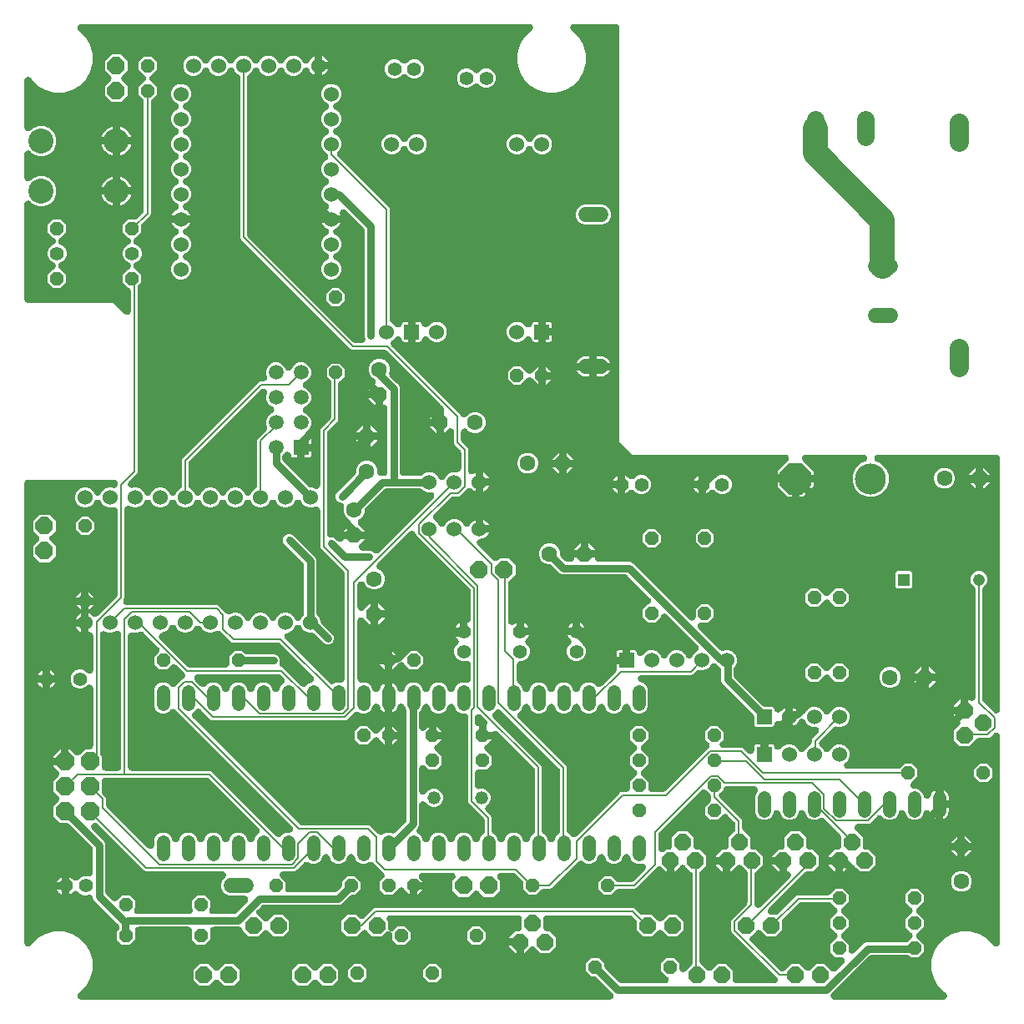
<source format=gbr>
G04 EAGLE Gerber RS-274X export*
G75*
%MOMM*%
%FSLAX34Y34*%
%LPD*%
%INBottom Copper*%
%IPPOS*%
%AMOC8*
5,1,8,0,0,1.08239X$1,22.5*%
G01*
%ADD10C,1.508000*%
%ADD11P,2.034460X8X112.500000*%
%ADD12C,1.320800*%
%ADD13P,1.429621X8X202.500000*%
%ADD14P,1.814519X8X202.500000*%
%ADD15C,1.320800*%
%ADD16P,1.429621X8X292.500000*%
%ADD17P,1.429621X8X22.500000*%
%ADD18C,1.790700*%
%ADD19C,1.981200*%
%ADD20R,1.524000X1.524000*%
%ADD21C,1.524000*%
%ADD22P,1.814519X8X22.500000*%
%ADD23P,1.732040X8X202.500000*%
%ADD24C,1.600200*%
%ADD25P,1.732040X8X292.500000*%
%ADD26P,1.814519X8X292.500000*%
%ADD27R,1.208000X1.208000*%
%ADD28C,1.208000*%
%ADD29C,1.408000*%
%ADD30C,2.540000*%
%ADD31R,1.508000X1.508000*%
%ADD32C,1.508000*%
%ADD33C,1.422400*%
%ADD34C,1.400000*%
%ADD35C,1.524000*%
%ADD36P,1.429621X8X112.500000*%
%ADD37P,1.732040X8X22.500000*%
%ADD38P,1.732040X8X112.500000*%
%ADD39P,1.924489X8X22.500000*%
%ADD40P,1.924489X8X112.500000*%
%ADD41P,1.924489X8X292.500000*%
%ADD42P,3.409096X8X202.500000*%
%ADD43C,3.149600*%
%ADD44C,0.762000*%
%ADD45C,0.685800*%
%ADD46C,0.177800*%
%ADD47C,2.540000*%

G36*
X937371Y5089D02*
X937371Y5089D01*
X937478Y5087D01*
X937646Y5108D01*
X937814Y5121D01*
X937919Y5144D01*
X938025Y5158D01*
X938188Y5203D01*
X938353Y5240D01*
X938453Y5278D01*
X938557Y5307D01*
X938711Y5375D01*
X938869Y5435D01*
X938963Y5487D01*
X939061Y5531D01*
X939203Y5621D01*
X939351Y5703D01*
X939436Y5768D01*
X939527Y5826D01*
X939655Y5936D01*
X939790Y6038D01*
X939864Y6115D01*
X939946Y6185D01*
X940057Y6312D01*
X940175Y6433D01*
X940238Y6519D01*
X940308Y6600D01*
X940400Y6743D01*
X940499Y6879D01*
X940549Y6974D01*
X940607Y7064D01*
X940677Y7218D01*
X940756Y7367D01*
X940791Y7468D01*
X940836Y7566D01*
X940883Y7729D01*
X940939Y7888D01*
X940960Y7993D01*
X940990Y8096D01*
X941013Y8264D01*
X941045Y8429D01*
X941051Y8536D01*
X941065Y8642D01*
X941064Y8811D01*
X941072Y8980D01*
X941062Y9087D01*
X941061Y9194D01*
X941036Y9361D01*
X941019Y9529D01*
X940994Y9633D01*
X940978Y9739D01*
X940928Y9901D01*
X940888Y10065D01*
X940847Y10164D01*
X940816Y10267D01*
X940744Y10419D01*
X940680Y10576D01*
X940626Y10669D01*
X940580Y10765D01*
X940486Y10906D01*
X940401Y11052D01*
X940334Y11135D01*
X940274Y11225D01*
X940161Y11350D01*
X940056Y11482D01*
X939977Y11555D01*
X939905Y11635D01*
X939776Y11743D01*
X939652Y11858D01*
X939563Y11919D01*
X939481Y11988D01*
X939236Y12145D01*
X939198Y12172D01*
X939186Y12178D01*
X939169Y12189D01*
X938816Y12393D01*
X932393Y18816D01*
X927850Y26683D01*
X925499Y35458D01*
X925499Y44542D01*
X927850Y53317D01*
X932393Y61184D01*
X938816Y67607D01*
X946683Y72150D01*
X955458Y74501D01*
X964542Y74501D01*
X973317Y72150D01*
X981184Y67607D01*
X987607Y61184D01*
X987811Y60831D01*
X987871Y60743D01*
X987923Y60649D01*
X988026Y60514D01*
X988121Y60375D01*
X988193Y60296D01*
X988258Y60210D01*
X988379Y60092D01*
X988493Y59968D01*
X988576Y59900D01*
X988653Y59825D01*
X988789Y59726D01*
X988920Y59619D01*
X989012Y59564D01*
X989099Y59501D01*
X989248Y59422D01*
X989394Y59335D01*
X989493Y59294D01*
X989587Y59244D01*
X989747Y59188D01*
X989903Y59123D01*
X990007Y59096D01*
X990108Y59061D01*
X990274Y59028D01*
X990437Y58986D01*
X990544Y58975D01*
X990649Y58955D01*
X990818Y58946D01*
X990986Y58929D01*
X991093Y58933D01*
X991200Y58928D01*
X991368Y58944D01*
X991537Y58951D01*
X991643Y58970D01*
X991749Y58981D01*
X991913Y59021D01*
X992079Y59052D01*
X992181Y59087D01*
X992285Y59112D01*
X992441Y59176D01*
X992601Y59231D01*
X992697Y59280D01*
X992796Y59320D01*
X992942Y59406D01*
X993092Y59483D01*
X993179Y59545D01*
X993272Y59599D01*
X993404Y59705D01*
X993541Y59803D01*
X993618Y59877D01*
X993702Y59944D01*
X993818Y60068D01*
X993939Y60185D01*
X994005Y60270D01*
X994078Y60348D01*
X994174Y60487D01*
X994278Y60621D01*
X994331Y60714D01*
X994392Y60802D01*
X994467Y60954D01*
X994550Y61100D01*
X994589Y61200D01*
X994637Y61296D01*
X994689Y61457D01*
X994750Y61614D01*
X994775Y61719D01*
X994808Y61821D01*
X994836Y61987D01*
X994874Y62152D01*
X994883Y62259D01*
X994901Y62364D01*
X994915Y62656D01*
X994919Y62702D01*
X994918Y62715D01*
X994919Y62736D01*
X994919Y272340D01*
X994908Y272500D01*
X994906Y272660D01*
X994888Y272774D01*
X994879Y272890D01*
X994845Y273047D01*
X994820Y273205D01*
X994785Y273315D01*
X994760Y273428D01*
X994703Y273579D01*
X994656Y273732D01*
X994606Y273836D01*
X994565Y273944D01*
X994487Y274085D01*
X994417Y274230D01*
X994353Y274325D01*
X994297Y274427D01*
X994199Y274554D01*
X994110Y274687D01*
X994032Y274773D01*
X993962Y274865D01*
X993847Y274977D01*
X993739Y275096D01*
X993650Y275170D01*
X993567Y275250D01*
X993437Y275345D01*
X993313Y275447D01*
X993214Y275507D01*
X993121Y275575D01*
X992979Y275649D01*
X992841Y275733D01*
X992735Y275778D01*
X992633Y275831D01*
X992481Y275885D01*
X992333Y275947D01*
X992221Y275976D01*
X992112Y276015D01*
X991955Y276046D01*
X991799Y276086D01*
X991684Y276099D01*
X991571Y276121D01*
X991411Y276129D01*
X991251Y276146D01*
X991135Y276142D01*
X991020Y276148D01*
X990860Y276132D01*
X990700Y276127D01*
X990586Y276106D01*
X990471Y276095D01*
X990315Y276057D01*
X990157Y276028D01*
X990047Y275991D01*
X989935Y275963D01*
X989786Y275903D01*
X989634Y275851D01*
X989531Y275799D01*
X989424Y275755D01*
X989285Y275674D01*
X989142Y275601D01*
X989048Y275535D01*
X988948Y275476D01*
X988823Y275375D01*
X988692Y275283D01*
X988573Y275175D01*
X988518Y275131D01*
X988483Y275094D01*
X988416Y275033D01*
X985788Y272405D01*
X984288Y270904D01*
X983027Y270382D01*
X973207Y270382D01*
X973002Y270367D01*
X972797Y270360D01*
X972727Y270347D01*
X972657Y270342D01*
X972456Y270298D01*
X972254Y270261D01*
X972187Y270239D01*
X972118Y270223D01*
X971926Y270150D01*
X971731Y270085D01*
X971668Y270053D01*
X971602Y270028D01*
X971423Y269928D01*
X971239Y269835D01*
X971182Y269794D01*
X971120Y269760D01*
X970957Y269635D01*
X970789Y269516D01*
X970722Y269456D01*
X970682Y269425D01*
X970633Y269374D01*
X970514Y269267D01*
X963374Y262127D01*
X954326Y262127D01*
X947927Y268526D01*
X947927Y277574D01*
X953409Y283056D01*
X953439Y283090D01*
X953472Y283121D01*
X953620Y283300D01*
X953770Y283474D01*
X953795Y283512D01*
X953823Y283547D01*
X953943Y283744D01*
X954067Y283939D01*
X954086Y283980D01*
X954109Y284019D01*
X954199Y284231D01*
X954293Y284442D01*
X954306Y284485D01*
X954323Y284527D01*
X954381Y284750D01*
X954445Y284972D01*
X954451Y285017D01*
X954462Y285061D01*
X954487Y285290D01*
X954518Y285519D01*
X954518Y285564D01*
X954523Y285609D01*
X954514Y285840D01*
X954512Y286071D01*
X954505Y286115D01*
X954503Y286161D01*
X954462Y286387D01*
X954425Y286616D01*
X954412Y286659D01*
X954404Y286703D01*
X954330Y286921D01*
X954262Y287142D01*
X954242Y287183D01*
X954228Y287226D01*
X954123Y287431D01*
X954023Y287640D01*
X953998Y287678D01*
X953978Y287718D01*
X953845Y287906D01*
X953716Y288098D01*
X953685Y288131D01*
X953659Y288168D01*
X953409Y288444D01*
X947927Y293926D01*
X947927Y294641D01*
X958850Y294641D01*
X958895Y294644D01*
X958940Y294642D01*
X959169Y294664D01*
X959400Y294681D01*
X959444Y294690D01*
X959489Y294695D01*
X959712Y294750D01*
X959939Y294800D01*
X959981Y294816D01*
X960025Y294826D01*
X960239Y294913D01*
X960454Y294995D01*
X960494Y295017D01*
X960536Y295034D01*
X960735Y295151D01*
X960937Y295263D01*
X960973Y295291D01*
X961011Y295313D01*
X961192Y295458D01*
X961375Y295598D01*
X961406Y295630D01*
X961442Y295659D01*
X961600Y295828D01*
X961760Y295993D01*
X961761Y295993D01*
X961787Y296029D01*
X961818Y296063D01*
X961950Y296254D01*
X962085Y296439D01*
X962106Y296479D01*
X962132Y296516D01*
X962235Y296724D01*
X962342Y296928D01*
X962357Y296970D01*
X962377Y297011D01*
X962449Y297231D01*
X962525Y297448D01*
X962534Y297492D01*
X962548Y297535D01*
X962587Y297764D01*
X962631Y297989D01*
X962634Y298034D01*
X962641Y298079D01*
X962659Y298450D01*
X962659Y309373D01*
X963374Y309373D01*
X963522Y309225D01*
X963644Y309119D01*
X963759Y309007D01*
X963852Y308940D01*
X963940Y308864D01*
X964075Y308777D01*
X964205Y308683D01*
X964307Y308629D01*
X964405Y308567D01*
X964551Y308501D01*
X964693Y308426D01*
X964802Y308388D01*
X964908Y308341D01*
X965062Y308296D01*
X965214Y308243D01*
X965327Y308221D01*
X965438Y308189D01*
X965598Y308168D01*
X965755Y308137D01*
X965870Y308131D01*
X965985Y308116D01*
X966146Y308118D01*
X966306Y308110D01*
X966421Y308121D01*
X966537Y308122D01*
X966695Y308147D01*
X966855Y308163D01*
X966967Y308190D01*
X967082Y308209D01*
X967235Y308256D01*
X967391Y308295D01*
X967498Y308338D01*
X967608Y308372D01*
X967753Y308442D01*
X967902Y308502D01*
X968002Y308561D01*
X968106Y308611D01*
X968239Y308700D01*
X968378Y308782D01*
X968468Y308854D01*
X968564Y308918D01*
X968683Y309026D01*
X968808Y309127D01*
X968887Y309212D01*
X968973Y309289D01*
X969074Y309413D01*
X969184Y309530D01*
X969250Y309626D01*
X969323Y309715D01*
X969406Y309852D01*
X969498Y309984D01*
X969549Y310088D01*
X969609Y310187D01*
X969671Y310334D01*
X969743Y310479D01*
X969779Y310588D01*
X969824Y310695D01*
X969864Y310851D01*
X969914Y311003D01*
X969933Y311117D01*
X969962Y311229D01*
X969980Y311388D01*
X970007Y311547D01*
X970015Y311707D01*
X970023Y311777D01*
X970021Y311828D01*
X970025Y311918D01*
X970025Y420882D01*
X970010Y421087D01*
X970003Y421292D01*
X969990Y421362D01*
X969985Y421432D01*
X969941Y421633D01*
X969904Y421835D01*
X969882Y421902D01*
X969866Y421971D01*
X969793Y422163D01*
X969728Y422358D01*
X969696Y422421D01*
X969671Y422487D01*
X969571Y422666D01*
X969478Y422850D01*
X969437Y422907D01*
X969403Y422969D01*
X969278Y423132D01*
X969159Y423300D01*
X969099Y423367D01*
X969068Y423407D01*
X969017Y423456D01*
X968910Y423575D01*
X966181Y426304D01*
X964874Y429458D01*
X964874Y432872D01*
X966181Y436026D01*
X968594Y438439D01*
X971748Y439746D01*
X975162Y439746D01*
X978316Y438439D01*
X980729Y436026D01*
X982036Y432872D01*
X982036Y429458D01*
X980729Y426304D01*
X978000Y423575D01*
X977867Y423421D01*
X977726Y423270D01*
X977686Y423211D01*
X977640Y423158D01*
X977529Y422985D01*
X977412Y422816D01*
X977381Y422753D01*
X977343Y422693D01*
X977259Y422506D01*
X977167Y422321D01*
X977145Y422254D01*
X977116Y422190D01*
X977060Y421992D01*
X976996Y421797D01*
X976984Y421727D01*
X976965Y421660D01*
X976938Y421456D01*
X976903Y421253D01*
X976898Y421163D01*
X976892Y421113D01*
X976893Y421042D01*
X976885Y420882D01*
X976885Y309703D01*
X976900Y309498D01*
X976907Y309293D01*
X976920Y309224D01*
X976925Y309153D01*
X976969Y308952D01*
X977006Y308750D01*
X977028Y308684D01*
X977044Y308615D01*
X977117Y308422D01*
X977182Y308228D01*
X977214Y308165D01*
X977239Y308099D01*
X977339Y307919D01*
X977432Y307736D01*
X977473Y307678D01*
X977507Y307617D01*
X977632Y307453D01*
X977751Y307285D01*
X977811Y307218D01*
X977842Y307178D01*
X977893Y307129D01*
X978000Y307010D01*
X988416Y296594D01*
X988538Y296489D01*
X988653Y296377D01*
X988746Y296309D01*
X988834Y296233D01*
X988970Y296146D01*
X989099Y296052D01*
X989201Y295999D01*
X989299Y295936D01*
X989446Y295870D01*
X989587Y295796D01*
X989696Y295757D01*
X989802Y295710D01*
X989956Y295666D01*
X990108Y295612D01*
X990221Y295590D01*
X990332Y295558D01*
X990492Y295537D01*
X990649Y295506D01*
X990764Y295501D01*
X990879Y295485D01*
X991040Y295487D01*
X991200Y295479D01*
X991315Y295490D01*
X991431Y295492D01*
X991590Y295517D01*
X991749Y295532D01*
X991861Y295560D01*
X991976Y295578D01*
X992129Y295626D01*
X992285Y295664D01*
X992392Y295707D01*
X992502Y295742D01*
X992647Y295811D01*
X992796Y295872D01*
X992896Y295930D01*
X993000Y295980D01*
X993133Y296070D01*
X993272Y296151D01*
X993362Y296223D01*
X993458Y296288D01*
X993577Y296395D01*
X993702Y296496D01*
X993781Y296581D01*
X993867Y296658D01*
X993968Y296782D01*
X994078Y296900D01*
X994144Y296995D01*
X994217Y297084D01*
X994300Y297221D01*
X994392Y297354D01*
X994443Y297457D01*
X994503Y297556D01*
X994565Y297704D01*
X994637Y297848D01*
X994673Y297958D01*
X994718Y298064D01*
X994758Y298220D01*
X994808Y298372D01*
X994827Y298486D01*
X994856Y298598D01*
X994874Y298758D01*
X994901Y298916D01*
X994909Y299077D01*
X994917Y299147D01*
X994915Y299197D01*
X994919Y299287D01*
X994919Y554228D01*
X994916Y554273D01*
X994918Y554318D01*
X994896Y554548D01*
X994879Y554778D01*
X994870Y554822D01*
X994865Y554867D01*
X994811Y555090D01*
X994760Y555317D01*
X994744Y555359D01*
X994734Y555403D01*
X994647Y555617D01*
X994565Y555833D01*
X994543Y555872D01*
X994526Y555914D01*
X994409Y556113D01*
X994297Y556315D01*
X994269Y556351D01*
X994246Y556390D01*
X994102Y556570D01*
X993962Y556753D01*
X993930Y556785D01*
X993901Y556820D01*
X993731Y556978D01*
X993567Y557139D01*
X993531Y557165D01*
X993498Y557196D01*
X993307Y557328D01*
X993121Y557463D01*
X993081Y557484D01*
X993044Y557510D01*
X992836Y557613D01*
X992633Y557720D01*
X992590Y557735D01*
X992550Y557755D01*
X992330Y557826D01*
X992112Y557903D01*
X992068Y557912D01*
X992025Y557926D01*
X991797Y557965D01*
X991571Y558009D01*
X991526Y558011D01*
X991481Y558019D01*
X991110Y558037D01*
X871061Y558037D01*
X870981Y558031D01*
X870901Y558034D01*
X870707Y558012D01*
X870511Y557997D01*
X870433Y557980D01*
X870353Y557971D01*
X870164Y557921D01*
X869973Y557878D01*
X869897Y557850D01*
X869820Y557829D01*
X869640Y557752D01*
X869457Y557683D01*
X869386Y557644D01*
X869313Y557612D01*
X869146Y557510D01*
X868975Y557415D01*
X868910Y557366D01*
X868842Y557324D01*
X868692Y557199D01*
X868536Y557080D01*
X868480Y557022D01*
X868418Y556971D01*
X868287Y556825D01*
X868151Y556685D01*
X868103Y556620D01*
X868050Y556560D01*
X867941Y556397D01*
X867826Y556239D01*
X867789Y556168D01*
X867744Y556101D01*
X867661Y555924D01*
X867570Y555751D01*
X867543Y555675D01*
X867509Y555602D01*
X867451Y555415D01*
X867386Y555230D01*
X867371Y555151D01*
X867347Y555074D01*
X867318Y554881D01*
X867280Y554689D01*
X867276Y554609D01*
X867264Y554529D01*
X867263Y554333D01*
X867253Y554138D01*
X867261Y554058D01*
X867260Y553977D01*
X867287Y553784D01*
X867306Y553589D01*
X867325Y553511D01*
X867337Y553431D01*
X867391Y553243D01*
X867438Y553053D01*
X867468Y552979D01*
X867491Y552901D01*
X867572Y552723D01*
X867646Y552542D01*
X867686Y552473D01*
X867720Y552400D01*
X867826Y552235D01*
X867925Y552066D01*
X867975Y552003D01*
X868019Y551936D01*
X868147Y551789D01*
X868270Y551636D01*
X868329Y551581D01*
X868382Y551521D01*
X868530Y551394D01*
X868674Y551260D01*
X868740Y551214D01*
X868801Y551162D01*
X868966Y551058D01*
X869128Y550946D01*
X869200Y550910D01*
X869268Y550868D01*
X869604Y550709D01*
X873960Y548904D01*
X879104Y543760D01*
X881889Y537038D01*
X881889Y529762D01*
X879104Y523040D01*
X873960Y517896D01*
X867238Y515111D01*
X859962Y515111D01*
X853240Y517896D01*
X848096Y523040D01*
X845311Y529762D01*
X845311Y537038D01*
X848096Y543760D01*
X853240Y548904D01*
X857596Y550709D01*
X857668Y550745D01*
X857743Y550773D01*
X857914Y550868D01*
X858089Y550956D01*
X858155Y551002D01*
X858225Y551041D01*
X858381Y551160D01*
X858541Y551272D01*
X858600Y551327D01*
X858664Y551376D01*
X858800Y551516D01*
X858943Y551650D01*
X858993Y551713D01*
X859049Y551771D01*
X859164Y551929D01*
X859286Y552083D01*
X859326Y552152D01*
X859374Y552217D01*
X859465Y552390D01*
X859563Y552560D01*
X859593Y552634D01*
X859630Y552705D01*
X859695Y552890D01*
X859768Y553072D01*
X859787Y553150D01*
X859814Y553226D01*
X859851Y553418D01*
X859897Y553608D01*
X859904Y553688D01*
X859920Y553767D01*
X859929Y553962D01*
X859947Y554158D01*
X859943Y554238D01*
X859947Y554318D01*
X859928Y554513D01*
X859917Y554708D01*
X859901Y554787D01*
X859894Y554867D01*
X859847Y555057D01*
X859808Y555249D01*
X859781Y555325D01*
X859762Y555403D01*
X859688Y555584D01*
X859622Y555769D01*
X859585Y555839D01*
X859554Y555914D01*
X859455Y556083D01*
X859363Y556256D01*
X859316Y556320D01*
X859275Y556390D01*
X859152Y556543D01*
X859037Y556700D01*
X858980Y556757D01*
X858930Y556820D01*
X858786Y556954D01*
X858649Y557093D01*
X858585Y557141D01*
X858526Y557196D01*
X858365Y557308D01*
X858209Y557425D01*
X858139Y557464D01*
X858072Y557510D01*
X857897Y557597D01*
X857725Y557691D01*
X857650Y557719D01*
X857578Y557755D01*
X857392Y557815D01*
X857209Y557884D01*
X857130Y557901D01*
X857054Y557926D01*
X856861Y557959D01*
X856669Y558000D01*
X856589Y558006D01*
X856510Y558019D01*
X856139Y558037D01*
X797823Y558037D01*
X797663Y558026D01*
X797502Y558024D01*
X797388Y558006D01*
X797273Y557997D01*
X797116Y557963D01*
X796958Y557938D01*
X796847Y557903D01*
X796734Y557878D01*
X796584Y557821D01*
X796431Y557774D01*
X796327Y557724D01*
X796218Y557683D01*
X796078Y557605D01*
X795933Y557535D01*
X795837Y557471D01*
X795736Y557415D01*
X795609Y557317D01*
X795475Y557228D01*
X795390Y557150D01*
X795298Y557080D01*
X795186Y556965D01*
X795067Y556857D01*
X794993Y556768D01*
X794912Y556685D01*
X794818Y556556D01*
X794716Y556431D01*
X794656Y556332D01*
X794588Y556239D01*
X794513Y556097D01*
X794430Y555959D01*
X794385Y555853D01*
X794331Y555751D01*
X794278Y555599D01*
X794216Y555451D01*
X794187Y555339D01*
X794148Y555230D01*
X794117Y555073D01*
X794077Y554917D01*
X794064Y554802D01*
X794042Y554689D01*
X794034Y554529D01*
X794017Y554369D01*
X794021Y554253D01*
X794015Y554138D01*
X794030Y553978D01*
X794036Y553818D01*
X794057Y553704D01*
X794068Y553589D01*
X794106Y553433D01*
X794135Y553275D01*
X794172Y553165D01*
X794200Y553053D01*
X794260Y552904D01*
X794312Y552752D01*
X794364Y552649D01*
X794407Y552542D01*
X794489Y552403D01*
X794562Y552260D01*
X794628Y552166D01*
X794687Y552066D01*
X794787Y551941D01*
X794880Y551810D01*
X794988Y551691D01*
X795032Y551636D01*
X795069Y551601D01*
X795130Y551534D01*
X805689Y540975D01*
X805689Y537209D01*
X787400Y537209D01*
X769111Y537209D01*
X769111Y540975D01*
X779670Y551534D01*
X779776Y551656D01*
X779888Y551771D01*
X779955Y551864D01*
X780031Y551952D01*
X780118Y552088D01*
X780212Y552217D01*
X780266Y552319D01*
X780328Y552417D01*
X780394Y552564D01*
X780469Y552705D01*
X780507Y552814D01*
X780554Y552920D01*
X780599Y553074D01*
X780652Y553226D01*
X780674Y553339D01*
X780706Y553450D01*
X780727Y553610D01*
X780758Y553767D01*
X780764Y553882D01*
X780779Y553997D01*
X780777Y554158D01*
X780785Y554318D01*
X780774Y554433D01*
X780773Y554549D01*
X780747Y554708D01*
X780732Y554867D01*
X780704Y554979D01*
X780686Y555094D01*
X780639Y555247D01*
X780600Y555403D01*
X780557Y555510D01*
X780522Y555620D01*
X780453Y555765D01*
X780393Y555914D01*
X780334Y556014D01*
X780284Y556118D01*
X780195Y556251D01*
X780113Y556390D01*
X780041Y556480D01*
X779976Y556576D01*
X779869Y556695D01*
X779768Y556820D01*
X779683Y556899D01*
X779606Y556985D01*
X779482Y557087D01*
X779364Y557196D01*
X779269Y557262D01*
X779180Y557335D01*
X779043Y557419D01*
X778911Y557510D01*
X778807Y557561D01*
X778708Y557621D01*
X778560Y557683D01*
X778416Y557755D01*
X778306Y557791D01*
X778200Y557836D01*
X778045Y557876D01*
X777892Y557926D01*
X777778Y557945D01*
X777666Y557974D01*
X777507Y557992D01*
X777348Y558019D01*
X777188Y558027D01*
X777118Y558035D01*
X777067Y558033D01*
X776977Y558037D01*
X621984Y558037D01*
X608837Y571184D01*
X608837Y991110D01*
X608834Y991155D01*
X608836Y991200D01*
X608814Y991430D01*
X608797Y991660D01*
X608788Y991704D01*
X608783Y991749D01*
X608728Y991973D01*
X608678Y992199D01*
X608662Y992241D01*
X608652Y992285D01*
X608565Y992499D01*
X608483Y992715D01*
X608461Y992754D01*
X608444Y992796D01*
X608327Y992995D01*
X608215Y993197D01*
X608187Y993233D01*
X608164Y993272D01*
X608020Y993452D01*
X607880Y993635D01*
X607848Y993667D01*
X607819Y993702D01*
X607649Y993860D01*
X607485Y994021D01*
X607449Y994047D01*
X607416Y994078D01*
X607225Y994210D01*
X607039Y994345D01*
X606999Y994366D01*
X606962Y994392D01*
X606754Y994495D01*
X606551Y994602D01*
X606508Y994617D01*
X606468Y994637D01*
X606248Y994708D01*
X606030Y994785D01*
X605986Y994794D01*
X605943Y994808D01*
X605715Y994847D01*
X605489Y994891D01*
X605444Y994893D01*
X605399Y994901D01*
X605028Y994919D01*
X562736Y994919D01*
X562629Y994911D01*
X562522Y994913D01*
X562354Y994892D01*
X562186Y994879D01*
X562081Y994856D01*
X561975Y994842D01*
X561812Y994797D01*
X561647Y994760D01*
X561547Y994722D01*
X561443Y994693D01*
X561289Y994625D01*
X561131Y994565D01*
X561037Y994513D01*
X560939Y994469D01*
X560797Y994379D01*
X560649Y994297D01*
X560564Y994232D01*
X560473Y994174D01*
X560345Y994064D01*
X560210Y993962D01*
X560136Y993885D01*
X560054Y993815D01*
X559943Y993688D01*
X559825Y993567D01*
X559762Y993481D01*
X559692Y993400D01*
X559600Y993257D01*
X559501Y993121D01*
X559451Y993026D01*
X559393Y992936D01*
X559323Y992782D01*
X559244Y992633D01*
X559209Y992532D01*
X559164Y992434D01*
X559117Y992271D01*
X559061Y992112D01*
X559040Y992007D01*
X559010Y991904D01*
X558987Y991736D01*
X558955Y991571D01*
X558949Y991464D01*
X558935Y991358D01*
X558936Y991189D01*
X558928Y991020D01*
X558938Y990913D01*
X558939Y990806D01*
X558964Y990639D01*
X558981Y990471D01*
X559006Y990367D01*
X559022Y990261D01*
X559072Y990099D01*
X559112Y989935D01*
X559153Y989836D01*
X559184Y989733D01*
X559256Y989581D01*
X559320Y989424D01*
X559374Y989331D01*
X559420Y989235D01*
X559514Y989094D01*
X559599Y988948D01*
X559666Y988865D01*
X559726Y988775D01*
X559839Y988650D01*
X559944Y988518D01*
X560023Y988445D01*
X560095Y988365D01*
X560224Y988257D01*
X560348Y988142D01*
X560437Y988081D01*
X560519Y988012D01*
X560764Y987855D01*
X560802Y987828D01*
X560814Y987822D01*
X560831Y987811D01*
X561184Y987607D01*
X567607Y981184D01*
X572150Y973317D01*
X574501Y964542D01*
X574501Y955458D01*
X572150Y946683D01*
X567607Y938816D01*
X561184Y932393D01*
X553317Y927850D01*
X544542Y925499D01*
X535458Y925499D01*
X526683Y927850D01*
X518816Y932393D01*
X512393Y938816D01*
X507850Y946683D01*
X505499Y955458D01*
X505499Y964542D01*
X507850Y973317D01*
X512393Y981184D01*
X518816Y987607D01*
X519169Y987811D01*
X519257Y987871D01*
X519351Y987923D01*
X519486Y988026D01*
X519625Y988121D01*
X519704Y988193D01*
X519790Y988258D01*
X519908Y988379D01*
X520032Y988493D01*
X520100Y988576D01*
X520175Y988653D01*
X520274Y988789D01*
X520381Y988920D01*
X520436Y989012D01*
X520499Y989099D01*
X520578Y989248D01*
X520665Y989394D01*
X520706Y989493D01*
X520756Y989587D01*
X520812Y989747D01*
X520877Y989903D01*
X520904Y990007D01*
X520939Y990108D01*
X520972Y990274D01*
X521014Y990437D01*
X521025Y990544D01*
X521045Y990649D01*
X521054Y990818D01*
X521071Y990986D01*
X521067Y991093D01*
X521072Y991200D01*
X521056Y991368D01*
X521049Y991537D01*
X521030Y991643D01*
X521019Y991749D01*
X520979Y991913D01*
X520948Y992079D01*
X520913Y992181D01*
X520888Y992285D01*
X520824Y992441D01*
X520769Y992601D01*
X520720Y992697D01*
X520680Y992796D01*
X520594Y992942D01*
X520517Y993092D01*
X520455Y993179D01*
X520401Y993272D01*
X520295Y993404D01*
X520197Y993541D01*
X520123Y993618D01*
X520056Y993702D01*
X519932Y993818D01*
X519815Y993939D01*
X519730Y994005D01*
X519652Y994078D01*
X519513Y994174D01*
X519379Y994278D01*
X519286Y994331D01*
X519198Y994392D01*
X519046Y994467D01*
X518900Y994550D01*
X518800Y994589D01*
X518704Y994637D01*
X518543Y994689D01*
X518386Y994750D01*
X518281Y994775D01*
X518179Y994808D01*
X518013Y994836D01*
X517848Y994874D01*
X517741Y994883D01*
X517636Y994901D01*
X517344Y994915D01*
X517298Y994919D01*
X517285Y994918D01*
X517264Y994919D01*
X62736Y994919D01*
X62629Y994911D01*
X62522Y994913D01*
X62354Y994892D01*
X62186Y994879D01*
X62081Y994856D01*
X61975Y994842D01*
X61812Y994797D01*
X61647Y994760D01*
X61547Y994722D01*
X61443Y994693D01*
X61289Y994625D01*
X61131Y994565D01*
X61037Y994513D01*
X60939Y994469D01*
X60797Y994379D01*
X60649Y994297D01*
X60564Y994232D01*
X60473Y994174D01*
X60345Y994064D01*
X60210Y993962D01*
X60136Y993885D01*
X60054Y993815D01*
X59943Y993688D01*
X59825Y993567D01*
X59762Y993481D01*
X59692Y993400D01*
X59600Y993257D01*
X59501Y993121D01*
X59451Y993026D01*
X59393Y992936D01*
X59323Y992782D01*
X59244Y992633D01*
X59209Y992532D01*
X59164Y992434D01*
X59117Y992271D01*
X59061Y992112D01*
X59040Y992007D01*
X59010Y991904D01*
X58987Y991736D01*
X58955Y991571D01*
X58949Y991464D01*
X58935Y991358D01*
X58936Y991189D01*
X58928Y991020D01*
X58938Y990913D01*
X58939Y990806D01*
X58964Y990639D01*
X58981Y990471D01*
X59006Y990367D01*
X59022Y990261D01*
X59072Y990099D01*
X59112Y989935D01*
X59153Y989836D01*
X59184Y989733D01*
X59256Y989581D01*
X59320Y989424D01*
X59374Y989331D01*
X59420Y989235D01*
X59514Y989094D01*
X59599Y988948D01*
X59666Y988865D01*
X59726Y988775D01*
X59839Y988650D01*
X59944Y988518D01*
X60023Y988445D01*
X60095Y988365D01*
X60224Y988257D01*
X60348Y988142D01*
X60437Y988081D01*
X60519Y988012D01*
X60764Y987855D01*
X60802Y987828D01*
X60814Y987822D01*
X60831Y987811D01*
X61184Y987607D01*
X67607Y981184D01*
X72150Y973317D01*
X74501Y964542D01*
X74501Y955458D01*
X72150Y946683D01*
X67607Y938816D01*
X61184Y932393D01*
X53317Y927850D01*
X44542Y925499D01*
X35458Y925499D01*
X26683Y927850D01*
X18816Y932393D01*
X12393Y938816D01*
X12189Y939169D01*
X12129Y939257D01*
X12077Y939351D01*
X11974Y939486D01*
X11879Y939625D01*
X11807Y939704D01*
X11742Y939790D01*
X11621Y939908D01*
X11507Y940032D01*
X11424Y940100D01*
X11347Y940175D01*
X11211Y940274D01*
X11080Y940381D01*
X10988Y940436D01*
X10901Y940499D01*
X10752Y940578D01*
X10606Y940665D01*
X10507Y940706D01*
X10413Y940756D01*
X10253Y940812D01*
X10097Y940877D01*
X9993Y940904D01*
X9892Y940939D01*
X9726Y940972D01*
X9563Y941014D01*
X9456Y941025D01*
X9351Y941045D01*
X9182Y941054D01*
X9014Y941071D01*
X8907Y941067D01*
X8800Y941072D01*
X8632Y941056D01*
X8463Y941049D01*
X8357Y941030D01*
X8251Y941019D01*
X8087Y940979D01*
X7921Y940948D01*
X7819Y940913D01*
X7715Y940888D01*
X7559Y940824D01*
X7399Y940769D01*
X7303Y940720D01*
X7204Y940680D01*
X7058Y940594D01*
X6908Y940517D01*
X6821Y940455D01*
X6728Y940401D01*
X6596Y940295D01*
X6459Y940197D01*
X6382Y940123D01*
X6298Y940056D01*
X6182Y939932D01*
X6061Y939815D01*
X5995Y939730D01*
X5922Y939652D01*
X5826Y939513D01*
X5722Y939379D01*
X5669Y939286D01*
X5608Y939198D01*
X5533Y939046D01*
X5450Y938900D01*
X5411Y938800D01*
X5363Y938704D01*
X5311Y938543D01*
X5250Y938386D01*
X5225Y938281D01*
X5192Y938179D01*
X5164Y938013D01*
X5126Y937848D01*
X5117Y937741D01*
X5099Y937636D01*
X5085Y937344D01*
X5081Y937298D01*
X5082Y937285D01*
X5081Y937264D01*
X5081Y889906D01*
X5092Y889745D01*
X5094Y889585D01*
X5112Y889471D01*
X5121Y889355D01*
X5155Y889198D01*
X5180Y889040D01*
X5215Y888930D01*
X5240Y888817D01*
X5297Y888666D01*
X5344Y888513D01*
X5394Y888409D01*
X5435Y888301D01*
X5513Y888160D01*
X5583Y888016D01*
X5647Y887920D01*
X5703Y887819D01*
X5801Y887691D01*
X5890Y887558D01*
X5968Y887472D01*
X6038Y887380D01*
X6153Y887268D01*
X6261Y887149D01*
X6350Y887076D01*
X6433Y886995D01*
X6563Y886901D01*
X6687Y886798D01*
X6786Y886738D01*
X6879Y886671D01*
X7021Y886596D01*
X7159Y886513D01*
X7265Y886468D01*
X7367Y886414D01*
X7519Y886361D01*
X7667Y886298D01*
X7779Y886269D01*
X7888Y886231D01*
X8045Y886200D01*
X8201Y886159D01*
X8316Y886147D01*
X8429Y886124D01*
X8589Y886117D01*
X8749Y886099D01*
X8865Y886103D01*
X8980Y886098D01*
X9140Y886113D01*
X9300Y886119D01*
X9414Y886139D01*
X9529Y886150D01*
X9685Y886189D01*
X9843Y886218D01*
X9953Y886255D01*
X10065Y886282D01*
X10214Y886343D01*
X10366Y886394D01*
X10469Y886446D01*
X10576Y886490D01*
X10715Y886571D01*
X10858Y886644D01*
X10952Y886711D01*
X11052Y886769D01*
X11177Y886870D01*
X11308Y886962D01*
X11427Y887070D01*
X11482Y887114D01*
X11517Y887152D01*
X11584Y887212D01*
X13592Y889220D01*
X19193Y891541D01*
X25257Y891541D01*
X30858Y889220D01*
X35145Y884933D01*
X37466Y879332D01*
X37466Y873268D01*
X35145Y867667D01*
X30858Y863380D01*
X25257Y861059D01*
X19193Y861059D01*
X13592Y863380D01*
X11584Y865388D01*
X11462Y865493D01*
X11347Y865605D01*
X11254Y865673D01*
X11166Y865749D01*
X11031Y865835D01*
X10901Y865929D01*
X10799Y865983D01*
X10701Y866045D01*
X10554Y866111D01*
X10413Y866186D01*
X10304Y866224D01*
X10198Y866272D01*
X10043Y866316D01*
X9892Y866369D01*
X9779Y866392D01*
X9668Y866423D01*
X9508Y866445D01*
X9351Y866476D01*
X9236Y866481D01*
X9121Y866497D01*
X8960Y866495D01*
X8800Y866502D01*
X8685Y866491D01*
X8569Y866490D01*
X8410Y866465D01*
X8251Y866450D01*
X8139Y866422D01*
X8024Y866404D01*
X7871Y866356D01*
X7715Y866318D01*
X7608Y866274D01*
X7498Y866240D01*
X7353Y866171D01*
X7204Y866110D01*
X7104Y866052D01*
X7000Y866002D01*
X6867Y865912D01*
X6728Y865831D01*
X6638Y865758D01*
X6542Y865694D01*
X6423Y865586D01*
X6298Y865486D01*
X6219Y865401D01*
X6133Y865323D01*
X6032Y865200D01*
X5922Y865082D01*
X5856Y864987D01*
X5783Y864898D01*
X5700Y864760D01*
X5608Y864628D01*
X5557Y864525D01*
X5497Y864426D01*
X5435Y864278D01*
X5363Y864134D01*
X5327Y864024D01*
X5282Y863917D01*
X5242Y863762D01*
X5192Y863609D01*
X5173Y863495D01*
X5144Y863384D01*
X5126Y863224D01*
X5099Y863066D01*
X5091Y862905D01*
X5083Y862835D01*
X5085Y862784D01*
X5081Y862694D01*
X5081Y839106D01*
X5092Y838945D01*
X5094Y838785D01*
X5112Y838671D01*
X5121Y838555D01*
X5155Y838398D01*
X5180Y838240D01*
X5215Y838130D01*
X5240Y838017D01*
X5297Y837866D01*
X5344Y837713D01*
X5394Y837609D01*
X5435Y837501D01*
X5513Y837360D01*
X5583Y837216D01*
X5647Y837120D01*
X5703Y837019D01*
X5801Y836891D01*
X5890Y836758D01*
X5968Y836672D01*
X6038Y836580D01*
X6153Y836468D01*
X6261Y836349D01*
X6350Y836276D01*
X6433Y836195D01*
X6563Y836101D01*
X6687Y835998D01*
X6786Y835938D01*
X6879Y835871D01*
X7021Y835796D01*
X7159Y835713D01*
X7265Y835668D01*
X7367Y835614D01*
X7519Y835561D01*
X7667Y835498D01*
X7779Y835469D01*
X7888Y835431D01*
X8045Y835400D01*
X8201Y835359D01*
X8316Y835347D01*
X8429Y835324D01*
X8589Y835317D01*
X8749Y835299D01*
X8865Y835303D01*
X8980Y835298D01*
X9140Y835313D01*
X9300Y835319D01*
X9414Y835339D01*
X9529Y835350D01*
X9685Y835389D01*
X9843Y835418D01*
X9953Y835455D01*
X10065Y835482D01*
X10214Y835543D01*
X10366Y835594D01*
X10469Y835646D01*
X10576Y835690D01*
X10715Y835771D01*
X10858Y835844D01*
X10952Y835911D01*
X11052Y835969D01*
X11177Y836070D01*
X11308Y836162D01*
X11427Y836270D01*
X11482Y836314D01*
X11517Y836352D01*
X11584Y836412D01*
X13592Y838420D01*
X19193Y840741D01*
X25257Y840741D01*
X30858Y838420D01*
X35145Y834133D01*
X37466Y828532D01*
X37466Y822468D01*
X35145Y816867D01*
X30858Y812580D01*
X25257Y810259D01*
X19193Y810259D01*
X13592Y812580D01*
X11584Y814588D01*
X11462Y814693D01*
X11347Y814805D01*
X11254Y814873D01*
X11166Y814949D01*
X11031Y815035D01*
X10901Y815129D01*
X10799Y815183D01*
X10701Y815245D01*
X10554Y815311D01*
X10413Y815386D01*
X10304Y815424D01*
X10198Y815472D01*
X10043Y815516D01*
X9892Y815569D01*
X9779Y815592D01*
X9668Y815623D01*
X9508Y815645D01*
X9351Y815676D01*
X9236Y815681D01*
X9121Y815697D01*
X8960Y815695D01*
X8800Y815702D01*
X8685Y815691D01*
X8569Y815690D01*
X8410Y815665D01*
X8251Y815650D01*
X8139Y815622D01*
X8024Y815604D01*
X7871Y815556D01*
X7715Y815518D01*
X7608Y815474D01*
X7498Y815440D01*
X7353Y815371D01*
X7204Y815310D01*
X7104Y815252D01*
X7000Y815202D01*
X6867Y815112D01*
X6728Y815031D01*
X6638Y814958D01*
X6542Y814894D01*
X6423Y814786D01*
X6298Y814686D01*
X6219Y814601D01*
X6133Y814523D01*
X6032Y814400D01*
X5922Y814282D01*
X5856Y814187D01*
X5783Y814098D01*
X5700Y813960D01*
X5608Y813828D01*
X5557Y813725D01*
X5497Y813626D01*
X5435Y813478D01*
X5363Y813334D01*
X5327Y813224D01*
X5282Y813117D01*
X5242Y812962D01*
X5192Y812809D01*
X5173Y812695D01*
X5144Y812584D01*
X5126Y812424D01*
X5099Y812266D01*
X5091Y812105D01*
X5083Y812035D01*
X5085Y811984D01*
X5081Y811894D01*
X5081Y715772D01*
X5084Y715727D01*
X5082Y715682D01*
X5104Y715452D01*
X5121Y715222D01*
X5130Y715178D01*
X5135Y715133D01*
X5190Y714909D01*
X5240Y714683D01*
X5256Y714641D01*
X5266Y714597D01*
X5353Y714383D01*
X5435Y714167D01*
X5457Y714128D01*
X5474Y714086D01*
X5591Y713887D01*
X5703Y713685D01*
X5731Y713649D01*
X5754Y713610D01*
X5898Y713430D01*
X6038Y713247D01*
X6070Y713215D01*
X6099Y713180D01*
X6269Y713022D01*
X6433Y712861D01*
X6469Y712835D01*
X6502Y712804D01*
X6693Y712672D01*
X6879Y712537D01*
X6919Y712516D01*
X6956Y712490D01*
X7164Y712387D01*
X7367Y712280D01*
X7410Y712265D01*
X7450Y712245D01*
X7670Y712174D01*
X7888Y712097D01*
X7932Y712088D01*
X7975Y712074D01*
X8203Y712035D01*
X8429Y711991D01*
X8474Y711989D01*
X8519Y711981D01*
X8890Y711963D01*
X95566Y711963D01*
X106526Y701002D01*
X106648Y700897D01*
X106763Y700785D01*
X106856Y700717D01*
X106944Y700641D01*
X107080Y700555D01*
X107209Y700461D01*
X107311Y700407D01*
X107409Y700345D01*
X107556Y700279D01*
X107697Y700204D01*
X107806Y700166D01*
X107912Y700118D01*
X108066Y700074D01*
X108218Y700021D01*
X108331Y699998D01*
X108442Y699967D01*
X108602Y699945D01*
X108759Y699914D01*
X108874Y699909D01*
X108989Y699893D01*
X109150Y699895D01*
X109310Y699888D01*
X109425Y699899D01*
X109541Y699900D01*
X109700Y699925D01*
X109859Y699941D01*
X109971Y699968D01*
X110086Y699986D01*
X110239Y700034D01*
X110395Y700072D01*
X110502Y700116D01*
X110612Y700150D01*
X110757Y700219D01*
X110906Y700280D01*
X111006Y700338D01*
X111110Y700388D01*
X111243Y700478D01*
X111382Y700559D01*
X111472Y700632D01*
X111568Y700696D01*
X111687Y700804D01*
X111812Y700904D01*
X111891Y700989D01*
X111977Y701067D01*
X112079Y701190D01*
X112188Y701308D01*
X112254Y701403D01*
X112327Y701492D01*
X112411Y701630D01*
X112502Y701762D01*
X112553Y701865D01*
X112613Y701964D01*
X112675Y702112D01*
X112747Y702256D01*
X112783Y702366D01*
X112828Y702473D01*
X112868Y702628D01*
X112918Y702781D01*
X112937Y702895D01*
X112966Y703007D01*
X112984Y703166D01*
X113011Y703324D01*
X113019Y703485D01*
X113027Y703555D01*
X113025Y703606D01*
X113029Y703696D01*
X113029Y723630D01*
X113026Y723675D01*
X113028Y723720D01*
X113006Y723950D01*
X112989Y724180D01*
X112980Y724224D01*
X112975Y724269D01*
X112920Y724493D01*
X112870Y724719D01*
X112854Y724761D01*
X112844Y724805D01*
X112757Y725019D01*
X112675Y725235D01*
X112653Y725274D01*
X112636Y725316D01*
X112519Y725515D01*
X112407Y725717D01*
X112379Y725753D01*
X112356Y725792D01*
X112212Y725972D01*
X112072Y726155D01*
X112040Y726187D01*
X112011Y726222D01*
X111841Y726380D01*
X111677Y726541D01*
X111641Y726567D01*
X111608Y726598D01*
X111417Y726730D01*
X111231Y726865D01*
X111191Y726886D01*
X111154Y726912D01*
X110946Y727015D01*
X110888Y727045D01*
X105137Y732796D01*
X105137Y740372D01*
X110750Y745985D01*
X110818Y746014D01*
X111001Y746083D01*
X111071Y746122D01*
X111145Y746154D01*
X111312Y746256D01*
X111483Y746351D01*
X111547Y746400D01*
X111616Y746442D01*
X111766Y746567D01*
X111922Y746686D01*
X111978Y746744D01*
X112040Y746795D01*
X112171Y746941D01*
X112307Y747081D01*
X112354Y747146D01*
X112408Y747206D01*
X112517Y747369D01*
X112631Y747527D01*
X112669Y747598D01*
X112713Y747665D01*
X112797Y747842D01*
X112888Y748015D01*
X112915Y748091D01*
X112949Y748164D01*
X113006Y748351D01*
X113071Y748536D01*
X113087Y748614D01*
X113110Y748692D01*
X113140Y748886D01*
X113178Y749077D01*
X113181Y749157D01*
X113194Y749237D01*
X113195Y749433D01*
X113204Y749628D01*
X113197Y749708D01*
X113197Y749789D01*
X113170Y749982D01*
X113152Y750177D01*
X113132Y750255D01*
X113121Y750335D01*
X113066Y750523D01*
X113020Y750713D01*
X112990Y750787D01*
X112967Y750865D01*
X112886Y751043D01*
X112812Y751224D01*
X112771Y751294D01*
X112738Y751366D01*
X112632Y751531D01*
X112533Y751700D01*
X112482Y751762D01*
X112439Y751830D01*
X112310Y751977D01*
X112188Y752130D01*
X112129Y752185D01*
X112076Y752245D01*
X111927Y752373D01*
X111784Y752506D01*
X111718Y752552D01*
X111657Y752604D01*
X111491Y752709D01*
X111330Y752820D01*
X111258Y752856D01*
X111190Y752898D01*
X110854Y753057D01*
X108873Y753878D01*
X106178Y756573D01*
X104719Y760094D01*
X104719Y763906D01*
X106178Y767427D01*
X108873Y770122D01*
X110815Y770927D01*
X110887Y770963D01*
X110962Y770991D01*
X111133Y771086D01*
X111308Y771174D01*
X111374Y771220D01*
X111445Y771259D01*
X111600Y771378D01*
X111761Y771490D01*
X111819Y771545D01*
X111883Y771594D01*
X112020Y771734D01*
X112162Y771868D01*
X112212Y771931D01*
X112268Y771989D01*
X112383Y772147D01*
X112505Y772300D01*
X112546Y772370D01*
X112593Y772435D01*
X112684Y772608D01*
X112782Y772778D01*
X112812Y772852D01*
X112849Y772923D01*
X112914Y773108D01*
X112987Y773290D01*
X113006Y773368D01*
X113033Y773444D01*
X113070Y773636D01*
X113116Y773826D01*
X113123Y773906D01*
X113139Y773985D01*
X113148Y774181D01*
X113166Y774376D01*
X113162Y774456D01*
X113166Y774536D01*
X113147Y774731D01*
X113137Y774926D01*
X113121Y775005D01*
X113113Y775085D01*
X113066Y775275D01*
X113027Y775467D01*
X113000Y775543D01*
X112981Y775621D01*
X112908Y775802D01*
X112842Y775987D01*
X112804Y776058D01*
X112773Y776132D01*
X112674Y776301D01*
X112582Y776474D01*
X112535Y776538D01*
X112494Y776608D01*
X112372Y776761D01*
X112256Y776918D01*
X112199Y776975D01*
X112149Y777038D01*
X112005Y777172D01*
X111868Y777311D01*
X111804Y777359D01*
X111745Y777414D01*
X111584Y777526D01*
X111428Y777643D01*
X111358Y777682D01*
X111292Y777728D01*
X111116Y777815D01*
X110945Y777909D01*
X110869Y777937D01*
X110797Y777973D01*
X110793Y777974D01*
X105155Y783612D01*
X105155Y791188D01*
X110512Y796545D01*
X117144Y796545D01*
X117349Y796560D01*
X117554Y796567D01*
X117623Y796580D01*
X117694Y796585D01*
X117895Y796629D01*
X118097Y796666D01*
X118163Y796688D01*
X118232Y796704D01*
X118425Y796777D01*
X118619Y796842D01*
X118682Y796874D01*
X118748Y796899D01*
X118928Y796999D01*
X119111Y797092D01*
X119169Y797133D01*
X119230Y797167D01*
X119394Y797292D01*
X119562Y797411D01*
X119629Y797471D01*
X119669Y797502D01*
X119718Y797553D01*
X119837Y797660D01*
X125249Y803072D01*
X125383Y803227D01*
X125523Y803378D01*
X125563Y803436D01*
X125609Y803489D01*
X125720Y803662D01*
X125837Y803832D01*
X125868Y803895D01*
X125906Y803954D01*
X125990Y804141D01*
X126082Y804326D01*
X126104Y804393D01*
X126133Y804457D01*
X126189Y804655D01*
X126253Y804850D01*
X126265Y804920D01*
X126284Y804988D01*
X126311Y805191D01*
X126346Y805394D01*
X126351Y805484D01*
X126357Y805535D01*
X126356Y805605D01*
X126364Y805765D01*
X126364Y916400D01*
X126349Y916605D01*
X126342Y916811D01*
X126329Y916880D01*
X126324Y916951D01*
X126280Y917152D01*
X126243Y917353D01*
X126221Y917420D01*
X126205Y917489D01*
X126132Y917681D01*
X126067Y917876D01*
X126035Y917939D01*
X126010Y918005D01*
X125910Y918185D01*
X125817Y918368D01*
X125776Y918426D01*
X125742Y918487D01*
X125617Y918650D01*
X125498Y918818D01*
X125438Y918885D01*
X125407Y918926D01*
X125356Y918975D01*
X125249Y919094D01*
X121030Y923312D01*
X121030Y930888D01*
X127249Y937106D01*
X127278Y937140D01*
X127312Y937171D01*
X127459Y937350D01*
X127610Y937524D01*
X127634Y937562D01*
X127663Y937597D01*
X127782Y937794D01*
X127906Y937989D01*
X127925Y938030D01*
X127948Y938069D01*
X128038Y938281D01*
X128133Y938492D01*
X128145Y938535D01*
X128163Y938577D01*
X128221Y938800D01*
X128284Y939022D01*
X128290Y939067D01*
X128302Y939111D01*
X128327Y939340D01*
X128358Y939569D01*
X128357Y939614D01*
X128362Y939659D01*
X128354Y939890D01*
X128351Y940121D01*
X128344Y940165D01*
X128342Y940210D01*
X128301Y940437D01*
X128265Y940666D01*
X128251Y940709D01*
X128243Y940753D01*
X128170Y940971D01*
X128101Y941192D01*
X128081Y941233D01*
X128067Y941276D01*
X127963Y941481D01*
X127863Y941690D01*
X127837Y941728D01*
X127817Y941768D01*
X127684Y941956D01*
X127555Y942148D01*
X127525Y942181D01*
X127499Y942218D01*
X127249Y942494D01*
X121030Y948712D01*
X121030Y956288D01*
X126387Y961645D01*
X133963Y961645D01*
X139320Y956288D01*
X139320Y948712D01*
X133101Y942494D01*
X133072Y942459D01*
X133038Y942429D01*
X132891Y942251D01*
X132740Y942076D01*
X132716Y942038D01*
X132687Y942003D01*
X132568Y941806D01*
X132444Y941611D01*
X132425Y941570D01*
X132402Y941531D01*
X132312Y941319D01*
X132217Y941108D01*
X132205Y941065D01*
X132187Y941023D01*
X132129Y940800D01*
X132066Y940578D01*
X132060Y940533D01*
X132048Y940489D01*
X132023Y940260D01*
X131992Y940031D01*
X131993Y939986D01*
X131988Y939941D01*
X131996Y939710D01*
X131999Y939479D01*
X132006Y939435D01*
X132008Y939390D01*
X132049Y939163D01*
X132085Y938934D01*
X132099Y938891D01*
X132107Y938847D01*
X132180Y938628D01*
X132249Y938408D01*
X132269Y938367D01*
X132283Y938324D01*
X132388Y938118D01*
X132487Y937910D01*
X132513Y937873D01*
X132533Y937832D01*
X132667Y937643D01*
X132795Y937452D01*
X132825Y937419D01*
X132851Y937382D01*
X133101Y937106D01*
X139320Y930888D01*
X139320Y923312D01*
X134339Y918332D01*
X134206Y918177D01*
X134065Y918026D01*
X134025Y917968D01*
X133979Y917915D01*
X133868Y917741D01*
X133751Y917572D01*
X133720Y917509D01*
X133682Y917449D01*
X133598Y917262D01*
X133506Y917078D01*
X133484Y917011D01*
X133455Y916946D01*
X133399Y916749D01*
X133335Y916553D01*
X133323Y916484D01*
X133304Y916416D01*
X133277Y916212D01*
X133242Y916010D01*
X133237Y915919D01*
X133231Y915869D01*
X133232Y915799D01*
X133224Y915638D01*
X133224Y802085D01*
X132702Y800824D01*
X124560Y792683D01*
X124426Y792528D01*
X124286Y792377D01*
X124246Y792319D01*
X124200Y792266D01*
X124089Y792092D01*
X123972Y791923D01*
X123941Y791860D01*
X123903Y791801D01*
X123818Y791613D01*
X123727Y791429D01*
X123705Y791362D01*
X123676Y791298D01*
X123620Y791100D01*
X123556Y790905D01*
X123544Y790835D01*
X123525Y790767D01*
X123498Y790564D01*
X123463Y790361D01*
X123458Y790271D01*
X123452Y790220D01*
X123453Y790150D01*
X123445Y789990D01*
X123445Y783612D01*
X117792Y777959D01*
X117638Y777901D01*
X117567Y777862D01*
X117493Y777830D01*
X117326Y777728D01*
X117155Y777633D01*
X117091Y777584D01*
X117023Y777542D01*
X116872Y777417D01*
X116717Y777298D01*
X116661Y777240D01*
X116599Y777189D01*
X116468Y777043D01*
X116332Y776903D01*
X116284Y776838D01*
X116231Y776778D01*
X116122Y776615D01*
X116007Y776457D01*
X115970Y776386D01*
X115925Y776319D01*
X115842Y776142D01*
X115751Y775969D01*
X115724Y775893D01*
X115690Y775820D01*
X115632Y775633D01*
X115567Y775448D01*
X115552Y775370D01*
X115528Y775292D01*
X115499Y775098D01*
X115461Y774907D01*
X115457Y774827D01*
X115445Y774747D01*
X115444Y774551D01*
X115434Y774356D01*
X115442Y774276D01*
X115441Y774195D01*
X115468Y774002D01*
X115487Y773807D01*
X115506Y773729D01*
X115517Y773649D01*
X115572Y773461D01*
X115619Y773271D01*
X115649Y773197D01*
X115672Y773119D01*
X115753Y772941D01*
X115827Y772760D01*
X115867Y772690D01*
X115901Y772618D01*
X116007Y772453D01*
X116106Y772284D01*
X116156Y772222D01*
X116200Y772154D01*
X116328Y772007D01*
X116451Y771854D01*
X116510Y771799D01*
X116563Y771739D01*
X116711Y771611D01*
X116855Y771478D01*
X116921Y771432D01*
X116982Y771380D01*
X117147Y771275D01*
X117308Y771164D01*
X117380Y771128D01*
X117449Y771086D01*
X117785Y770927D01*
X119727Y770122D01*
X122422Y767427D01*
X123881Y763906D01*
X123881Y760094D01*
X122422Y756573D01*
X119727Y753878D01*
X117746Y753057D01*
X117674Y753021D01*
X117599Y752993D01*
X117428Y752898D01*
X117253Y752810D01*
X117187Y752764D01*
X117117Y752725D01*
X116961Y752606D01*
X116801Y752494D01*
X116742Y752439D01*
X116678Y752390D01*
X116542Y752250D01*
X116399Y752116D01*
X116349Y752053D01*
X116293Y751995D01*
X116178Y751837D01*
X116056Y751684D01*
X116016Y751614D01*
X115969Y751549D01*
X115878Y751376D01*
X115779Y751206D01*
X115749Y751132D01*
X115712Y751061D01*
X115647Y750876D01*
X115574Y750694D01*
X115555Y750616D01*
X115529Y750540D01*
X115491Y750348D01*
X115445Y750158D01*
X115438Y750078D01*
X115422Y749999D01*
X115413Y749803D01*
X115395Y749608D01*
X115399Y749528D01*
X115396Y749448D01*
X115414Y749253D01*
X115425Y749058D01*
X115441Y748979D01*
X115448Y748899D01*
X115495Y748709D01*
X115534Y748517D01*
X115561Y748441D01*
X115580Y748363D01*
X115654Y748182D01*
X115720Y747997D01*
X115758Y747927D01*
X115788Y747852D01*
X115887Y747683D01*
X115979Y747510D01*
X116027Y747446D01*
X116067Y747376D01*
X116190Y747223D01*
X116306Y747066D01*
X116362Y747009D01*
X116412Y746946D01*
X116556Y746812D01*
X116693Y746673D01*
X116757Y746625D01*
X116816Y746570D01*
X116977Y746458D01*
X117133Y746341D01*
X117204Y746302D01*
X117270Y746256D01*
X117445Y746169D01*
X117617Y746075D01*
X117692Y746047D01*
X117764Y746011D01*
X117799Y746000D01*
X123427Y740372D01*
X123427Y732796D01*
X121004Y730374D01*
X120871Y730219D01*
X120730Y730068D01*
X120690Y730010D01*
X120644Y729957D01*
X120533Y729783D01*
X120416Y729614D01*
X120385Y729551D01*
X120347Y729491D01*
X120263Y729304D01*
X120171Y729120D01*
X120149Y729053D01*
X120120Y728988D01*
X120064Y728791D01*
X120000Y728595D01*
X119988Y728526D01*
X119969Y728458D01*
X119942Y728254D01*
X119907Y728052D01*
X119902Y727961D01*
X119896Y727911D01*
X119897Y727841D01*
X119889Y727680D01*
X119889Y540084D01*
X119367Y538823D01*
X111242Y530698D01*
X111189Y530637D01*
X111130Y530582D01*
X111009Y530429D01*
X110881Y530281D01*
X110837Y530213D01*
X110788Y530150D01*
X110689Y529981D01*
X110584Y529816D01*
X110551Y529743D01*
X110511Y529673D01*
X110438Y529492D01*
X110358Y529313D01*
X110336Y529236D01*
X110306Y529161D01*
X110260Y528971D01*
X110206Y528782D01*
X110195Y528703D01*
X110177Y528625D01*
X110159Y528430D01*
X110133Y528236D01*
X110134Y528155D01*
X110127Y528075D01*
X110137Y527880D01*
X110139Y527684D01*
X110152Y527604D01*
X110156Y527524D01*
X110195Y527333D01*
X110226Y527139D01*
X110250Y527062D01*
X110265Y526983D01*
X110331Y526800D01*
X110390Y526612D01*
X110424Y526540D01*
X110451Y526464D01*
X110543Y526291D01*
X110628Y526115D01*
X110673Y526048D01*
X110710Y525977D01*
X110826Y525819D01*
X110936Y525657D01*
X110990Y525597D01*
X111037Y525533D01*
X111175Y525393D01*
X111306Y525248D01*
X111368Y525197D01*
X111425Y525140D01*
X111581Y525022D01*
X111732Y524897D01*
X111801Y524856D01*
X111865Y524807D01*
X112036Y524713D01*
X112204Y524612D01*
X112278Y524580D01*
X112348Y524542D01*
X112532Y524473D01*
X112712Y524397D01*
X112790Y524377D01*
X112865Y524349D01*
X113057Y524308D01*
X113246Y524258D01*
X113326Y524250D01*
X113405Y524233D01*
X113599Y524220D01*
X113794Y524198D01*
X113875Y524201D01*
X113955Y524196D01*
X114150Y524211D01*
X114346Y524218D01*
X114425Y524232D01*
X114505Y524238D01*
X114696Y524282D01*
X114888Y524317D01*
X114965Y524342D01*
X115043Y524360D01*
X115393Y524486D01*
X115454Y524511D01*
X119496Y524511D01*
X123231Y522964D01*
X126089Y520106D01*
X126656Y518737D01*
X126728Y518594D01*
X126791Y518446D01*
X126851Y518347D01*
X126903Y518244D01*
X126995Y518112D01*
X127079Y517975D01*
X127153Y517886D01*
X127219Y517792D01*
X127329Y517675D01*
X127432Y517551D01*
X127518Y517474D01*
X127597Y517390D01*
X127723Y517290D01*
X127843Y517183D01*
X127939Y517119D01*
X128030Y517047D01*
X128168Y516967D01*
X128302Y516878D01*
X128407Y516828D01*
X128507Y516770D01*
X128656Y516711D01*
X128801Y516642D01*
X128912Y516608D01*
X129019Y516565D01*
X129175Y516528D01*
X129329Y516481D01*
X129443Y516463D01*
X129555Y516436D01*
X129715Y516422D01*
X129874Y516397D01*
X129990Y516397D01*
X130105Y516386D01*
X130265Y516395D01*
X130426Y516394D01*
X130540Y516410D01*
X130655Y516416D01*
X130813Y516448D01*
X130972Y516470D01*
X131083Y516502D01*
X131196Y516525D01*
X131347Y516579D01*
X131502Y516624D01*
X131607Y516672D01*
X131716Y516711D01*
X131857Y516786D01*
X132004Y516853D01*
X132101Y516916D01*
X132203Y516970D01*
X132332Y517065D01*
X132467Y517152D01*
X132554Y517228D01*
X132647Y517297D01*
X132762Y517410D01*
X132882Y517515D01*
X132958Y517603D01*
X133040Y517684D01*
X133137Y517812D01*
X133241Y517934D01*
X133303Y518032D01*
X133372Y518124D01*
X133450Y518265D01*
X133535Y518401D01*
X133604Y518546D01*
X133638Y518608D01*
X133656Y518656D01*
X133694Y518737D01*
X134261Y520106D01*
X137119Y522964D01*
X140854Y524511D01*
X144896Y524511D01*
X148631Y522964D01*
X151489Y520106D01*
X152056Y518737D01*
X152128Y518594D01*
X152191Y518446D01*
X152251Y518347D01*
X152303Y518244D01*
X152395Y518112D01*
X152479Y517975D01*
X152553Y517886D01*
X152619Y517792D01*
X152729Y517675D01*
X152832Y517551D01*
X152918Y517474D01*
X152997Y517390D01*
X153123Y517290D01*
X153243Y517183D01*
X153339Y517119D01*
X153430Y517047D01*
X153568Y516967D01*
X153702Y516878D01*
X153807Y516828D01*
X153907Y516770D01*
X154056Y516711D01*
X154201Y516642D01*
X154312Y516608D01*
X154419Y516565D01*
X154575Y516528D01*
X154729Y516481D01*
X154843Y516463D01*
X154955Y516436D01*
X155115Y516422D01*
X155274Y516397D01*
X155390Y516397D01*
X155505Y516386D01*
X155665Y516395D01*
X155826Y516394D01*
X155940Y516410D01*
X156055Y516416D01*
X156213Y516448D01*
X156372Y516470D01*
X156483Y516502D01*
X156596Y516525D01*
X156747Y516579D01*
X156902Y516624D01*
X157007Y516672D01*
X157116Y516711D01*
X157257Y516786D01*
X157404Y516853D01*
X157501Y516916D01*
X157603Y516970D01*
X157732Y517065D01*
X157867Y517152D01*
X157954Y517228D01*
X158047Y517297D01*
X158162Y517410D01*
X158282Y517515D01*
X158358Y517603D01*
X158440Y517684D01*
X158537Y517812D01*
X158641Y517934D01*
X158703Y518032D01*
X158772Y518124D01*
X158850Y518265D01*
X158935Y518401D01*
X159004Y518546D01*
X159038Y518608D01*
X159056Y518656D01*
X159094Y518737D01*
X159661Y520106D01*
X162524Y522968D01*
X162606Y523009D01*
X162722Y523057D01*
X162852Y523133D01*
X162987Y523201D01*
X163090Y523272D01*
X163198Y523336D01*
X163315Y523430D01*
X163439Y523517D01*
X163530Y523603D01*
X163628Y523681D01*
X163731Y523792D01*
X163841Y523895D01*
X163918Y523993D01*
X164004Y524085D01*
X164090Y524209D01*
X164184Y524327D01*
X164246Y524435D01*
X164318Y524539D01*
X164385Y524674D01*
X164460Y524804D01*
X164507Y524920D01*
X164563Y525033D01*
X164610Y525176D01*
X164666Y525316D01*
X164695Y525438D01*
X164734Y525557D01*
X164759Y525706D01*
X164794Y525853D01*
X164806Y525977D01*
X164827Y526101D01*
X164839Y526336D01*
X164845Y526402D01*
X164843Y526429D01*
X164845Y526472D01*
X164845Y552878D01*
X165367Y554139D01*
X243040Y631812D01*
X244301Y632334D01*
X247472Y632334D01*
X247712Y632351D01*
X247953Y632364D01*
X247987Y632371D01*
X248023Y632374D01*
X248258Y632426D01*
X248494Y632473D01*
X248527Y632485D01*
X248561Y632493D01*
X248786Y632578D01*
X249013Y632659D01*
X249044Y632676D01*
X249077Y632688D01*
X249287Y632805D01*
X249500Y632918D01*
X249528Y632939D01*
X249559Y632956D01*
X249751Y633103D01*
X249945Y633245D01*
X249970Y633270D01*
X249998Y633291D01*
X250166Y633463D01*
X250337Y633632D01*
X250359Y633661D01*
X250383Y633686D01*
X250524Y633880D01*
X250670Y634073D01*
X250687Y634104D01*
X250708Y634132D01*
X250819Y634344D01*
X250935Y634556D01*
X250948Y634589D01*
X250964Y634620D01*
X251044Y634847D01*
X251128Y635073D01*
X251136Y635107D01*
X251147Y635141D01*
X251194Y635377D01*
X251245Y635612D01*
X251247Y635648D01*
X251254Y635682D01*
X251265Y635923D01*
X251282Y636163D01*
X251279Y636198D01*
X251281Y636233D01*
X251257Y636473D01*
X251239Y636713D01*
X251231Y636747D01*
X251228Y636782D01*
X251170Y637015D01*
X251117Y637251D01*
X251102Y637292D01*
X251096Y637318D01*
X251071Y637379D01*
X250992Y637601D01*
X250269Y639345D01*
X250269Y643355D01*
X251804Y647060D01*
X254640Y649896D01*
X258345Y651431D01*
X262355Y651431D01*
X266060Y649896D01*
X268896Y647060D01*
X269531Y645528D01*
X269603Y645384D01*
X269666Y645237D01*
X269726Y645138D01*
X269778Y645035D01*
X269870Y644903D01*
X269954Y644766D01*
X270028Y644678D01*
X270094Y644583D01*
X270204Y644466D01*
X270307Y644342D01*
X270393Y644265D01*
X270472Y644181D01*
X270598Y644081D01*
X270718Y643974D01*
X270814Y643910D01*
X270904Y643838D01*
X271043Y643757D01*
X271177Y643669D01*
X271282Y643619D01*
X271382Y643561D01*
X271531Y643502D01*
X271676Y643433D01*
X271786Y643399D01*
X271894Y643356D01*
X272050Y643319D01*
X272204Y643272D01*
X272318Y643254D01*
X272430Y643227D01*
X272590Y643213D01*
X272749Y643188D01*
X272865Y643188D01*
X272979Y643177D01*
X273140Y643186D01*
X273301Y643185D01*
X273415Y643201D01*
X273530Y643207D01*
X273688Y643239D01*
X273847Y643261D01*
X273958Y643293D01*
X274071Y643316D01*
X274222Y643370D01*
X274377Y643415D01*
X274482Y643463D01*
X274591Y643502D01*
X274732Y643577D01*
X274878Y643644D01*
X274976Y643707D01*
X275078Y643761D01*
X275207Y643856D01*
X275342Y643943D01*
X275429Y644019D01*
X275522Y644088D01*
X275637Y644200D01*
X275757Y644306D01*
X275832Y644394D01*
X275915Y644475D01*
X276012Y644603D01*
X276116Y644725D01*
X276178Y644823D01*
X276247Y644915D01*
X276325Y645056D01*
X276410Y645192D01*
X276479Y645337D01*
X276513Y645399D01*
X276531Y645447D01*
X276569Y645528D01*
X277204Y647060D01*
X280040Y649896D01*
X283745Y651431D01*
X287755Y651431D01*
X291460Y649896D01*
X294296Y647060D01*
X295831Y643355D01*
X295831Y639345D01*
X294296Y635640D01*
X291460Y632804D01*
X289928Y632169D01*
X289785Y632097D01*
X289637Y632034D01*
X289538Y631974D01*
X289435Y631922D01*
X289303Y631830D01*
X289166Y631746D01*
X289077Y631672D01*
X288983Y631606D01*
X288866Y631496D01*
X288742Y631393D01*
X288665Y631307D01*
X288581Y631228D01*
X288481Y631102D01*
X288374Y630982D01*
X288310Y630886D01*
X288238Y630795D01*
X288158Y630657D01*
X288069Y630523D01*
X288019Y630418D01*
X287961Y630318D01*
X287902Y630169D01*
X287833Y630024D01*
X287799Y629913D01*
X287756Y629806D01*
X287719Y629650D01*
X287672Y629496D01*
X287654Y629382D01*
X287627Y629270D01*
X287613Y629110D01*
X287588Y628951D01*
X287588Y628835D01*
X287577Y628720D01*
X287586Y628560D01*
X287585Y628399D01*
X287601Y628285D01*
X287607Y628170D01*
X287639Y628012D01*
X287661Y627853D01*
X287693Y627742D01*
X287716Y627629D01*
X287770Y627478D01*
X287815Y627323D01*
X287863Y627218D01*
X287902Y627109D01*
X287977Y626968D01*
X288044Y626821D01*
X288107Y626724D01*
X288161Y626622D01*
X288256Y626493D01*
X288343Y626358D01*
X288419Y626271D01*
X288488Y626178D01*
X288601Y626063D01*
X288706Y625943D01*
X288794Y625867D01*
X288875Y625785D01*
X289003Y625688D01*
X289125Y625584D01*
X289223Y625522D01*
X289315Y625453D01*
X289456Y625375D01*
X289592Y625290D01*
X289737Y625221D01*
X289799Y625187D01*
X289846Y625169D01*
X289928Y625131D01*
X291460Y624496D01*
X294296Y621660D01*
X295831Y617955D01*
X295831Y613945D01*
X294296Y610240D01*
X291460Y607404D01*
X289928Y606769D01*
X289784Y606697D01*
X289637Y606634D01*
X289538Y606574D01*
X289435Y606522D01*
X289303Y606430D01*
X289166Y606346D01*
X289078Y606272D01*
X288983Y606206D01*
X288866Y606096D01*
X288742Y605993D01*
X288665Y605907D01*
X288581Y605828D01*
X288481Y605702D01*
X288374Y605582D01*
X288310Y605486D01*
X288238Y605395D01*
X288158Y605257D01*
X288069Y605123D01*
X288019Y605018D01*
X287961Y604918D01*
X287901Y604769D01*
X287833Y604624D01*
X287799Y604513D01*
X287756Y604406D01*
X287719Y604250D01*
X287672Y604096D01*
X287654Y603982D01*
X287627Y603870D01*
X287613Y603710D01*
X287588Y603551D01*
X287588Y603435D01*
X287577Y603320D01*
X287586Y603160D01*
X287585Y602999D01*
X287601Y602885D01*
X287607Y602770D01*
X287639Y602612D01*
X287661Y602453D01*
X287693Y602342D01*
X287716Y602229D01*
X287770Y602077D01*
X287815Y601923D01*
X287863Y601818D01*
X287902Y601709D01*
X287977Y601568D01*
X288044Y601421D01*
X288107Y601324D01*
X288161Y601222D01*
X288256Y601093D01*
X288343Y600958D01*
X288419Y600871D01*
X288488Y600778D01*
X288601Y600663D01*
X288706Y600543D01*
X288794Y600467D01*
X288875Y600385D01*
X289003Y600288D01*
X289125Y600184D01*
X289223Y600122D01*
X289315Y600053D01*
X289456Y599975D01*
X289592Y599890D01*
X289737Y599821D01*
X289799Y599787D01*
X289846Y599769D01*
X289928Y599731D01*
X291460Y599096D01*
X294296Y596260D01*
X295831Y592555D01*
X295831Y588545D01*
X294296Y584840D01*
X291190Y581734D01*
X291085Y581612D01*
X290973Y581497D01*
X290905Y581404D01*
X290829Y581316D01*
X290743Y581181D01*
X290648Y581051D01*
X290595Y580949D01*
X290532Y580851D01*
X290466Y580704D01*
X290392Y580563D01*
X290353Y580454D01*
X290306Y580348D01*
X290262Y580193D01*
X290208Y580042D01*
X290186Y579929D01*
X290154Y579818D01*
X290133Y579658D01*
X290102Y579501D01*
X290096Y579386D01*
X290081Y579271D01*
X290083Y579110D01*
X290075Y578950D01*
X290086Y578835D01*
X290088Y578719D01*
X290113Y578560D01*
X290128Y578401D01*
X290156Y578289D01*
X290174Y578174D01*
X290222Y578021D01*
X290260Y577865D01*
X290303Y577758D01*
X290338Y577648D01*
X290407Y577503D01*
X290468Y577354D01*
X290526Y577254D01*
X290576Y577150D01*
X290666Y577017D01*
X290747Y576878D01*
X290819Y576788D01*
X290884Y576692D01*
X290991Y576573D01*
X291092Y576448D01*
X291177Y576369D01*
X291254Y576283D01*
X291378Y576182D01*
X291496Y576072D01*
X291591Y576006D01*
X291680Y575933D01*
X291817Y575850D01*
X291950Y575758D01*
X292053Y575707D01*
X292152Y575647D01*
X292300Y575585D01*
X292444Y575513D01*
X292554Y575477D01*
X292660Y575432D01*
X292816Y575392D01*
X292968Y575342D01*
X293082Y575323D01*
X293194Y575294D01*
X293261Y575286D01*
X294031Y575133D01*
X294494Y574942D01*
X294910Y574663D01*
X295263Y574310D01*
X295542Y573894D01*
X295733Y573431D01*
X295831Y572940D01*
X295831Y568959D01*
X285750Y568959D01*
X285705Y568956D01*
X285660Y568958D01*
X285431Y568936D01*
X285200Y568919D01*
X285156Y568910D01*
X285111Y568905D01*
X284888Y568850D01*
X284661Y568800D01*
X284619Y568784D01*
X284575Y568774D01*
X284361Y568687D01*
X284146Y568605D01*
X284106Y568583D01*
X284064Y568566D01*
X283865Y568449D01*
X283663Y568337D01*
X283627Y568309D01*
X283589Y568287D01*
X283408Y568142D01*
X283225Y568002D01*
X283224Y568002D01*
X283193Y567970D01*
X283158Y567941D01*
X283000Y567771D01*
X282839Y567607D01*
X282813Y567571D01*
X282782Y567537D01*
X282650Y567346D01*
X282515Y567161D01*
X282494Y567121D01*
X282468Y567084D01*
X282365Y566876D01*
X282258Y566672D01*
X282243Y566630D01*
X282223Y566589D01*
X282151Y566369D01*
X282075Y566152D01*
X282066Y566108D01*
X282052Y566065D01*
X282013Y565836D01*
X281969Y565611D01*
X281966Y565566D01*
X281959Y565521D01*
X281941Y565150D01*
X281941Y555069D01*
X277960Y555069D01*
X277469Y555167D01*
X277006Y555358D01*
X276590Y555637D01*
X276237Y555990D01*
X275958Y556406D01*
X275767Y556869D01*
X275630Y557557D01*
X275629Y557567D01*
X275617Y557624D01*
X275596Y557728D01*
X275591Y557745D01*
X275570Y557882D01*
X275535Y557993D01*
X275510Y558106D01*
X275453Y558256D01*
X275406Y558409D01*
X275356Y558513D01*
X275315Y558621D01*
X275237Y558762D01*
X275167Y558907D01*
X275103Y559003D01*
X275047Y559104D01*
X274949Y559231D01*
X274860Y559365D01*
X274782Y559450D01*
X274712Y559542D01*
X274597Y559654D01*
X274489Y559773D01*
X274400Y559847D01*
X274317Y559927D01*
X274188Y560022D01*
X274063Y560124D01*
X273964Y560184D01*
X273871Y560252D01*
X273729Y560326D01*
X273591Y560410D01*
X273485Y560455D01*
X273383Y560508D01*
X273231Y560562D01*
X273083Y560624D01*
X272971Y560653D01*
X272862Y560692D01*
X272705Y560723D01*
X272549Y560763D01*
X272434Y560776D01*
X272321Y560798D01*
X272161Y560806D01*
X272001Y560823D01*
X271885Y560819D01*
X271770Y560825D01*
X271610Y560809D01*
X271450Y560804D01*
X271336Y560783D01*
X271221Y560772D01*
X271065Y560734D01*
X270907Y560705D01*
X270797Y560668D01*
X270685Y560640D01*
X270536Y560580D01*
X270384Y560528D01*
X270281Y560476D01*
X270174Y560432D01*
X270035Y560351D01*
X269892Y560278D01*
X269798Y560212D01*
X269698Y560153D01*
X269573Y560053D01*
X269442Y559960D01*
X269323Y559852D01*
X269268Y559808D01*
X269233Y559771D01*
X269166Y559710D01*
X267943Y558487D01*
X267810Y558332D01*
X267669Y558181D01*
X267629Y558123D01*
X267583Y558070D01*
X267472Y557897D01*
X267355Y557727D01*
X267324Y557664D01*
X267286Y557605D01*
X267201Y557417D01*
X267110Y557233D01*
X267088Y557166D01*
X267059Y557102D01*
X267003Y556904D01*
X266939Y556709D01*
X266927Y556639D01*
X266908Y556571D01*
X266881Y556368D01*
X266846Y556165D01*
X266841Y556075D01*
X266835Y556024D01*
X266836Y555954D01*
X266828Y555794D01*
X266828Y553610D01*
X266831Y553566D01*
X266829Y553523D01*
X266844Y553364D01*
X266850Y553200D01*
X266863Y553131D01*
X266868Y553060D01*
X266878Y553014D01*
X266882Y552973D01*
X266918Y552824D01*
X266949Y552657D01*
X266971Y552591D01*
X266987Y552522D01*
X267004Y552475D01*
X267013Y552438D01*
X267069Y552300D01*
X267125Y552135D01*
X267157Y552071D01*
X267182Y552006D01*
X267208Y551960D01*
X267221Y551927D01*
X267294Y551803D01*
X267375Y551643D01*
X267416Y551585D01*
X267450Y551523D01*
X267484Y551480D01*
X267501Y551451D01*
X267587Y551343D01*
X267694Y551192D01*
X267754Y551125D01*
X267785Y551085D01*
X267826Y551045D01*
X267846Y551021D01*
X267870Y550998D01*
X267943Y550917D01*
X293234Y525626D01*
X293389Y525492D01*
X293540Y525352D01*
X293598Y525312D01*
X293651Y525266D01*
X293824Y525155D01*
X293994Y525038D01*
X294057Y525007D01*
X294116Y524969D01*
X294304Y524885D01*
X294488Y524793D01*
X294555Y524771D01*
X294619Y524742D01*
X294817Y524686D01*
X295012Y524622D01*
X295082Y524610D01*
X295150Y524591D01*
X295353Y524564D01*
X295556Y524529D01*
X295646Y524524D01*
X295697Y524518D01*
X295767Y524519D01*
X295927Y524511D01*
X297296Y524511D01*
X299786Y523479D01*
X300015Y523403D01*
X300242Y523324D01*
X300276Y523317D01*
X300310Y523306D01*
X300547Y523264D01*
X300783Y523217D01*
X300818Y523216D01*
X300853Y523209D01*
X301094Y523202D01*
X301334Y523190D01*
X301369Y523194D01*
X301405Y523193D01*
X301644Y523220D01*
X301883Y523243D01*
X301917Y523252D01*
X301953Y523256D01*
X302186Y523318D01*
X302419Y523375D01*
X302451Y523388D01*
X302486Y523397D01*
X302708Y523492D01*
X302930Y523583D01*
X302960Y523601D01*
X302993Y523614D01*
X303198Y523740D01*
X303406Y523862D01*
X303433Y523884D01*
X303463Y523903D01*
X303648Y524056D01*
X303836Y524207D01*
X303860Y524233D01*
X303887Y524256D01*
X304048Y524434D01*
X304212Y524611D01*
X304232Y524640D01*
X304256Y524666D01*
X304389Y524867D01*
X304526Y525065D01*
X304542Y525096D01*
X304561Y525126D01*
X304664Y525343D01*
X304771Y525559D01*
X304782Y525593D01*
X304797Y525624D01*
X304867Y525855D01*
X304942Y526084D01*
X304948Y526118D01*
X304958Y526152D01*
X304994Y526389D01*
X305035Y526627D01*
X305037Y526671D01*
X305041Y526697D01*
X305042Y526763D01*
X305053Y526999D01*
X305053Y582977D01*
X305575Y584238D01*
X315495Y594157D01*
X315628Y594312D01*
X315769Y594463D01*
X315809Y594521D01*
X315855Y594574D01*
X315966Y594747D01*
X316083Y594917D01*
X316114Y594980D01*
X316152Y595039D01*
X316236Y595227D01*
X316328Y595411D01*
X316350Y595478D01*
X316379Y595542D01*
X316435Y595740D01*
X316499Y595935D01*
X316511Y596005D01*
X316530Y596073D01*
X316557Y596276D01*
X316592Y596479D01*
X316597Y596569D01*
X316603Y596620D01*
X316602Y596690D01*
X316610Y596850D01*
X316610Y630904D01*
X316595Y631109D01*
X316588Y631315D01*
X316575Y631384D01*
X316570Y631455D01*
X316526Y631656D01*
X316489Y631857D01*
X316467Y631924D01*
X316451Y631993D01*
X316378Y632185D01*
X316313Y632380D01*
X316281Y632443D01*
X316256Y632509D01*
X316156Y632688D01*
X316063Y632872D01*
X316022Y632930D01*
X315988Y632991D01*
X315863Y633154D01*
X315744Y633322D01*
X315684Y633389D01*
X315653Y633430D01*
X315602Y633479D01*
X315495Y633598D01*
X311530Y637562D01*
X311530Y645138D01*
X316887Y650495D01*
X324463Y650495D01*
X329820Y645138D01*
X329820Y637562D01*
X324585Y632328D01*
X324452Y632173D01*
X324311Y632022D01*
X324271Y631964D01*
X324225Y631911D01*
X324114Y631737D01*
X323997Y631568D01*
X323966Y631505D01*
X323928Y631445D01*
X323844Y631258D01*
X323752Y631074D01*
X323730Y631007D01*
X323701Y630942D01*
X323645Y630745D01*
X323581Y630549D01*
X323569Y630480D01*
X323550Y630412D01*
X323523Y630208D01*
X323488Y630006D01*
X323483Y629915D01*
X323477Y629865D01*
X323478Y629795D01*
X323470Y629634D01*
X323470Y593170D01*
X322948Y591909D01*
X313028Y581990D01*
X312895Y581835D01*
X312754Y581684D01*
X312714Y581626D01*
X312668Y581573D01*
X312557Y581400D01*
X312440Y581230D01*
X312409Y581167D01*
X312371Y581108D01*
X312287Y580920D01*
X312195Y580736D01*
X312173Y580669D01*
X312144Y580605D01*
X312088Y580407D01*
X312024Y580212D01*
X312012Y580142D01*
X311993Y580074D01*
X311966Y579871D01*
X311931Y579668D01*
X311926Y579578D01*
X311920Y579527D01*
X311921Y579457D01*
X311913Y579297D01*
X311913Y477774D01*
X311916Y477729D01*
X311914Y477684D01*
X311936Y477454D01*
X311953Y477224D01*
X311962Y477180D01*
X311967Y477135D01*
X312022Y476911D01*
X312072Y476685D01*
X312088Y476643D01*
X312098Y476599D01*
X312185Y476385D01*
X312267Y476169D01*
X312289Y476130D01*
X312306Y476088D01*
X312423Y475889D01*
X312535Y475687D01*
X312563Y475651D01*
X312586Y475612D01*
X312730Y475432D01*
X312870Y475249D01*
X312902Y475217D01*
X312931Y475182D01*
X313101Y475024D01*
X313265Y474863D01*
X313301Y474837D01*
X313334Y474806D01*
X313525Y474674D01*
X313711Y474539D01*
X313751Y474518D01*
X313788Y474492D01*
X313996Y474389D01*
X314199Y474282D01*
X314242Y474267D01*
X314282Y474247D01*
X314502Y474176D01*
X314720Y474099D01*
X314764Y474090D01*
X314807Y474076D01*
X315035Y474037D01*
X315261Y473993D01*
X315306Y473991D01*
X315351Y473983D01*
X315722Y473965D01*
X317747Y473965D01*
X320081Y472998D01*
X322680Y470399D01*
X322802Y470294D01*
X322917Y470182D01*
X323010Y470114D01*
X323098Y470038D01*
X323233Y469952D01*
X323363Y469857D01*
X323465Y469804D01*
X323563Y469741D01*
X323710Y469675D01*
X323851Y469601D01*
X323960Y469562D01*
X324066Y469515D01*
X324221Y469471D01*
X324372Y469417D01*
X324485Y469395D01*
X324596Y469363D01*
X324756Y469342D01*
X324913Y469311D01*
X325028Y469305D01*
X325143Y469290D01*
X325304Y469292D01*
X325464Y469284D01*
X325579Y469295D01*
X325695Y469297D01*
X325854Y469322D01*
X326013Y469337D01*
X326125Y469365D01*
X326240Y469383D01*
X326393Y469431D01*
X326549Y469469D01*
X326656Y469512D01*
X326766Y469547D01*
X326911Y469616D01*
X327060Y469677D01*
X327160Y469735D01*
X327264Y469785D01*
X327397Y469875D01*
X327536Y469956D01*
X327626Y470028D01*
X327722Y470093D01*
X327841Y470200D01*
X327966Y470301D01*
X328045Y470386D01*
X328131Y470463D01*
X328232Y470587D01*
X328342Y470705D01*
X328408Y470800D01*
X328481Y470889D01*
X328564Y471026D01*
X328656Y471159D01*
X328707Y471262D01*
X328767Y471361D01*
X328829Y471509D01*
X328901Y471653D01*
X328937Y471763D01*
X328982Y471869D01*
X329022Y472025D01*
X329072Y472177D01*
X329091Y472291D01*
X329120Y472403D01*
X329125Y472441D01*
X339725Y472441D01*
X350267Y472441D01*
X350267Y471883D01*
X345516Y467133D01*
X345411Y467011D01*
X345299Y466896D01*
X345231Y466803D01*
X345155Y466715D01*
X345068Y466580D01*
X344974Y466450D01*
X344920Y466348D01*
X344858Y466250D01*
X344792Y466103D01*
X344718Y465962D01*
X344679Y465853D01*
X344632Y465747D01*
X344588Y465593D01*
X344534Y465441D01*
X344512Y465328D01*
X344480Y465217D01*
X344459Y465057D01*
X344428Y464900D01*
X344422Y464785D01*
X344407Y464670D01*
X344409Y464509D01*
X344401Y464349D01*
X344412Y464234D01*
X344414Y464118D01*
X344439Y463959D01*
X344454Y463800D01*
X344482Y463688D01*
X344500Y463573D01*
X344548Y463420D01*
X344586Y463264D01*
X344629Y463157D01*
X344664Y463047D01*
X344733Y462902D01*
X344793Y462753D01*
X344852Y462653D01*
X344902Y462549D01*
X344991Y462416D01*
X345073Y462277D01*
X345145Y462187D01*
X345210Y462091D01*
X345317Y461972D01*
X345418Y461847D01*
X345503Y461768D01*
X345580Y461682D01*
X345704Y461581D01*
X345822Y461471D01*
X345917Y461405D01*
X346006Y461332D01*
X346143Y461249D01*
X346275Y461157D01*
X346379Y461106D01*
X346478Y461046D01*
X346626Y460984D01*
X346770Y460912D01*
X346880Y460876D01*
X346986Y460831D01*
X347142Y460791D01*
X347294Y460741D01*
X347408Y460722D01*
X347520Y460693D01*
X347680Y460675D01*
X347838Y460648D01*
X347998Y460640D01*
X348068Y460632D01*
X348119Y460634D01*
X348209Y460630D01*
X355974Y460630D01*
X358308Y459663D01*
X359417Y458554D01*
X359451Y458525D01*
X359481Y458491D01*
X359660Y458344D01*
X359834Y458194D01*
X359872Y458169D01*
X359907Y458141D01*
X360105Y458021D01*
X360299Y457897D01*
X360341Y457878D01*
X360379Y457855D01*
X360591Y457765D01*
X360802Y457670D01*
X360846Y457658D01*
X360887Y457640D01*
X361110Y457582D01*
X361333Y457519D01*
X361378Y457513D01*
X361421Y457502D01*
X361651Y457476D01*
X361880Y457446D01*
X361925Y457446D01*
X361970Y457441D01*
X362201Y457449D01*
X362431Y457452D01*
X362476Y457459D01*
X362521Y457461D01*
X362748Y457502D01*
X362976Y457538D01*
X363019Y457552D01*
X363064Y457560D01*
X363282Y457634D01*
X363503Y457702D01*
X363544Y457722D01*
X363586Y457736D01*
X363792Y457841D01*
X364000Y457941D01*
X364038Y457966D01*
X364078Y457986D01*
X364267Y458119D01*
X364458Y458248D01*
X364492Y458279D01*
X364529Y458305D01*
X364804Y458554D01*
X419811Y513561D01*
X419916Y513683D01*
X420028Y513798D01*
X420096Y513891D01*
X420172Y513979D01*
X420258Y514114D01*
X420353Y514244D01*
X420406Y514346D01*
X420469Y514444D01*
X420535Y514590D01*
X420609Y514732D01*
X420648Y514841D01*
X420695Y514947D01*
X420739Y515101D01*
X420793Y515253D01*
X420815Y515366D01*
X420847Y515477D01*
X420868Y515637D01*
X420899Y515794D01*
X420904Y515909D01*
X420920Y516024D01*
X420918Y516185D01*
X420926Y516345D01*
X420915Y516460D01*
X420913Y516576D01*
X420888Y516735D01*
X420873Y516894D01*
X420845Y517006D01*
X420827Y517121D01*
X420779Y517274D01*
X420741Y517430D01*
X420698Y517537D01*
X420663Y517647D01*
X420594Y517792D01*
X420533Y517941D01*
X420475Y518041D01*
X420425Y518145D01*
X420335Y518278D01*
X420254Y518417D01*
X420182Y518507D01*
X420117Y518603D01*
X420009Y518722D01*
X419909Y518847D01*
X419824Y518926D01*
X419747Y519012D01*
X419623Y519114D01*
X419505Y519223D01*
X419410Y519289D01*
X419321Y519362D01*
X419184Y519446D01*
X419051Y519537D01*
X418948Y519588D01*
X418849Y519648D01*
X418701Y519710D01*
X418557Y519782D01*
X418447Y519818D01*
X418341Y519863D01*
X418185Y519903D01*
X418033Y519953D01*
X417919Y519972D01*
X417807Y520001D01*
X417647Y520019D01*
X417489Y520046D01*
X417328Y520054D01*
X417258Y520062D01*
X417208Y520060D01*
X417118Y520064D01*
X413904Y520064D01*
X410169Y521611D01*
X409403Y522378D01*
X409248Y522511D01*
X409097Y522652D01*
X409039Y522692D01*
X408986Y522738D01*
X408813Y522849D01*
X408643Y522966D01*
X408580Y522997D01*
X408521Y523035D01*
X408333Y523119D01*
X408149Y523211D01*
X408082Y523233D01*
X408018Y523262D01*
X407820Y523318D01*
X407624Y523382D01*
X407555Y523394D01*
X407487Y523413D01*
X407283Y523440D01*
X407081Y523475D01*
X406991Y523480D01*
X406940Y523486D01*
X406870Y523485D01*
X406709Y523493D01*
X372254Y523493D01*
X372049Y523478D01*
X371844Y523471D01*
X371775Y523458D01*
X371704Y523453D01*
X371503Y523409D01*
X371301Y523372D01*
X371235Y523350D01*
X371166Y523334D01*
X370973Y523261D01*
X370779Y523196D01*
X370715Y523164D01*
X370650Y523139D01*
X370470Y523039D01*
X370287Y522946D01*
X370229Y522905D01*
X370167Y522871D01*
X370004Y522746D01*
X369836Y522627D01*
X369769Y522567D01*
X369729Y522536D01*
X369680Y522485D01*
X369561Y522378D01*
X351382Y504199D01*
X351249Y504044D01*
X351108Y503893D01*
X351068Y503835D01*
X351022Y503782D01*
X350911Y503609D01*
X350794Y503439D01*
X350763Y503376D01*
X350725Y503317D01*
X350641Y503129D01*
X350549Y502945D01*
X350527Y502878D01*
X350498Y502814D01*
X350442Y502616D01*
X350378Y502421D01*
X350366Y502351D01*
X350347Y502283D01*
X350320Y502080D01*
X350285Y501877D01*
X350280Y501787D01*
X350274Y501736D01*
X350275Y501666D01*
X350267Y501506D01*
X350267Y499553D01*
X348662Y495679D01*
X345696Y492713D01*
X345641Y492690D01*
X345427Y492583D01*
X345209Y492478D01*
X345180Y492459D01*
X345148Y492443D01*
X344952Y492306D01*
X344751Y492171D01*
X344725Y492147D01*
X344696Y492127D01*
X344521Y491962D01*
X344343Y491800D01*
X344320Y491773D01*
X344295Y491749D01*
X344145Y491560D01*
X343992Y491374D01*
X343974Y491344D01*
X343952Y491317D01*
X343831Y491108D01*
X343706Y490902D01*
X343692Y490870D01*
X343675Y490839D01*
X343585Y490616D01*
X343492Y490394D01*
X343483Y490360D01*
X343470Y490327D01*
X343413Y490093D01*
X343353Y489860D01*
X343349Y489825D01*
X343341Y489791D01*
X343319Y489551D01*
X343293Y489312D01*
X343294Y489277D01*
X343291Y489242D01*
X343304Y489001D01*
X343312Y488761D01*
X343318Y488726D01*
X343320Y488691D01*
X343368Y488454D01*
X343411Y488218D01*
X343422Y488185D01*
X343429Y488150D01*
X343511Y487923D01*
X343588Y487695D01*
X343603Y487664D01*
X343615Y487631D01*
X343729Y487418D01*
X343838Y487203D01*
X343858Y487175D01*
X343874Y487143D01*
X344017Y486949D01*
X344156Y486753D01*
X344185Y486721D01*
X344201Y486699D01*
X344248Y486652D01*
X344406Y486478D01*
X350267Y480617D01*
X350267Y480059D01*
X339725Y480059D01*
X329183Y480059D01*
X329183Y480617D01*
X335044Y486478D01*
X335202Y486660D01*
X335363Y486839D01*
X335382Y486868D01*
X335405Y486895D01*
X335535Y487098D01*
X335668Y487298D01*
X335683Y487330D01*
X335702Y487360D01*
X335801Y487580D01*
X335904Y487797D01*
X335914Y487831D01*
X335928Y487863D01*
X335995Y488095D01*
X336065Y488325D01*
X336070Y488359D01*
X336080Y488393D01*
X336112Y488632D01*
X336148Y488870D01*
X336148Y488905D01*
X336153Y488940D01*
X336150Y489181D01*
X336152Y489422D01*
X336147Y489457D01*
X336147Y489492D01*
X336109Y489729D01*
X336076Y489968D01*
X336066Y490002D01*
X336060Y490037D01*
X335989Y490267D01*
X335922Y490498D01*
X335907Y490530D01*
X335896Y490564D01*
X335792Y490781D01*
X335693Y491000D01*
X335673Y491029D01*
X335658Y491061D01*
X335524Y491260D01*
X335393Y491463D01*
X335370Y491490D01*
X335350Y491519D01*
X335190Y491696D01*
X335030Y491879D01*
X335003Y491902D01*
X334980Y491928D01*
X334795Y492080D01*
X334611Y492237D01*
X334581Y492256D01*
X334554Y492278D01*
X334348Y492403D01*
X334145Y492532D01*
X334105Y492550D01*
X334082Y492564D01*
X334021Y492590D01*
X333809Y492690D01*
X333754Y492713D01*
X330788Y495679D01*
X329183Y499553D01*
X329183Y503747D01*
X329289Y504002D01*
X329365Y504231D01*
X329445Y504458D01*
X329452Y504492D01*
X329463Y504526D01*
X329505Y504763D01*
X329551Y504999D01*
X329553Y505034D01*
X329559Y505069D01*
X329566Y505310D01*
X329578Y505550D01*
X329575Y505585D01*
X329576Y505621D01*
X329548Y505860D01*
X329525Y506099D01*
X329517Y506133D01*
X329513Y506169D01*
X329450Y506402D01*
X329393Y506635D01*
X329380Y506667D01*
X329371Y506702D01*
X329276Y506924D01*
X329186Y507146D01*
X329168Y507176D01*
X329154Y507209D01*
X329028Y507414D01*
X328906Y507622D01*
X328884Y507649D01*
X328866Y507679D01*
X328712Y507863D01*
X328561Y508052D01*
X328535Y508076D01*
X328513Y508103D01*
X328334Y508263D01*
X328157Y508428D01*
X328128Y508448D01*
X328102Y508472D01*
X327902Y508605D01*
X327704Y508742D01*
X327672Y508758D01*
X327643Y508777D01*
X327426Y508879D01*
X327209Y508987D01*
X327176Y508998D01*
X327144Y509013D01*
X326914Y509083D01*
X326685Y509158D01*
X326650Y509164D01*
X326616Y509174D01*
X326379Y509210D01*
X326141Y509251D01*
X326097Y509253D01*
X326071Y509257D01*
X326005Y509258D01*
X325905Y509263D01*
X323555Y510236D01*
X321768Y512023D01*
X320801Y514357D01*
X320801Y516883D01*
X321768Y519217D01*
X340768Y538217D01*
X340901Y538372D01*
X341042Y538523D01*
X341082Y538581D01*
X341128Y538634D01*
X341239Y538807D01*
X341356Y538977D01*
X341387Y539040D01*
X341425Y539099D01*
X341509Y539287D01*
X341601Y539471D01*
X341623Y539538D01*
X341652Y539602D01*
X341708Y539800D01*
X341772Y539995D01*
X341784Y540065D01*
X341803Y540133D01*
X341830Y540336D01*
X341865Y540539D01*
X341870Y540629D01*
X341876Y540680D01*
X341875Y540750D01*
X341883Y540910D01*
X341883Y543117D01*
X343488Y546991D01*
X346454Y549957D01*
X350328Y551562D01*
X354522Y551562D01*
X358396Y549957D01*
X361362Y546991D01*
X362967Y543117D01*
X362967Y540004D01*
X362970Y539959D01*
X362968Y539914D01*
X362990Y539684D01*
X363007Y539454D01*
X363016Y539410D01*
X363021Y539365D01*
X363076Y539141D01*
X363126Y538915D01*
X363142Y538873D01*
X363152Y538829D01*
X363239Y538615D01*
X363321Y538399D01*
X363343Y538360D01*
X363360Y538318D01*
X363477Y538119D01*
X363589Y537917D01*
X363617Y537881D01*
X363640Y537842D01*
X363784Y537662D01*
X363924Y537479D01*
X363956Y537447D01*
X363985Y537412D01*
X364155Y537254D01*
X364319Y537093D01*
X364355Y537067D01*
X364388Y537036D01*
X364579Y536904D01*
X364765Y536769D01*
X364805Y536748D01*
X364842Y536722D01*
X365050Y536619D01*
X365253Y536512D01*
X365296Y536497D01*
X365336Y536477D01*
X365556Y536406D01*
X365774Y536329D01*
X365818Y536320D01*
X365861Y536306D01*
X366089Y536267D01*
X366315Y536223D01*
X366360Y536221D01*
X366405Y536213D01*
X366776Y536195D01*
X369443Y536195D01*
X369488Y536198D01*
X369533Y536196D01*
X369763Y536218D01*
X369993Y536235D01*
X370037Y536244D01*
X370082Y536249D01*
X370306Y536304D01*
X370532Y536354D01*
X370574Y536370D01*
X370618Y536380D01*
X370832Y536467D01*
X371048Y536549D01*
X371087Y536571D01*
X371129Y536588D01*
X371328Y536705D01*
X371530Y536817D01*
X371566Y536845D01*
X371605Y536868D01*
X371785Y537012D01*
X371968Y537152D01*
X372000Y537184D01*
X372035Y537213D01*
X372193Y537383D01*
X372354Y537547D01*
X372380Y537583D01*
X372411Y537616D01*
X372543Y537807D01*
X372678Y537993D01*
X372699Y538033D01*
X372725Y538070D01*
X372828Y538278D01*
X372935Y538481D01*
X372950Y538524D01*
X372970Y538564D01*
X373041Y538784D01*
X373118Y539002D01*
X373127Y539046D01*
X373141Y539089D01*
X373180Y539317D01*
X373224Y539543D01*
X373226Y539588D01*
X373234Y539633D01*
X373252Y540004D01*
X373252Y604774D01*
X373249Y604819D01*
X373251Y604864D01*
X373229Y605094D01*
X373212Y605324D01*
X373203Y605368D01*
X373198Y605413D01*
X373143Y605637D01*
X373093Y605863D01*
X373077Y605905D01*
X373067Y605949D01*
X372980Y606163D01*
X372898Y606379D01*
X372876Y606418D01*
X372859Y606460D01*
X372742Y606659D01*
X372630Y606861D01*
X372602Y606897D01*
X372579Y606936D01*
X372435Y607116D01*
X372295Y607299D01*
X372263Y607331D01*
X372234Y607366D01*
X372064Y607524D01*
X371900Y607685D01*
X371864Y607711D01*
X371831Y607742D01*
X371640Y607874D01*
X371454Y608009D01*
X371414Y608030D01*
X371377Y608056D01*
X371169Y608159D01*
X370966Y608266D01*
X370923Y608281D01*
X370883Y608301D01*
X370663Y608372D01*
X370445Y608449D01*
X370401Y608458D01*
X370358Y608472D01*
X370130Y608511D01*
X369904Y608555D01*
X369859Y608557D01*
X369814Y608565D01*
X369443Y608583D01*
X368934Y608583D01*
X368934Y619125D01*
X368931Y619170D01*
X368933Y619215D01*
X368911Y619444D01*
X368894Y619675D01*
X368885Y619719D01*
X368880Y619764D01*
X368825Y619987D01*
X368775Y620214D01*
X368759Y620256D01*
X368749Y620300D01*
X368662Y620514D01*
X368580Y620729D01*
X368558Y620769D01*
X368541Y620811D01*
X368424Y621010D01*
X368312Y621212D01*
X368284Y621248D01*
X368262Y621286D01*
X368117Y621467D01*
X367977Y621650D01*
X367945Y621681D01*
X367916Y621717D01*
X367746Y621875D01*
X367582Y622036D01*
X367546Y622062D01*
X367512Y622093D01*
X367321Y622225D01*
X367136Y622360D01*
X367096Y622381D01*
X367059Y622407D01*
X366851Y622510D01*
X366647Y622617D01*
X366605Y622632D01*
X366564Y622652D01*
X366344Y622724D01*
X366127Y622800D01*
X366083Y622809D01*
X366040Y622823D01*
X365811Y622862D01*
X365586Y622906D01*
X365541Y622909D01*
X365496Y622916D01*
X365125Y622934D01*
X354583Y622934D01*
X354583Y623492D01*
X360444Y629353D01*
X360602Y629535D01*
X360763Y629714D01*
X360782Y629743D01*
X360805Y629770D01*
X360935Y629973D01*
X361068Y630173D01*
X361083Y630205D01*
X361102Y630235D01*
X361201Y630455D01*
X361304Y630672D01*
X361314Y630706D01*
X361328Y630738D01*
X361395Y630970D01*
X361465Y631200D01*
X361470Y631234D01*
X361480Y631268D01*
X361512Y631507D01*
X361548Y631745D01*
X361548Y631780D01*
X361553Y631815D01*
X361550Y632056D01*
X361552Y632297D01*
X361547Y632332D01*
X361547Y632367D01*
X361509Y632604D01*
X361476Y632843D01*
X361466Y632877D01*
X361460Y632912D01*
X361389Y633140D01*
X361322Y633373D01*
X361307Y633405D01*
X361296Y633439D01*
X361192Y633656D01*
X361093Y633875D01*
X361073Y633904D01*
X361058Y633936D01*
X360924Y634135D01*
X360793Y634338D01*
X360770Y634365D01*
X360750Y634394D01*
X360590Y634571D01*
X360430Y634754D01*
X360403Y634777D01*
X360380Y634803D01*
X360195Y634955D01*
X360011Y635112D01*
X359981Y635131D01*
X359954Y635153D01*
X359748Y635278D01*
X359545Y635407D01*
X359505Y635425D01*
X359482Y635439D01*
X359421Y635465D01*
X359209Y635565D01*
X359154Y635588D01*
X356188Y638554D01*
X354583Y642428D01*
X354583Y646622D01*
X356188Y650496D01*
X359154Y653462D01*
X363028Y655067D01*
X367222Y655067D01*
X371096Y653462D01*
X374062Y650496D01*
X375667Y646622D01*
X375667Y642428D01*
X375310Y641567D01*
X375270Y641448D01*
X375222Y641332D01*
X375184Y641187D01*
X375136Y641043D01*
X375114Y640920D01*
X375083Y640798D01*
X375066Y640648D01*
X375040Y640500D01*
X375036Y640375D01*
X375023Y640250D01*
X375028Y640099D01*
X375023Y639949D01*
X375038Y639824D01*
X375042Y639699D01*
X375069Y639550D01*
X375086Y639401D01*
X375119Y639279D01*
X375141Y639156D01*
X375189Y639013D01*
X375228Y638867D01*
X375278Y638752D01*
X375318Y638633D01*
X375386Y638499D01*
X375445Y638360D01*
X375511Y638253D01*
X375568Y638141D01*
X375655Y638018D01*
X375733Y637890D01*
X375814Y637793D01*
X375886Y637691D01*
X376044Y637517D01*
X376086Y637466D01*
X376107Y637448D01*
X376136Y637416D01*
X382665Y630887D01*
X382665Y630886D01*
X384987Y628564D01*
X385954Y626230D01*
X385954Y540004D01*
X385957Y539959D01*
X385955Y539914D01*
X385977Y539684D01*
X385994Y539454D01*
X386003Y539410D01*
X386008Y539365D01*
X386063Y539141D01*
X386113Y538915D01*
X386129Y538873D01*
X386139Y538829D01*
X386226Y538615D01*
X386308Y538399D01*
X386330Y538360D01*
X386347Y538318D01*
X386464Y538119D01*
X386576Y537917D01*
X386604Y537881D01*
X386627Y537842D01*
X386771Y537662D01*
X386911Y537479D01*
X386943Y537447D01*
X386972Y537412D01*
X387142Y537254D01*
X387306Y537093D01*
X387342Y537067D01*
X387375Y537036D01*
X387566Y536904D01*
X387752Y536769D01*
X387792Y536748D01*
X387829Y536722D01*
X388037Y536619D01*
X388240Y536512D01*
X388283Y536497D01*
X388323Y536477D01*
X388543Y536406D01*
X388761Y536329D01*
X388805Y536320D01*
X388848Y536306D01*
X389076Y536267D01*
X389302Y536223D01*
X389347Y536221D01*
X389392Y536213D01*
X389763Y536195D01*
X405947Y536195D01*
X406153Y536210D01*
X406358Y536217D01*
X406427Y536230D01*
X406498Y536235D01*
X406699Y536279D01*
X406901Y536316D01*
X406967Y536338D01*
X407036Y536354D01*
X407229Y536427D01*
X407423Y536492D01*
X407486Y536524D01*
X407552Y536549D01*
X407732Y536649D01*
X407915Y536742D01*
X407973Y536783D01*
X408034Y536817D01*
X408198Y536942D01*
X408366Y537061D01*
X408433Y537121D01*
X408473Y537152D01*
X408522Y537203D01*
X408641Y537310D01*
X410169Y538839D01*
X413904Y540386D01*
X417946Y540386D01*
X421681Y538839D01*
X424539Y535981D01*
X425106Y534612D01*
X425178Y534469D01*
X425241Y534321D01*
X425301Y534222D01*
X425353Y534119D01*
X425445Y533987D01*
X425529Y533850D01*
X425603Y533762D01*
X425669Y533667D01*
X425779Y533550D01*
X425882Y533427D01*
X425968Y533349D01*
X426047Y533265D01*
X426173Y533165D01*
X426293Y533058D01*
X426389Y532994D01*
X426479Y532922D01*
X426619Y532841D01*
X426752Y532753D01*
X426856Y532703D01*
X426957Y532645D01*
X427106Y532586D01*
X427251Y532517D01*
X427361Y532483D01*
X427469Y532440D01*
X427625Y532403D01*
X427778Y532356D01*
X427893Y532338D01*
X428005Y532311D01*
X428165Y532297D01*
X428324Y532272D01*
X428439Y532272D01*
X428555Y532261D01*
X428715Y532270D01*
X428875Y532269D01*
X428990Y532285D01*
X429105Y532291D01*
X429263Y532323D01*
X429422Y532345D01*
X429533Y532377D01*
X429646Y532400D01*
X429797Y532454D01*
X429952Y532499D01*
X430057Y532547D01*
X430166Y532586D01*
X430307Y532661D01*
X430453Y532728D01*
X430551Y532791D01*
X430653Y532845D01*
X430782Y532940D01*
X430917Y533027D01*
X431004Y533103D01*
X431097Y533172D01*
X431212Y533285D01*
X431332Y533390D01*
X431407Y533478D01*
X431490Y533559D01*
X431587Y533687D01*
X431691Y533809D01*
X431753Y533907D01*
X431822Y533999D01*
X431900Y534140D01*
X431985Y534276D01*
X432054Y534421D01*
X432088Y534483D01*
X432106Y534530D01*
X432144Y534612D01*
X432711Y535981D01*
X435569Y538839D01*
X439304Y540386D01*
X443466Y540386D01*
X443676Y540349D01*
X443912Y540302D01*
X443947Y540300D01*
X443982Y540294D01*
X444222Y540287D01*
X444463Y540275D01*
X444498Y540279D01*
X444533Y540278D01*
X444773Y540305D01*
X445012Y540328D01*
X445046Y540337D01*
X445081Y540341D01*
X445315Y540403D01*
X445548Y540460D01*
X445580Y540473D01*
X445614Y540482D01*
X445836Y540577D01*
X446059Y540668D01*
X446089Y540685D01*
X446122Y540699D01*
X446327Y540825D01*
X446535Y540947D01*
X446562Y540969D01*
X446592Y540987D01*
X446777Y541141D01*
X446965Y541292D01*
X446989Y541318D01*
X447016Y541340D01*
X447177Y541519D01*
X447341Y541696D01*
X447361Y541725D01*
X447385Y541751D01*
X447518Y541951D01*
X447655Y542150D01*
X447671Y542181D01*
X447690Y542210D01*
X447793Y542428D01*
X447900Y542644D01*
X447911Y542677D01*
X447926Y542709D01*
X447996Y542938D01*
X448071Y543168D01*
X448077Y543203D01*
X448087Y543237D01*
X448123Y543475D01*
X448164Y543712D01*
X448166Y543755D01*
X448170Y543782D01*
X448171Y543848D01*
X448182Y544083D01*
X448182Y560120D01*
X448167Y560325D01*
X448160Y560530D01*
X448147Y560599D01*
X448142Y560670D01*
X448098Y560871D01*
X448061Y561073D01*
X448039Y561139D01*
X448023Y561208D01*
X447950Y561401D01*
X447885Y561595D01*
X447853Y561658D01*
X447828Y561724D01*
X447728Y561904D01*
X447635Y562087D01*
X447594Y562145D01*
X447560Y562206D01*
X447435Y562370D01*
X447316Y562538D01*
X447256Y562605D01*
X447225Y562645D01*
X447174Y562694D01*
X447067Y562813D01*
X441592Y568287D01*
X441070Y569548D01*
X441070Y580796D01*
X441059Y580956D01*
X441057Y581116D01*
X441039Y581231D01*
X441030Y581346D01*
X440996Y581503D01*
X440971Y581661D01*
X440936Y581772D01*
X440911Y581885D01*
X440854Y582035D01*
X440807Y582188D01*
X440757Y582292D01*
X440716Y582400D01*
X440638Y582541D01*
X440568Y582686D01*
X440504Y582781D01*
X440448Y582883D01*
X440350Y583010D01*
X440261Y583144D01*
X440183Y583229D01*
X440113Y583321D01*
X439998Y583433D01*
X439890Y583552D01*
X439801Y583626D01*
X439718Y583706D01*
X439588Y583801D01*
X439464Y583903D01*
X439365Y583963D01*
X439272Y584031D01*
X439130Y584106D01*
X438992Y584189D01*
X438886Y584234D01*
X438784Y584287D01*
X438632Y584341D01*
X438484Y584403D01*
X438372Y584432D01*
X438263Y584471D01*
X438106Y584502D01*
X437950Y584542D01*
X437835Y584555D01*
X437722Y584577D01*
X437562Y584585D01*
X437402Y584602D01*
X437286Y584598D01*
X437171Y584604D01*
X437011Y584588D01*
X436851Y584583D01*
X436737Y584562D01*
X436622Y584551D01*
X436466Y584513D01*
X436308Y584484D01*
X436198Y584447D01*
X436086Y584419D01*
X435937Y584359D01*
X435785Y584307D01*
X435682Y584255D01*
X435575Y584212D01*
X435436Y584130D01*
X435293Y584057D01*
X435199Y583991D01*
X435099Y583932D01*
X434974Y583832D01*
X434843Y583739D01*
X434724Y583631D01*
X434669Y583587D01*
X434634Y583550D01*
X434567Y583489D01*
X431087Y580008D01*
X430529Y580008D01*
X430529Y590550D01*
X430529Y604061D01*
X430515Y604267D01*
X430507Y604472D01*
X430495Y604541D01*
X430489Y604612D01*
X430445Y604813D01*
X430408Y605015D01*
X430386Y605081D01*
X430370Y605150D01*
X430298Y605343D01*
X430232Y605537D01*
X430200Y605600D01*
X430175Y605666D01*
X430075Y605846D01*
X429982Y606029D01*
X429941Y606087D01*
X429907Y606148D01*
X429782Y606312D01*
X429663Y606480D01*
X429603Y606547D01*
X429572Y606587D01*
X429522Y606636D01*
X429414Y606755D01*
X429413Y606755D01*
X429292Y606860D01*
X429177Y606973D01*
X429084Y607040D01*
X428996Y607116D01*
X428951Y607145D01*
X428917Y607188D01*
X428824Y607319D01*
X428716Y607438D01*
X428672Y607493D01*
X428635Y607528D01*
X428574Y607595D01*
X372821Y663348D01*
X372666Y663482D01*
X372515Y663622D01*
X372457Y663662D01*
X372404Y663708D01*
X372231Y663819D01*
X372061Y663936D01*
X371998Y663967D01*
X371939Y664005D01*
X371751Y664089D01*
X371567Y664181D01*
X371500Y664203D01*
X371436Y664232D01*
X371238Y664288D01*
X371043Y664352D01*
X370973Y664364D01*
X370905Y664383D01*
X370702Y664410D01*
X370499Y664445D01*
X370409Y664450D01*
X370358Y664456D01*
X370288Y664455D01*
X370128Y664463D01*
X337392Y664463D01*
X336131Y664985D01*
X224676Y776440D01*
X224154Y777701D01*
X224154Y940347D01*
X224145Y940472D01*
X224146Y940597D01*
X224125Y940746D01*
X224114Y940897D01*
X224087Y941019D01*
X224070Y941144D01*
X224028Y941288D01*
X223995Y941436D01*
X223951Y941553D01*
X223916Y941673D01*
X223853Y941811D01*
X223800Y941951D01*
X223739Y942061D01*
X223687Y942175D01*
X223605Y942302D01*
X223532Y942434D01*
X223456Y942533D01*
X223388Y942639D01*
X223288Y942752D01*
X223197Y942872D01*
X223107Y942960D01*
X223025Y943054D01*
X222910Y943152D01*
X222802Y943257D01*
X222701Y943331D01*
X222605Y943413D01*
X222478Y943493D01*
X222356Y943582D01*
X222245Y943640D01*
X222139Y943707D01*
X221926Y943808D01*
X221868Y943838D01*
X221842Y943847D01*
X221803Y943866D01*
X221447Y944013D01*
X218589Y946871D01*
X218022Y948240D01*
X217950Y948384D01*
X217887Y948531D01*
X217827Y948630D01*
X217775Y948733D01*
X217683Y948865D01*
X217599Y949002D01*
X217525Y949090D01*
X217459Y949185D01*
X217349Y949302D01*
X217246Y949426D01*
X217160Y949503D01*
X217081Y949587D01*
X216955Y949687D01*
X216835Y949794D01*
X216739Y949858D01*
X216649Y949930D01*
X216510Y950010D01*
X216376Y950099D01*
X216271Y950149D01*
X216171Y950207D01*
X216022Y950266D01*
X215877Y950335D01*
X215767Y950369D01*
X215659Y950412D01*
X215503Y950449D01*
X215349Y950496D01*
X215235Y950514D01*
X215123Y950541D01*
X214963Y950555D01*
X214804Y950580D01*
X214689Y950580D01*
X214573Y950591D01*
X214413Y950582D01*
X214252Y950583D01*
X214138Y950567D01*
X214023Y950561D01*
X213865Y950529D01*
X213706Y950507D01*
X213595Y950475D01*
X213482Y950452D01*
X213331Y950398D01*
X213176Y950353D01*
X213071Y950305D01*
X212962Y950266D01*
X212820Y950191D01*
X212675Y950124D01*
X212578Y950061D01*
X212475Y950007D01*
X212346Y949912D01*
X212211Y949825D01*
X212124Y949749D01*
X212031Y949680D01*
X211916Y949567D01*
X211796Y949462D01*
X211720Y949374D01*
X211638Y949293D01*
X211541Y949165D01*
X211437Y949043D01*
X211375Y948945D01*
X211306Y948853D01*
X211228Y948712D01*
X211143Y948576D01*
X211074Y948431D01*
X211040Y948369D01*
X211022Y948322D01*
X210984Y948240D01*
X210417Y946871D01*
X207559Y944013D01*
X203824Y942466D01*
X199782Y942466D01*
X196047Y944013D01*
X193189Y946871D01*
X192622Y948240D01*
X192550Y948383D01*
X192487Y948531D01*
X192427Y948630D01*
X192375Y948733D01*
X192283Y948865D01*
X192199Y949002D01*
X192125Y949090D01*
X192059Y949185D01*
X191948Y949302D01*
X191846Y949425D01*
X191760Y949503D01*
X191681Y949587D01*
X191555Y949687D01*
X191435Y949794D01*
X191339Y949858D01*
X191248Y949930D01*
X191110Y950010D01*
X190976Y950099D01*
X190871Y950149D01*
X190771Y950207D01*
X190622Y950266D01*
X190477Y950335D01*
X190367Y950369D01*
X190259Y950412D01*
X190103Y950449D01*
X189949Y950496D01*
X189835Y950514D01*
X189723Y950541D01*
X189563Y950555D01*
X189404Y950580D01*
X189288Y950580D01*
X189173Y950591D01*
X189013Y950582D01*
X188852Y950583D01*
X188738Y950567D01*
X188623Y950561D01*
X188465Y950529D01*
X188306Y950507D01*
X188195Y950475D01*
X188082Y950452D01*
X187930Y950398D01*
X187776Y950353D01*
X187671Y950305D01*
X187562Y950266D01*
X187420Y950190D01*
X187274Y950124D01*
X187178Y950061D01*
X187075Y950007D01*
X186946Y949912D01*
X186811Y949825D01*
X186724Y949749D01*
X186631Y949680D01*
X186516Y949567D01*
X186396Y949462D01*
X186321Y949374D01*
X186238Y949293D01*
X186141Y949165D01*
X186037Y949043D01*
X185975Y948945D01*
X185906Y948853D01*
X185828Y948712D01*
X185743Y948576D01*
X185674Y948431D01*
X185640Y948369D01*
X185622Y948321D01*
X185584Y948240D01*
X185017Y946871D01*
X182159Y944013D01*
X178424Y942466D01*
X174382Y942466D01*
X170647Y944013D01*
X167789Y946871D01*
X166242Y950606D01*
X166242Y954648D01*
X167789Y958383D01*
X170647Y961241D01*
X174382Y962788D01*
X178424Y962788D01*
X182159Y961241D01*
X185017Y958383D01*
X185584Y957014D01*
X185656Y956871D01*
X185719Y956723D01*
X185779Y956624D01*
X185831Y956521D01*
X185923Y956389D01*
X186007Y956252D01*
X186081Y956164D01*
X186147Y956069D01*
X186257Y955952D01*
X186360Y955829D01*
X186446Y955751D01*
X186525Y955667D01*
X186651Y955567D01*
X186771Y955460D01*
X186867Y955396D01*
X186957Y955324D01*
X187097Y955243D01*
X187230Y955155D01*
X187334Y955105D01*
X187435Y955047D01*
X187584Y954988D01*
X187729Y954919D01*
X187839Y954885D01*
X187947Y954842D01*
X188103Y954805D01*
X188256Y954758D01*
X188371Y954740D01*
X188483Y954713D01*
X188643Y954699D01*
X188802Y954674D01*
X188917Y954674D01*
X189033Y954663D01*
X189193Y954672D01*
X189353Y954671D01*
X189468Y954687D01*
X189583Y954693D01*
X189741Y954725D01*
X189900Y954747D01*
X190011Y954779D01*
X190124Y954802D01*
X190275Y954856D01*
X190430Y954901D01*
X190535Y954949D01*
X190644Y954988D01*
X190785Y955063D01*
X190931Y955130D01*
X191029Y955193D01*
X191131Y955247D01*
X191260Y955342D01*
X191395Y955429D01*
X191482Y955505D01*
X191575Y955574D01*
X191690Y955687D01*
X191810Y955792D01*
X191885Y955880D01*
X191968Y955961D01*
X192065Y956089D01*
X192169Y956211D01*
X192231Y956309D01*
X192300Y956401D01*
X192378Y956542D01*
X192463Y956678D01*
X192532Y956823D01*
X192566Y956885D01*
X192584Y956932D01*
X192622Y957014D01*
X193189Y958383D01*
X196047Y961241D01*
X199782Y962788D01*
X203824Y962788D01*
X207559Y961241D01*
X210417Y958383D01*
X210984Y957014D01*
X211056Y956871D01*
X211119Y956723D01*
X211179Y956624D01*
X211231Y956521D01*
X211323Y956389D01*
X211407Y956252D01*
X211481Y956163D01*
X211547Y956069D01*
X211657Y955952D01*
X211760Y955828D01*
X211846Y955751D01*
X211925Y955667D01*
X212051Y955567D01*
X212171Y955460D01*
X212267Y955396D01*
X212358Y955324D01*
X212496Y955244D01*
X212630Y955155D01*
X212735Y955105D01*
X212835Y955047D01*
X212984Y954988D01*
X213129Y954919D01*
X213240Y954885D01*
X213347Y954842D01*
X213503Y954805D01*
X213657Y954758D01*
X213771Y954740D01*
X213883Y954713D01*
X214043Y954699D01*
X214202Y954674D01*
X214318Y954674D01*
X214433Y954663D01*
X214593Y954672D01*
X214754Y954671D01*
X214868Y954687D01*
X214983Y954693D01*
X215141Y954725D01*
X215300Y954747D01*
X215411Y954779D01*
X215524Y954802D01*
X215675Y954856D01*
X215830Y954901D01*
X215935Y954949D01*
X216044Y954988D01*
X216185Y955063D01*
X216332Y955130D01*
X216429Y955193D01*
X216531Y955247D01*
X216660Y955342D01*
X216795Y955429D01*
X216882Y955505D01*
X216975Y955574D01*
X217090Y955687D01*
X217210Y955792D01*
X217286Y955880D01*
X217368Y955961D01*
X217465Y956089D01*
X217569Y956211D01*
X217631Y956309D01*
X217700Y956401D01*
X217778Y956542D01*
X217863Y956678D01*
X217932Y956823D01*
X217966Y956885D01*
X217984Y956932D01*
X218022Y957014D01*
X218589Y958383D01*
X221447Y961241D01*
X225182Y962788D01*
X229224Y962788D01*
X232959Y961241D01*
X235817Y958383D01*
X236384Y957014D01*
X236456Y956870D01*
X236519Y956723D01*
X236579Y956624D01*
X236631Y956521D01*
X236723Y956389D01*
X236807Y956252D01*
X236881Y956164D01*
X236947Y956069D01*
X237057Y955952D01*
X237160Y955828D01*
X237246Y955751D01*
X237325Y955667D01*
X237451Y955567D01*
X237571Y955460D01*
X237667Y955396D01*
X237757Y955324D01*
X237896Y955244D01*
X238030Y955155D01*
X238135Y955105D01*
X238235Y955047D01*
X238384Y954988D01*
X238529Y954919D01*
X238639Y954885D01*
X238747Y954842D01*
X238903Y954805D01*
X239057Y954758D01*
X239171Y954740D01*
X239283Y954713D01*
X239443Y954699D01*
X239602Y954674D01*
X239717Y954674D01*
X239833Y954663D01*
X239993Y954672D01*
X240154Y954671D01*
X240268Y954687D01*
X240383Y954693D01*
X240541Y954725D01*
X240700Y954747D01*
X240811Y954779D01*
X240924Y954802D01*
X241075Y954856D01*
X241230Y954901D01*
X241335Y954949D01*
X241444Y954988D01*
X241585Y955063D01*
X241731Y955130D01*
X241828Y955193D01*
X241931Y955247D01*
X242060Y955342D01*
X242195Y955429D01*
X242282Y955505D01*
X242375Y955574D01*
X242490Y955687D01*
X242610Y955792D01*
X242686Y955880D01*
X242768Y955961D01*
X242865Y956089D01*
X242969Y956211D01*
X243031Y956309D01*
X243100Y956401D01*
X243178Y956542D01*
X243263Y956678D01*
X243332Y956823D01*
X243366Y956885D01*
X243384Y956932D01*
X243422Y957014D01*
X243989Y958383D01*
X246847Y961241D01*
X250582Y962788D01*
X254624Y962788D01*
X258359Y961241D01*
X261217Y958383D01*
X261784Y957014D01*
X261856Y956870D01*
X261919Y956723D01*
X261979Y956624D01*
X262031Y956521D01*
X262123Y956389D01*
X262207Y956252D01*
X262281Y956164D01*
X262347Y956069D01*
X262457Y955952D01*
X262560Y955828D01*
X262646Y955751D01*
X262725Y955667D01*
X262851Y955567D01*
X262971Y955460D01*
X263067Y955396D01*
X263157Y955324D01*
X263296Y955244D01*
X263430Y955155D01*
X263535Y955105D01*
X263635Y955047D01*
X263784Y954988D01*
X263929Y954919D01*
X264039Y954885D01*
X264147Y954842D01*
X264303Y954805D01*
X264457Y954758D01*
X264571Y954740D01*
X264683Y954713D01*
X264843Y954699D01*
X265002Y954674D01*
X265117Y954674D01*
X265233Y954663D01*
X265393Y954672D01*
X265554Y954671D01*
X265668Y954687D01*
X265783Y954693D01*
X265941Y954725D01*
X266100Y954747D01*
X266211Y954779D01*
X266324Y954802D01*
X266475Y954856D01*
X266630Y954901D01*
X266735Y954949D01*
X266844Y954988D01*
X266985Y955063D01*
X267131Y955130D01*
X267228Y955193D01*
X267331Y955247D01*
X267460Y955342D01*
X267595Y955429D01*
X267682Y955505D01*
X267775Y955574D01*
X267890Y955687D01*
X268010Y955792D01*
X268086Y955880D01*
X268168Y955961D01*
X268265Y956089D01*
X268369Y956211D01*
X268431Y956309D01*
X268500Y956401D01*
X268578Y956542D01*
X268663Y956678D01*
X268732Y956823D01*
X268766Y956885D01*
X268784Y956932D01*
X268822Y957014D01*
X269389Y958383D01*
X272247Y961241D01*
X275982Y962788D01*
X280024Y962788D01*
X283759Y961241D01*
X286617Y958383D01*
X287183Y957015D01*
X287188Y957005D01*
X287192Y956995D01*
X287315Y956753D01*
X287431Y956522D01*
X287437Y956513D01*
X287442Y956503D01*
X287596Y956286D01*
X287747Y956070D01*
X287755Y956062D01*
X287761Y956053D01*
X287943Y955862D01*
X288125Y955668D01*
X288134Y955661D01*
X288141Y955653D01*
X288350Y955489D01*
X288557Y955325D01*
X288567Y955320D01*
X288575Y955313D01*
X288806Y955181D01*
X289034Y955048D01*
X289045Y955044D01*
X289054Y955039D01*
X289301Y954941D01*
X289546Y954843D01*
X289557Y954841D01*
X289567Y954836D01*
X289826Y954776D01*
X290083Y954714D01*
X290094Y954713D01*
X290105Y954711D01*
X290369Y954688D01*
X290632Y954664D01*
X290643Y954665D01*
X290654Y954664D01*
X290918Y954680D01*
X291183Y954694D01*
X291194Y954696D01*
X291205Y954697D01*
X291465Y954751D01*
X291724Y954803D01*
X291734Y954807D01*
X291745Y954809D01*
X291994Y954900D01*
X292243Y954989D01*
X292253Y954994D01*
X292263Y954998D01*
X292497Y955124D01*
X292730Y955248D01*
X292739Y955254D01*
X292749Y955260D01*
X292962Y955418D01*
X293175Y955575D01*
X293183Y955582D01*
X293192Y955589D01*
X293381Y955778D01*
X293567Y955962D01*
X293574Y955971D01*
X293582Y955979D01*
X293742Y956193D01*
X293900Y956402D01*
X293905Y956412D01*
X293912Y956421D01*
X294097Y956743D01*
X294713Y957952D01*
X295653Y959246D01*
X296784Y960377D01*
X298078Y961317D01*
X299503Y962043D01*
X299594Y962073D01*
X299594Y952627D01*
X299594Y943181D01*
X299503Y943211D01*
X298078Y943937D01*
X296784Y944877D01*
X295653Y946008D01*
X294713Y947302D01*
X294097Y948511D01*
X294091Y948520D01*
X294087Y948530D01*
X293949Y948756D01*
X293811Y948983D01*
X293804Y948991D01*
X293799Y949001D01*
X293629Y949204D01*
X293461Y949409D01*
X293453Y949416D01*
X293446Y949425D01*
X293249Y949601D01*
X293052Y949780D01*
X293043Y949786D01*
X293035Y949793D01*
X292816Y949939D01*
X292595Y950088D01*
X292585Y950092D01*
X292575Y950098D01*
X292338Y950211D01*
X292097Y950326D01*
X292087Y950329D01*
X292077Y950334D01*
X291826Y950411D01*
X291571Y950490D01*
X291560Y950492D01*
X291549Y950495D01*
X291289Y950535D01*
X291026Y950577D01*
X291015Y950577D01*
X291004Y950579D01*
X290737Y950580D01*
X290474Y950584D01*
X290463Y950582D01*
X290452Y950582D01*
X290190Y950546D01*
X289927Y950511D01*
X289917Y950508D01*
X289906Y950506D01*
X289653Y950433D01*
X289397Y950360D01*
X289387Y950355D01*
X289376Y950352D01*
X289134Y950241D01*
X288894Y950134D01*
X288884Y950128D01*
X288874Y950123D01*
X288649Y949978D01*
X288428Y949837D01*
X288420Y949830D01*
X288411Y949824D01*
X288212Y949650D01*
X288011Y949477D01*
X288003Y949468D01*
X287995Y949461D01*
X287824Y949260D01*
X287650Y949059D01*
X287644Y949050D01*
X287637Y949042D01*
X287494Y948816D01*
X287353Y948595D01*
X287348Y948585D01*
X287342Y948575D01*
X287183Y948239D01*
X286617Y946871D01*
X283759Y944013D01*
X280024Y942466D01*
X275982Y942466D01*
X272247Y944013D01*
X269389Y946871D01*
X268822Y948240D01*
X268750Y948383D01*
X268687Y948531D01*
X268627Y948630D01*
X268575Y948733D01*
X268483Y948865D01*
X268399Y949002D01*
X268325Y949091D01*
X268259Y949185D01*
X268149Y949302D01*
X268046Y949426D01*
X267960Y949503D01*
X267881Y949587D01*
X267755Y949687D01*
X267635Y949794D01*
X267539Y949858D01*
X267448Y949930D01*
X267310Y950010D01*
X267176Y950099D01*
X267071Y950149D01*
X266971Y950207D01*
X266822Y950266D01*
X266677Y950335D01*
X266566Y950369D01*
X266459Y950412D01*
X266303Y950449D01*
X266149Y950496D01*
X266035Y950514D01*
X265923Y950541D01*
X265763Y950555D01*
X265604Y950580D01*
X265488Y950580D01*
X265373Y950591D01*
X265213Y950582D01*
X265052Y950583D01*
X264938Y950567D01*
X264823Y950561D01*
X264665Y950529D01*
X264506Y950507D01*
X264395Y950475D01*
X264282Y950452D01*
X264131Y950398D01*
X263976Y950353D01*
X263871Y950305D01*
X263762Y950266D01*
X263621Y950191D01*
X263474Y950124D01*
X263377Y950061D01*
X263275Y950007D01*
X263146Y949912D01*
X263011Y949825D01*
X262924Y949749D01*
X262831Y949680D01*
X262716Y949567D01*
X262596Y949462D01*
X262520Y949374D01*
X262438Y949293D01*
X262341Y949165D01*
X262237Y949043D01*
X262175Y948945D01*
X262106Y948853D01*
X262028Y948712D01*
X261943Y948576D01*
X261874Y948431D01*
X261840Y948369D01*
X261822Y948321D01*
X261784Y948240D01*
X261217Y946871D01*
X258359Y944013D01*
X254624Y942466D01*
X250582Y942466D01*
X246847Y944013D01*
X243989Y946871D01*
X243422Y948240D01*
X243350Y948383D01*
X243287Y948531D01*
X243227Y948630D01*
X243175Y948733D01*
X243083Y948865D01*
X242999Y949002D01*
X242925Y949091D01*
X242859Y949185D01*
X242749Y949302D01*
X242646Y949426D01*
X242560Y949503D01*
X242481Y949587D01*
X242355Y949687D01*
X242235Y949794D01*
X242139Y949858D01*
X242048Y949930D01*
X241910Y950010D01*
X241776Y950099D01*
X241671Y950149D01*
X241571Y950207D01*
X241422Y950266D01*
X241277Y950335D01*
X241166Y950369D01*
X241059Y950412D01*
X240903Y950449D01*
X240749Y950496D01*
X240635Y950514D01*
X240523Y950541D01*
X240363Y950555D01*
X240204Y950580D01*
X240088Y950580D01*
X239973Y950591D01*
X239813Y950582D01*
X239652Y950583D01*
X239538Y950567D01*
X239423Y950561D01*
X239265Y950529D01*
X239106Y950507D01*
X238995Y950475D01*
X238882Y950452D01*
X238731Y950398D01*
X238576Y950353D01*
X238471Y950305D01*
X238362Y950266D01*
X238221Y950191D01*
X238074Y950124D01*
X237977Y950061D01*
X237875Y950007D01*
X237746Y949912D01*
X237611Y949825D01*
X237524Y949749D01*
X237431Y949680D01*
X237316Y949567D01*
X237196Y949462D01*
X237120Y949374D01*
X237038Y949293D01*
X236941Y949165D01*
X236837Y949043D01*
X236775Y948945D01*
X236706Y948853D01*
X236628Y948712D01*
X236543Y948576D01*
X236474Y948431D01*
X236440Y948369D01*
X236422Y948321D01*
X236384Y948240D01*
X235817Y946871D01*
X232887Y943942D01*
X232872Y943934D01*
X232770Y943862D01*
X232661Y943799D01*
X232544Y943704D01*
X232420Y943618D01*
X232329Y943532D01*
X232231Y943454D01*
X232128Y943343D01*
X232018Y943240D01*
X231941Y943142D01*
X231855Y943050D01*
X231769Y942926D01*
X231676Y942808D01*
X231613Y942700D01*
X231541Y942596D01*
X231474Y942461D01*
X231399Y942331D01*
X231352Y942214D01*
X231296Y942102D01*
X231250Y941959D01*
X231194Y941819D01*
X231164Y941697D01*
X231125Y941577D01*
X231100Y941429D01*
X231065Y941282D01*
X231053Y941158D01*
X231032Y941034D01*
X231020Y940799D01*
X231014Y940733D01*
X231016Y940706D01*
X231014Y940662D01*
X231014Y781381D01*
X231029Y781176D01*
X231036Y780971D01*
X231049Y780902D01*
X231054Y780831D01*
X231098Y780630D01*
X231135Y780428D01*
X231157Y780362D01*
X231173Y780293D01*
X231246Y780100D01*
X231311Y779906D01*
X231343Y779843D01*
X231368Y779777D01*
X231468Y779597D01*
X231561Y779414D01*
X231602Y779356D01*
X231636Y779295D01*
X231761Y779131D01*
X231880Y778963D01*
X231940Y778896D01*
X231971Y778856D01*
X232022Y778807D01*
X232129Y778688D01*
X338379Y672438D01*
X338534Y672305D01*
X338685Y672164D01*
X338743Y672124D01*
X338796Y672078D01*
X338969Y671967D01*
X339139Y671850D01*
X339202Y671819D01*
X339261Y671781D01*
X339449Y671697D01*
X339633Y671605D01*
X339700Y671583D01*
X339764Y671554D01*
X339962Y671498D01*
X340157Y671434D01*
X340227Y671422D01*
X340295Y671403D01*
X340498Y671376D01*
X340701Y671341D01*
X340791Y671336D01*
X340842Y671330D01*
X340912Y671331D01*
X341072Y671323D01*
X347175Y671323D01*
X347415Y671340D01*
X347656Y671353D01*
X347690Y671360D01*
X347726Y671363D01*
X347960Y671415D01*
X348197Y671462D01*
X348230Y671474D01*
X348264Y671482D01*
X348489Y671567D01*
X348716Y671648D01*
X348747Y671665D01*
X348780Y671677D01*
X348990Y671794D01*
X349203Y671907D01*
X349231Y671928D01*
X349262Y671945D01*
X349454Y672092D01*
X349647Y672234D01*
X349673Y672259D01*
X349701Y672280D01*
X349869Y672452D01*
X350040Y672621D01*
X350062Y672650D01*
X350086Y672675D01*
X350227Y672869D01*
X350373Y673062D01*
X350390Y673093D01*
X350410Y673121D01*
X350522Y673333D01*
X350638Y673545D01*
X350651Y673578D01*
X350667Y673609D01*
X350747Y673836D01*
X350831Y674062D01*
X350839Y674096D01*
X350850Y674130D01*
X350897Y674366D01*
X350947Y674601D01*
X350950Y674637D01*
X350957Y674671D01*
X350968Y674912D01*
X350984Y675152D01*
X350982Y675187D01*
X350983Y675222D01*
X350960Y675462D01*
X350942Y675702D01*
X350934Y675736D01*
X350931Y675771D01*
X350873Y676004D01*
X350820Y676240D01*
X350805Y676281D01*
X350799Y676307D01*
X350774Y676368D01*
X350695Y676590D01*
X350138Y677933D01*
X350138Y785478D01*
X350123Y785683D01*
X350116Y785888D01*
X350103Y785957D01*
X350098Y786028D01*
X350054Y786229D01*
X350017Y786431D01*
X349995Y786497D01*
X349979Y786566D01*
X349906Y786759D01*
X349841Y786953D01*
X349809Y787017D01*
X349784Y787082D01*
X349684Y787262D01*
X349591Y787445D01*
X349550Y787503D01*
X349516Y787565D01*
X349391Y787728D01*
X349272Y787896D01*
X349212Y787963D01*
X349181Y788003D01*
X349130Y788052D01*
X349023Y788171D01*
X331514Y805679D01*
X331341Y805829D01*
X331170Y805984D01*
X331132Y806010D01*
X331097Y806040D01*
X330903Y806164D01*
X330712Y806292D01*
X330671Y806312D01*
X330632Y806337D01*
X330422Y806431D01*
X330215Y806531D01*
X330171Y806545D01*
X330129Y806564D01*
X329908Y806627D01*
X329688Y806695D01*
X329643Y806702D01*
X329598Y806715D01*
X329370Y806746D01*
X329144Y806781D01*
X329097Y806782D01*
X329052Y806788D01*
X328822Y806785D01*
X328592Y806788D01*
X328546Y806782D01*
X328500Y806782D01*
X328273Y806746D01*
X328045Y806715D01*
X328001Y806703D01*
X327955Y806696D01*
X327735Y806627D01*
X327515Y806564D01*
X327472Y806545D01*
X327428Y806532D01*
X327220Y806432D01*
X327011Y806338D01*
X326973Y806313D01*
X326931Y806293D01*
X326739Y806165D01*
X326546Y806042D01*
X326511Y806012D01*
X326473Y805986D01*
X326302Y805831D01*
X326129Y805681D01*
X326098Y805646D01*
X326064Y805615D01*
X325918Y805438D01*
X325768Y805264D01*
X325743Y805225D01*
X325713Y805189D01*
X325594Y804993D01*
X325471Y804799D01*
X325451Y804757D01*
X325428Y804717D01*
X325338Y804506D01*
X325244Y804296D01*
X325231Y804252D01*
X325213Y804209D01*
X325155Y803987D01*
X325092Y803766D01*
X325086Y803720D01*
X325074Y803675D01*
X325049Y803447D01*
X325019Y803219D01*
X325019Y803173D01*
X325014Y803127D01*
X325022Y802897D01*
X325025Y802667D01*
X325032Y802622D01*
X325034Y802575D01*
X325075Y802350D01*
X325111Y802122D01*
X325124Y802078D01*
X325133Y802033D01*
X325206Y801815D01*
X325274Y801596D01*
X325298Y801543D01*
X325309Y801510D01*
X325341Y801447D01*
X325427Y801257D01*
X325646Y800825D01*
X325676Y800734D01*
X316230Y800734D01*
X306784Y800734D01*
X306814Y800825D01*
X307540Y802250D01*
X308480Y803544D01*
X309611Y804675D01*
X310905Y805615D01*
X312114Y806231D01*
X312123Y806237D01*
X312133Y806241D01*
X312359Y806379D01*
X312586Y806517D01*
X312594Y806524D01*
X312604Y806529D01*
X312807Y806699D01*
X313012Y806867D01*
X313019Y806875D01*
X313028Y806882D01*
X313204Y807079D01*
X313383Y807276D01*
X313389Y807285D01*
X313396Y807293D01*
X313542Y807512D01*
X313691Y807733D01*
X313695Y807743D01*
X313701Y807753D01*
X313814Y807990D01*
X313929Y808231D01*
X313932Y808241D01*
X313937Y808251D01*
X314014Y808502D01*
X314093Y808757D01*
X314095Y808768D01*
X314098Y808779D01*
X314138Y809039D01*
X314180Y809302D01*
X314180Y809313D01*
X314182Y809324D01*
X314183Y809591D01*
X314187Y809854D01*
X314185Y809865D01*
X314185Y809876D01*
X314149Y810138D01*
X314114Y810401D01*
X314111Y810411D01*
X314109Y810422D01*
X314036Y810675D01*
X313963Y810931D01*
X313958Y810941D01*
X313955Y810952D01*
X313844Y811194D01*
X313737Y811434D01*
X313731Y811444D01*
X313726Y811454D01*
X313581Y811679D01*
X313440Y811900D01*
X313433Y811908D01*
X313427Y811917D01*
X313253Y812116D01*
X313080Y812317D01*
X313071Y812325D01*
X313064Y812333D01*
X312863Y812504D01*
X312662Y812678D01*
X312653Y812684D01*
X312645Y812691D01*
X312420Y812833D01*
X312198Y812975D01*
X312188Y812980D01*
X312178Y812986D01*
X311842Y813145D01*
X310474Y813711D01*
X307616Y816569D01*
X306069Y820304D01*
X306069Y824346D01*
X307616Y828081D01*
X310474Y830939D01*
X311843Y831506D01*
X311986Y831578D01*
X312134Y831641D01*
X312233Y831701D01*
X312336Y831753D01*
X312468Y831845D01*
X312605Y831929D01*
X312693Y832003D01*
X312788Y832069D01*
X312905Y832179D01*
X313028Y832282D01*
X313106Y832368D01*
X313190Y832447D01*
X313290Y832573D01*
X313397Y832693D01*
X313461Y832789D01*
X313533Y832879D01*
X313614Y833019D01*
X313702Y833152D01*
X313752Y833256D01*
X313810Y833357D01*
X313869Y833506D01*
X313938Y833651D01*
X313972Y833761D01*
X314015Y833869D01*
X314052Y834025D01*
X314099Y834178D01*
X314117Y834293D01*
X314144Y834405D01*
X314158Y834565D01*
X314183Y834724D01*
X314183Y834839D01*
X314194Y834955D01*
X314185Y835115D01*
X314186Y835275D01*
X314170Y835390D01*
X314164Y835505D01*
X314132Y835663D01*
X314110Y835822D01*
X314078Y835933D01*
X314055Y836046D01*
X314001Y836197D01*
X313956Y836352D01*
X313908Y836457D01*
X313869Y836566D01*
X313794Y836707D01*
X313727Y836853D01*
X313664Y836951D01*
X313610Y837053D01*
X313515Y837182D01*
X313428Y837317D01*
X313352Y837404D01*
X313283Y837497D01*
X313170Y837612D01*
X313065Y837732D01*
X312977Y837807D01*
X312896Y837890D01*
X312768Y837987D01*
X312646Y838091D01*
X312548Y838153D01*
X312456Y838222D01*
X312315Y838300D01*
X312179Y838385D01*
X312034Y838454D01*
X311972Y838488D01*
X311925Y838506D01*
X311843Y838544D01*
X310474Y839111D01*
X307616Y841969D01*
X306069Y845704D01*
X306069Y849746D01*
X307616Y853481D01*
X310474Y856339D01*
X311034Y856571D01*
X311074Y856591D01*
X311117Y856606D01*
X311320Y856714D01*
X311527Y856818D01*
X311564Y856844D01*
X311604Y856865D01*
X311789Y857001D01*
X311979Y857134D01*
X312012Y857165D01*
X312049Y857192D01*
X312213Y857354D01*
X312381Y857512D01*
X312409Y857548D01*
X312441Y857579D01*
X312581Y857764D01*
X312724Y857944D01*
X312747Y857984D01*
X312774Y858020D01*
X312885Y858222D01*
X313001Y858422D01*
X313018Y858464D01*
X313039Y858503D01*
X313120Y858719D01*
X313206Y858934D01*
X313216Y858978D01*
X313232Y859020D01*
X313281Y859246D01*
X313335Y859470D01*
X313339Y859515D01*
X313349Y859559D01*
X313364Y859790D01*
X313385Y860020D01*
X313383Y860065D01*
X313386Y860110D01*
X313368Y860339D01*
X313355Y860570D01*
X313346Y860615D01*
X313343Y860660D01*
X313292Y860885D01*
X313246Y861111D01*
X313231Y861154D01*
X313221Y861198D01*
X313096Y861548D01*
X312816Y862223D01*
X312816Y862224D01*
X312814Y862228D01*
X312764Y862348D01*
X312739Y862397D01*
X312700Y862502D01*
X312639Y862612D01*
X312587Y862726D01*
X312532Y862810D01*
X312517Y862841D01*
X312490Y862879D01*
X312432Y862984D01*
X312356Y863084D01*
X312288Y863189D01*
X312216Y863271D01*
X312201Y863293D01*
X312175Y863320D01*
X312097Y863423D01*
X312007Y863510D01*
X311925Y863605D01*
X311836Y863680D01*
X311823Y863695D01*
X311799Y863714D01*
X311702Y863808D01*
X311601Y863882D01*
X311505Y863963D01*
X311401Y864029D01*
X311391Y864038D01*
X311370Y864049D01*
X311256Y864132D01*
X311145Y864191D01*
X311039Y864258D01*
X310826Y864358D01*
X310768Y864389D01*
X310742Y864398D01*
X310703Y864417D01*
X310474Y864511D01*
X307616Y867369D01*
X306069Y871104D01*
X306069Y875146D01*
X307616Y878881D01*
X310474Y881739D01*
X311843Y882306D01*
X311986Y882378D01*
X312134Y882441D01*
X312233Y882501D01*
X312336Y882553D01*
X312468Y882645D01*
X312605Y882729D01*
X312693Y882803D01*
X312788Y882869D01*
X312905Y882979D01*
X313028Y883082D01*
X313106Y883168D01*
X313190Y883247D01*
X313290Y883373D01*
X313397Y883493D01*
X313461Y883589D01*
X313533Y883679D01*
X313614Y883819D01*
X313702Y883952D01*
X313752Y884056D01*
X313810Y884157D01*
X313869Y884306D01*
X313938Y884451D01*
X313972Y884561D01*
X314015Y884669D01*
X314052Y884825D01*
X314099Y884978D01*
X314117Y885093D01*
X314144Y885205D01*
X314158Y885365D01*
X314183Y885524D01*
X314183Y885639D01*
X314194Y885755D01*
X314185Y885915D01*
X314186Y886075D01*
X314170Y886190D01*
X314164Y886305D01*
X314132Y886463D01*
X314110Y886622D01*
X314078Y886733D01*
X314055Y886846D01*
X314001Y886997D01*
X313956Y887152D01*
X313908Y887257D01*
X313869Y887366D01*
X313794Y887507D01*
X313727Y887653D01*
X313664Y887751D01*
X313610Y887853D01*
X313515Y887982D01*
X313428Y888117D01*
X313352Y888204D01*
X313283Y888297D01*
X313170Y888412D01*
X313065Y888532D01*
X312977Y888607D01*
X312896Y888690D01*
X312768Y888787D01*
X312646Y888891D01*
X312548Y888953D01*
X312456Y889022D01*
X312315Y889100D01*
X312179Y889185D01*
X312034Y889254D01*
X311972Y889288D01*
X311925Y889306D01*
X311843Y889344D01*
X310474Y889911D01*
X307616Y892769D01*
X306069Y896504D01*
X306069Y900546D01*
X307616Y904281D01*
X310474Y907139D01*
X311843Y907706D01*
X311986Y907778D01*
X312134Y907841D01*
X312233Y907901D01*
X312336Y907953D01*
X312468Y908045D01*
X312605Y908129D01*
X312693Y908203D01*
X312788Y908269D01*
X312905Y908379D01*
X313028Y908482D01*
X313106Y908568D01*
X313190Y908647D01*
X313290Y908773D01*
X313397Y908893D01*
X313461Y908989D01*
X313533Y909079D01*
X313614Y909219D01*
X313702Y909352D01*
X313752Y909456D01*
X313810Y909557D01*
X313869Y909706D01*
X313938Y909851D01*
X313972Y909961D01*
X314015Y910069D01*
X314052Y910225D01*
X314099Y910378D01*
X314117Y910493D01*
X314144Y910605D01*
X314158Y910765D01*
X314183Y910924D01*
X314183Y911039D01*
X314194Y911155D01*
X314185Y911315D01*
X314186Y911475D01*
X314170Y911590D01*
X314164Y911705D01*
X314132Y911863D01*
X314110Y912022D01*
X314078Y912133D01*
X314055Y912246D01*
X314001Y912397D01*
X313956Y912552D01*
X313908Y912657D01*
X313869Y912766D01*
X313794Y912907D01*
X313727Y913053D01*
X313664Y913151D01*
X313610Y913253D01*
X313515Y913382D01*
X313428Y913517D01*
X313352Y913604D01*
X313283Y913697D01*
X313170Y913812D01*
X313065Y913932D01*
X312977Y914007D01*
X312896Y914090D01*
X312768Y914187D01*
X312646Y914291D01*
X312548Y914353D01*
X312456Y914422D01*
X312315Y914500D01*
X312179Y914585D01*
X312034Y914654D01*
X311972Y914688D01*
X311925Y914706D01*
X311843Y914744D01*
X310474Y915311D01*
X307616Y918169D01*
X306069Y921904D01*
X306069Y925946D01*
X307616Y929681D01*
X310474Y932539D01*
X314209Y934086D01*
X318251Y934086D01*
X321986Y932539D01*
X324844Y929681D01*
X326391Y925946D01*
X326391Y921904D01*
X324844Y918169D01*
X321986Y915311D01*
X320617Y914744D01*
X320474Y914672D01*
X320326Y914609D01*
X320227Y914549D01*
X320124Y914497D01*
X319992Y914405D01*
X319855Y914321D01*
X319767Y914247D01*
X319672Y914181D01*
X319555Y914070D01*
X319432Y913968D01*
X319354Y913882D01*
X319270Y913803D01*
X319170Y913677D01*
X319063Y913557D01*
X318999Y913461D01*
X318927Y913370D01*
X318847Y913232D01*
X318758Y913098D01*
X318708Y912993D01*
X318650Y912893D01*
X318591Y912744D01*
X318522Y912599D01*
X318488Y912489D01*
X318445Y912381D01*
X318408Y912225D01*
X318361Y912071D01*
X318343Y911957D01*
X318316Y911845D01*
X318302Y911685D01*
X318277Y911526D01*
X318277Y911410D01*
X318266Y911295D01*
X318275Y911135D01*
X318274Y910974D01*
X318290Y910860D01*
X318296Y910745D01*
X318328Y910587D01*
X318350Y910428D01*
X318382Y910317D01*
X318405Y910204D01*
X318459Y910052D01*
X318504Y909898D01*
X318552Y909793D01*
X318591Y909684D01*
X318667Y909542D01*
X318733Y909396D01*
X318796Y909300D01*
X318850Y909197D01*
X318945Y909068D01*
X319032Y908933D01*
X319108Y908846D01*
X319177Y908753D01*
X319290Y908638D01*
X319395Y908518D01*
X319483Y908443D01*
X319564Y908360D01*
X319692Y908263D01*
X319814Y908159D01*
X319912Y908097D01*
X320004Y908028D01*
X320145Y907950D01*
X320281Y907865D01*
X320426Y907796D01*
X320488Y907762D01*
X320536Y907744D01*
X320617Y907706D01*
X321986Y907139D01*
X324844Y904281D01*
X326391Y900546D01*
X326391Y896504D01*
X324844Y892769D01*
X321986Y889911D01*
X320617Y889344D01*
X320474Y889272D01*
X320326Y889209D01*
X320227Y889149D01*
X320124Y889097D01*
X319992Y889005D01*
X319855Y888921D01*
X319767Y888847D01*
X319672Y888781D01*
X319555Y888670D01*
X319432Y888568D01*
X319354Y888482D01*
X319270Y888403D01*
X319170Y888277D01*
X319063Y888157D01*
X318999Y888061D01*
X318927Y887970D01*
X318847Y887832D01*
X318758Y887698D01*
X318708Y887593D01*
X318650Y887493D01*
X318591Y887344D01*
X318522Y887199D01*
X318488Y887088D01*
X318445Y886981D01*
X318408Y886825D01*
X318361Y886671D01*
X318343Y886557D01*
X318316Y886445D01*
X318302Y886285D01*
X318277Y886126D01*
X318277Y886010D01*
X318266Y885895D01*
X318275Y885735D01*
X318274Y885574D01*
X318290Y885460D01*
X318296Y885345D01*
X318328Y885187D01*
X318350Y885028D01*
X318382Y884917D01*
X318405Y884804D01*
X318459Y884652D01*
X318504Y884498D01*
X318552Y884393D01*
X318591Y884284D01*
X318667Y884142D01*
X318733Y883996D01*
X318796Y883900D01*
X318850Y883797D01*
X318945Y883668D01*
X319032Y883533D01*
X319108Y883446D01*
X319177Y883353D01*
X319290Y883238D01*
X319395Y883118D01*
X319483Y883043D01*
X319564Y882960D01*
X319692Y882863D01*
X319814Y882759D01*
X319912Y882697D01*
X320004Y882628D01*
X320145Y882550D01*
X320281Y882465D01*
X320426Y882396D01*
X320488Y882362D01*
X320536Y882344D01*
X320617Y882306D01*
X321986Y881739D01*
X324844Y878881D01*
X326391Y875146D01*
X326391Y871104D01*
X324844Y867369D01*
X323263Y865788D01*
X323234Y865754D01*
X323200Y865724D01*
X323053Y865545D01*
X322902Y865371D01*
X322878Y865333D01*
X322849Y865298D01*
X322730Y865101D01*
X322605Y864906D01*
X322587Y864865D01*
X322563Y864826D01*
X322474Y864614D01*
X322379Y864403D01*
X322366Y864360D01*
X322349Y864318D01*
X322291Y864095D01*
X322227Y863873D01*
X322221Y863828D01*
X322210Y863784D01*
X322185Y863555D01*
X322154Y863326D01*
X322155Y863281D01*
X322150Y863236D01*
X322158Y863005D01*
X322161Y862774D01*
X322168Y862730D01*
X322169Y862684D01*
X322211Y862458D01*
X322247Y862229D01*
X322260Y862186D01*
X322268Y862142D01*
X322342Y861923D01*
X322411Y861703D01*
X322430Y861662D01*
X322445Y861619D01*
X322549Y861413D01*
X322649Y861205D01*
X322674Y861167D01*
X322695Y861127D01*
X322828Y860939D01*
X322957Y860747D01*
X322987Y860714D01*
X323013Y860677D01*
X323263Y860401D01*
X373898Y809766D01*
X375399Y808266D01*
X375921Y807005D01*
X375921Y694853D01*
X375930Y694728D01*
X375929Y694602D01*
X375950Y694453D01*
X375961Y694302D01*
X375988Y694180D01*
X376005Y694056D01*
X376047Y693911D01*
X376080Y693764D01*
X376124Y693646D01*
X376159Y693526D01*
X376222Y693389D01*
X376275Y693248D01*
X376336Y693138D01*
X376388Y693024D01*
X376470Y692898D01*
X376543Y692766D01*
X376619Y692666D01*
X376687Y692561D01*
X376787Y692447D01*
X376878Y692327D01*
X376968Y692240D01*
X377050Y692145D01*
X377165Y692047D01*
X377273Y691942D01*
X377374Y691868D01*
X377470Y691787D01*
X377597Y691706D01*
X377719Y691618D01*
X377830Y691559D01*
X377936Y691492D01*
X378149Y691392D01*
X378207Y691361D01*
X378233Y691352D01*
X378272Y691333D01*
X378501Y691239D01*
X381495Y688245D01*
X381542Y688204D01*
X381585Y688157D01*
X381751Y688023D01*
X381912Y687884D01*
X381965Y687850D01*
X382014Y687810D01*
X382197Y687702D01*
X382377Y687587D01*
X382435Y687561D01*
X382489Y687529D01*
X382686Y687448D01*
X382880Y687360D01*
X382941Y687343D01*
X382999Y687319D01*
X383206Y687268D01*
X383411Y687209D01*
X383473Y687201D01*
X383534Y687185D01*
X383746Y687164D01*
X383958Y687136D01*
X384020Y687137D01*
X384083Y687130D01*
X384296Y687140D01*
X384509Y687142D01*
X384571Y687152D01*
X384634Y687155D01*
X384843Y687195D01*
X385054Y687228D01*
X385114Y687247D01*
X385176Y687259D01*
X385377Y687329D01*
X385581Y687392D01*
X385638Y687420D01*
X385697Y687440D01*
X385886Y687538D01*
X386078Y687631D01*
X386131Y687666D01*
X386186Y687695D01*
X386359Y687819D01*
X386536Y687938D01*
X386583Y687981D01*
X386634Y688017D01*
X386787Y688165D01*
X386945Y688309D01*
X386985Y688358D01*
X387030Y688401D01*
X387160Y688570D01*
X387296Y688735D01*
X387328Y688789D01*
X387367Y688838D01*
X387471Y689024D01*
X387582Y689207D01*
X387606Y689264D01*
X387637Y689319D01*
X387713Y689519D01*
X387796Y689715D01*
X387812Y689776D01*
X387834Y689834D01*
X387925Y690195D01*
X388082Y690986D01*
X388273Y691449D01*
X388552Y691865D01*
X388905Y692218D01*
X389321Y692497D01*
X389784Y692688D01*
X390275Y692786D01*
X394336Y692786D01*
X394336Y682625D01*
X394336Y672464D01*
X390275Y672464D01*
X389784Y672562D01*
X389321Y672753D01*
X388905Y673032D01*
X388552Y673385D01*
X388273Y673801D01*
X388082Y674264D01*
X387925Y675055D01*
X387908Y675116D01*
X387898Y675178D01*
X387835Y675381D01*
X387778Y675587D01*
X387753Y675644D01*
X387734Y675704D01*
X387642Y675897D01*
X387556Y676092D01*
X387523Y676145D01*
X387496Y676202D01*
X387377Y676379D01*
X387264Y676560D01*
X387223Y676608D01*
X387188Y676660D01*
X387045Y676818D01*
X386907Y676980D01*
X386860Y677022D01*
X386818Y677068D01*
X386653Y677204D01*
X386493Y677345D01*
X386440Y677379D01*
X386392Y677419D01*
X386209Y677530D01*
X386031Y677646D01*
X385973Y677673D01*
X385920Y677705D01*
X385724Y677788D01*
X385530Y677877D01*
X385469Y677895D01*
X385412Y677919D01*
X385205Y677973D01*
X385001Y678034D01*
X384939Y678043D01*
X384878Y678058D01*
X384665Y678082D01*
X384455Y678112D01*
X384392Y678112D01*
X384329Y678119D01*
X384116Y678111D01*
X383903Y678110D01*
X383841Y678101D01*
X383778Y678099D01*
X383568Y678061D01*
X383357Y678029D01*
X383297Y678011D01*
X383235Y678000D01*
X383033Y677932D01*
X382829Y677870D01*
X382772Y677844D01*
X382713Y677824D01*
X382522Y677727D01*
X382329Y677637D01*
X382277Y677602D01*
X382221Y677574D01*
X382046Y677450D01*
X381868Y677333D01*
X381822Y677292D01*
X381770Y677255D01*
X381495Y677005D01*
X378292Y673803D01*
X378181Y673728D01*
X378154Y673704D01*
X378126Y673684D01*
X377951Y673519D01*
X377772Y673357D01*
X377749Y673330D01*
X377724Y673306D01*
X377575Y673118D01*
X377421Y672931D01*
X377403Y672901D01*
X377381Y672874D01*
X377260Y672666D01*
X377135Y672459D01*
X377122Y672427D01*
X377104Y672397D01*
X377014Y672172D01*
X376921Y671951D01*
X376912Y671917D01*
X376899Y671884D01*
X376843Y671650D01*
X376782Y671417D01*
X376778Y671382D01*
X376770Y671348D01*
X376748Y671109D01*
X376722Y670869D01*
X376723Y670834D01*
X376720Y670799D01*
X376733Y670558D01*
X376741Y670318D01*
X376748Y670283D01*
X376750Y670248D01*
X376797Y670011D01*
X376840Y669775D01*
X376852Y669742D01*
X376859Y669707D01*
X376940Y669481D01*
X377017Y669252D01*
X377033Y669221D01*
X377045Y669188D01*
X377157Y668976D01*
X377267Y668760D01*
X377287Y668732D01*
X377304Y668701D01*
X377446Y668507D01*
X377585Y668310D01*
X377614Y668278D01*
X377630Y668256D01*
X377677Y668209D01*
X377835Y668034D01*
X447408Y598462D01*
X447533Y598160D01*
X447641Y597944D01*
X447745Y597727D01*
X447764Y597698D01*
X447780Y597667D01*
X447918Y597470D01*
X448052Y597269D01*
X448076Y597243D01*
X448096Y597215D01*
X448261Y597040D01*
X448423Y596861D01*
X448450Y596838D01*
X448474Y596813D01*
X448663Y596663D01*
X448849Y596510D01*
X448879Y596492D01*
X448906Y596470D01*
X449115Y596349D01*
X449321Y596224D01*
X449353Y596211D01*
X449384Y596193D01*
X449607Y596103D01*
X449829Y596010D01*
X449863Y596001D01*
X449896Y595988D01*
X450130Y595931D01*
X450363Y595871D01*
X450398Y595867D01*
X450432Y595859D01*
X450672Y595837D01*
X450911Y595811D01*
X450946Y595812D01*
X450981Y595809D01*
X451222Y595822D01*
X451463Y595830D01*
X451497Y595837D01*
X451532Y595838D01*
X451768Y595886D01*
X452005Y595929D01*
X452039Y595941D01*
X452073Y595947D01*
X452300Y596029D01*
X452528Y596106D01*
X452559Y596122D01*
X452592Y596133D01*
X452805Y596246D01*
X453020Y596356D01*
X453049Y596376D01*
X453080Y596393D01*
X453273Y596535D01*
X453470Y596674D01*
X453502Y596703D01*
X453524Y596719D01*
X453571Y596766D01*
X453746Y596924D01*
X456309Y599487D01*
X460183Y601092D01*
X464377Y601092D01*
X468251Y599487D01*
X471217Y596521D01*
X472822Y592647D01*
X472822Y588453D01*
X471217Y584579D01*
X468251Y581613D01*
X464377Y580008D01*
X460183Y580008D01*
X456309Y581613D01*
X454433Y583489D01*
X454311Y583594D01*
X454196Y583706D01*
X454103Y583774D01*
X454015Y583850D01*
X453880Y583937D01*
X453750Y584031D01*
X453648Y584085D01*
X453550Y584147D01*
X453403Y584213D01*
X453262Y584287D01*
X453153Y584326D01*
X453047Y584373D01*
X452892Y584417D01*
X452741Y584471D01*
X452628Y584493D01*
X452517Y584525D01*
X452357Y584546D01*
X452200Y584577D01*
X452085Y584583D01*
X451970Y584598D01*
X451809Y584596D01*
X451649Y584604D01*
X451534Y584593D01*
X451418Y584591D01*
X451259Y584566D01*
X451100Y584551D01*
X450988Y584523D01*
X450873Y584505D01*
X450720Y584457D01*
X450564Y584419D01*
X450457Y584376D01*
X450347Y584341D01*
X450202Y584272D01*
X450053Y584212D01*
X449953Y584153D01*
X449849Y584103D01*
X449716Y584014D01*
X449577Y583932D01*
X449487Y583860D01*
X449391Y583795D01*
X449272Y583688D01*
X449147Y583587D01*
X449068Y583502D01*
X448982Y583425D01*
X448881Y583301D01*
X448771Y583183D01*
X448705Y583088D01*
X448632Y582999D01*
X448549Y582862D01*
X448457Y582730D01*
X448406Y582626D01*
X448346Y582527D01*
X448284Y582379D01*
X448212Y582235D01*
X448176Y582125D01*
X448131Y582019D01*
X448091Y581863D01*
X448041Y581711D01*
X448022Y581597D01*
X447993Y581485D01*
X447975Y581325D01*
X447948Y581167D01*
X447940Y581007D01*
X447932Y580937D01*
X447934Y580886D01*
X447930Y580796D01*
X447930Y573228D01*
X447945Y573023D01*
X447952Y572818D01*
X447965Y572749D01*
X447970Y572678D01*
X448014Y572477D01*
X448051Y572275D01*
X448073Y572209D01*
X448089Y572140D01*
X448162Y571947D01*
X448227Y571753D01*
X448259Y571690D01*
X448284Y571624D01*
X448384Y571444D01*
X448477Y571261D01*
X448518Y571203D01*
X448552Y571142D01*
X448677Y570978D01*
X448796Y570810D01*
X448856Y570743D01*
X448887Y570703D01*
X448938Y570654D01*
X449045Y570535D01*
X454520Y565061D01*
X455042Y563800D01*
X455042Y541772D01*
X455052Y541635D01*
X455052Y541497D01*
X455072Y541360D01*
X455082Y541222D01*
X455111Y541087D01*
X455131Y540951D01*
X455171Y540818D01*
X455201Y540683D01*
X455250Y540554D01*
X455289Y540423D01*
X455347Y540297D01*
X455396Y540167D01*
X455463Y540047D01*
X455521Y539922D01*
X455597Y539806D01*
X455664Y539685D01*
X455748Y539575D01*
X455823Y539461D01*
X455915Y539357D01*
X455999Y539247D01*
X456098Y539150D01*
X456189Y539047D01*
X456295Y538958D01*
X456394Y538861D01*
X456505Y538780D01*
X456610Y538691D01*
X456728Y538618D01*
X456840Y538537D01*
X456962Y538473D01*
X457079Y538400D01*
X457206Y538345D01*
X457328Y538280D01*
X457458Y538235D01*
X457584Y538180D01*
X457718Y538143D01*
X457849Y538097D01*
X457984Y538070D01*
X458117Y538034D01*
X458254Y538017D01*
X458390Y537991D01*
X458528Y537984D01*
X458664Y537967D01*
X458803Y537971D01*
X458941Y537964D01*
X459078Y537977D01*
X459216Y537980D01*
X459352Y538004D01*
X459490Y538017D01*
X459624Y538050D01*
X459760Y538073D01*
X459892Y538115D01*
X460026Y538149D01*
X460153Y538200D01*
X460284Y538243D01*
X460409Y538304D01*
X460537Y538356D01*
X460656Y538426D01*
X460779Y538487D01*
X460951Y538600D01*
X461013Y538636D01*
X461041Y538658D01*
X461090Y538690D01*
X461400Y538915D01*
X462825Y539641D01*
X462916Y539671D01*
X462916Y530225D01*
X462916Y520779D01*
X462825Y520809D01*
X461400Y521535D01*
X460106Y522475D01*
X459515Y523065D01*
X459481Y523094D01*
X459451Y523128D01*
X459272Y523275D01*
X459098Y523426D01*
X459060Y523450D01*
X459025Y523479D01*
X458828Y523598D01*
X458633Y523723D01*
X458592Y523741D01*
X458553Y523765D01*
X458341Y523854D01*
X458130Y523949D01*
X458087Y523962D01*
X458045Y523979D01*
X457822Y524037D01*
X457600Y524101D01*
X457555Y524107D01*
X457511Y524118D01*
X457282Y524143D01*
X457053Y524174D01*
X457008Y524173D01*
X456963Y524178D01*
X456732Y524170D01*
X456501Y524167D01*
X456457Y524160D01*
X456411Y524159D01*
X456184Y524117D01*
X455956Y524081D01*
X455913Y524068D01*
X455869Y524060D01*
X455650Y523986D01*
X455430Y523917D01*
X455389Y523898D01*
X455346Y523883D01*
X455141Y523779D01*
X454932Y523679D01*
X454894Y523654D01*
X454854Y523633D01*
X454666Y523500D01*
X454474Y523371D01*
X454441Y523341D01*
X454404Y523315D01*
X454128Y523065D01*
X453019Y521956D01*
X453019Y521955D01*
X447332Y516268D01*
X446071Y515746D01*
X440386Y515746D01*
X440181Y515731D01*
X439976Y515724D01*
X439907Y515711D01*
X439836Y515706D01*
X439635Y515662D01*
X439433Y515625D01*
X439367Y515603D01*
X439298Y515587D01*
X439105Y515514D01*
X438911Y515449D01*
X438848Y515417D01*
X438782Y515392D01*
X438602Y515292D01*
X438419Y515199D01*
X438361Y515158D01*
X438300Y515124D01*
X438136Y514999D01*
X437968Y514880D01*
X437901Y514820D01*
X437861Y514789D01*
X437812Y514738D01*
X437693Y514631D01*
X420476Y497414D01*
X420319Y497232D01*
X420158Y497052D01*
X420138Y497023D01*
X420115Y496996D01*
X419985Y496793D01*
X419853Y496593D01*
X419838Y496561D01*
X419818Y496531D01*
X419720Y496312D01*
X419617Y496094D01*
X419606Y496060D01*
X419592Y496028D01*
X419526Y495796D01*
X419456Y495567D01*
X419450Y495532D01*
X419441Y495498D01*
X419409Y495259D01*
X419372Y495021D01*
X419372Y494986D01*
X419367Y494951D01*
X419370Y494711D01*
X419369Y494470D01*
X419373Y494435D01*
X419374Y494399D01*
X419412Y494161D01*
X419445Y493923D01*
X419454Y493890D01*
X419460Y493855D01*
X419532Y493624D01*
X419599Y493394D01*
X419613Y493362D01*
X419624Y493328D01*
X419728Y493110D01*
X419828Y492892D01*
X419847Y492862D01*
X419862Y492830D01*
X419997Y492630D01*
X420127Y492428D01*
X420150Y492402D01*
X420170Y492372D01*
X420332Y492194D01*
X420490Y492013D01*
X420517Y491990D01*
X420541Y491964D01*
X420727Y491810D01*
X420909Y491654D01*
X420939Y491635D01*
X420966Y491613D01*
X421173Y491488D01*
X421376Y491360D01*
X421415Y491341D01*
X421438Y491327D01*
X421499Y491301D01*
X421677Y491217D01*
X424539Y488356D01*
X425106Y486987D01*
X425178Y486843D01*
X425241Y486696D01*
X425301Y486597D01*
X425353Y486494D01*
X425445Y486362D01*
X425529Y486225D01*
X425603Y486137D01*
X425669Y486042D01*
X425779Y485925D01*
X425882Y485801D01*
X425968Y485724D01*
X426047Y485640D01*
X426173Y485540D01*
X426293Y485433D01*
X426389Y485369D01*
X426479Y485297D01*
X426618Y485217D01*
X426752Y485128D01*
X426857Y485078D01*
X426957Y485020D01*
X427106Y484961D01*
X427251Y484892D01*
X427361Y484858D01*
X427469Y484815D01*
X427625Y484778D01*
X427779Y484731D01*
X427893Y484713D01*
X428005Y484686D01*
X428165Y484672D01*
X428324Y484647D01*
X428439Y484647D01*
X428555Y484636D01*
X428715Y484645D01*
X428876Y484644D01*
X428990Y484660D01*
X429105Y484666D01*
X429263Y484698D01*
X429422Y484720D01*
X429533Y484752D01*
X429646Y484775D01*
X429797Y484829D01*
X429952Y484874D01*
X430057Y484922D01*
X430166Y484961D01*
X430308Y485036D01*
X430453Y485103D01*
X430550Y485166D01*
X430653Y485220D01*
X430782Y485315D01*
X430917Y485402D01*
X431004Y485478D01*
X431097Y485547D01*
X431212Y485660D01*
X431332Y485765D01*
X431408Y485853D01*
X431490Y485934D01*
X431587Y486062D01*
X431691Y486184D01*
X431753Y486282D01*
X431822Y486374D01*
X431900Y486515D01*
X431985Y486651D01*
X432054Y486796D01*
X432088Y486858D01*
X432106Y486905D01*
X432144Y486987D01*
X432711Y488356D01*
X435569Y491214D01*
X439304Y492761D01*
X443346Y492761D01*
X447081Y491214D01*
X449939Y488356D01*
X450505Y486988D01*
X450510Y486978D01*
X450514Y486968D01*
X450637Y486726D01*
X450753Y486495D01*
X450759Y486486D01*
X450764Y486476D01*
X450918Y486259D01*
X451069Y486043D01*
X451077Y486035D01*
X451083Y486026D01*
X451265Y485835D01*
X451447Y485641D01*
X451456Y485634D01*
X451463Y485626D01*
X451672Y485462D01*
X451879Y485298D01*
X451889Y485293D01*
X451897Y485286D01*
X452128Y485154D01*
X452356Y485021D01*
X452367Y485017D01*
X452376Y485012D01*
X452623Y484914D01*
X452868Y484816D01*
X452879Y484814D01*
X452889Y484809D01*
X453148Y484749D01*
X453405Y484687D01*
X453416Y484686D01*
X453427Y484684D01*
X453691Y484661D01*
X453954Y484637D01*
X453965Y484638D01*
X453976Y484637D01*
X454240Y484653D01*
X454505Y484667D01*
X454516Y484669D01*
X454527Y484670D01*
X454787Y484724D01*
X455046Y484776D01*
X455056Y484780D01*
X455067Y484782D01*
X455316Y484873D01*
X455565Y484962D01*
X455575Y484967D01*
X455585Y484971D01*
X455818Y485096D01*
X456052Y485221D01*
X456061Y485227D01*
X456071Y485233D01*
X456284Y485391D01*
X456497Y485548D01*
X456505Y485555D01*
X456514Y485562D01*
X456703Y485751D01*
X456889Y485935D01*
X456896Y485944D01*
X456904Y485952D01*
X457064Y486166D01*
X457222Y486375D01*
X457227Y486385D01*
X457234Y486394D01*
X457419Y486716D01*
X458035Y487925D01*
X458975Y489219D01*
X460106Y490350D01*
X461400Y491290D01*
X462825Y492016D01*
X462916Y492046D01*
X462916Y482600D01*
X462919Y482555D01*
X462917Y482510D01*
X462939Y482281D01*
X462956Y482050D01*
X462965Y482006D01*
X462970Y481961D01*
X463025Y481738D01*
X463075Y481511D01*
X463091Y481469D01*
X463101Y481425D01*
X463188Y481211D01*
X463270Y480996D01*
X463292Y480956D01*
X463309Y480914D01*
X463426Y480715D01*
X463538Y480513D01*
X463566Y480477D01*
X463588Y480439D01*
X463733Y480258D01*
X463873Y480075D01*
X463886Y480062D01*
X463905Y480044D01*
X463934Y480008D01*
X464104Y479850D01*
X464268Y479689D01*
X464304Y479663D01*
X464338Y479632D01*
X464529Y479500D01*
X464714Y479365D01*
X464754Y479344D01*
X464791Y479318D01*
X464999Y479215D01*
X465203Y479108D01*
X465245Y479093D01*
X465286Y479073D01*
X465506Y479001D01*
X465723Y478925D01*
X465767Y478916D01*
X465810Y478902D01*
X466039Y478863D01*
X466264Y478819D01*
X466309Y478816D01*
X466354Y478809D01*
X466725Y478791D01*
X476171Y478791D01*
X476141Y478700D01*
X475415Y477275D01*
X474475Y475981D01*
X473344Y474850D01*
X472050Y473910D01*
X470625Y473184D01*
X469104Y472689D01*
X467333Y472409D01*
X467199Y472378D01*
X467063Y472356D01*
X466931Y472315D01*
X466796Y472283D01*
X466668Y472233D01*
X466536Y472192D01*
X466411Y472132D01*
X466282Y472082D01*
X466163Y472013D01*
X466039Y471954D01*
X465924Y471877D01*
X465803Y471808D01*
X465695Y471723D01*
X465581Y471646D01*
X465478Y471553D01*
X465369Y471468D01*
X465274Y471368D01*
X465172Y471276D01*
X465084Y471169D01*
X464989Y471068D01*
X464909Y470956D01*
X464822Y470850D01*
X464750Y470731D01*
X464670Y470618D01*
X464607Y470495D01*
X464536Y470378D01*
X464482Y470250D01*
X464419Y470127D01*
X464375Y469996D01*
X464321Y469870D01*
X464286Y469736D01*
X464242Y469604D01*
X464217Y469469D01*
X464183Y469336D01*
X464167Y469198D01*
X464142Y469062D01*
X464137Y468924D01*
X464122Y468787D01*
X464127Y468649D01*
X464122Y468510D01*
X464137Y468373D01*
X464142Y468236D01*
X464167Y468100D01*
X464182Y467962D01*
X464216Y467829D01*
X464241Y467693D01*
X464285Y467562D01*
X464320Y467428D01*
X464373Y467301D01*
X464417Y467171D01*
X464480Y467047D01*
X464534Y466919D01*
X464605Y466802D01*
X464667Y466679D01*
X464747Y466565D01*
X464819Y466447D01*
X464906Y466341D01*
X464986Y466228D01*
X465124Y466075D01*
X465169Y466021D01*
X465196Y465997D01*
X465235Y465953D01*
X480218Y450970D01*
X480252Y450941D01*
X480282Y450907D01*
X480461Y450760D01*
X480635Y450610D01*
X480673Y450585D01*
X480708Y450557D01*
X480905Y450437D01*
X481100Y450313D01*
X481142Y450294D01*
X481180Y450271D01*
X481392Y450181D01*
X481603Y450086D01*
X481647Y450074D01*
X481688Y450056D01*
X481911Y449999D01*
X482134Y449935D01*
X482179Y449929D01*
X482222Y449918D01*
X482451Y449892D01*
X482681Y449862D01*
X482726Y449862D01*
X482771Y449857D01*
X483002Y449866D01*
X483232Y449868D01*
X483277Y449875D01*
X483322Y449877D01*
X483549Y449918D01*
X483777Y449954D01*
X483820Y449968D01*
X483865Y449976D01*
X484083Y450050D01*
X484304Y450118D01*
X484345Y450138D01*
X484387Y450152D01*
X484593Y450257D01*
X484801Y450357D01*
X484839Y450382D01*
X484879Y450402D01*
X485067Y450535D01*
X485259Y450664D01*
X485293Y450695D01*
X485330Y450721D01*
X485605Y450970D01*
X487390Y452756D01*
X496860Y452756D01*
X503556Y446060D01*
X503556Y436590D01*
X497051Y430086D01*
X496917Y429931D01*
X496777Y429780D01*
X496737Y429722D01*
X496691Y429669D01*
X496580Y429495D01*
X496463Y429326D01*
X496432Y429263D01*
X496394Y429204D01*
X496309Y429016D01*
X496218Y428832D01*
X496196Y428765D01*
X496167Y428701D01*
X496111Y428503D01*
X496047Y428307D01*
X496035Y428238D01*
X496016Y428170D01*
X495989Y427966D01*
X495954Y427764D01*
X495949Y427673D01*
X495943Y427623D01*
X495944Y427553D01*
X495936Y427392D01*
X495936Y388942D01*
X495946Y388805D01*
X495946Y388668D01*
X495966Y388531D01*
X495976Y388392D01*
X496005Y388257D01*
X496025Y388122D01*
X496065Y387989D01*
X496095Y387853D01*
X496143Y387725D01*
X496183Y387593D01*
X496241Y387467D01*
X496290Y387338D01*
X496357Y387217D01*
X496415Y387093D01*
X496491Y386977D01*
X496558Y386855D01*
X496642Y386746D01*
X496717Y386631D01*
X496809Y386527D01*
X496893Y386417D01*
X496991Y386321D01*
X497083Y386218D01*
X497189Y386128D01*
X497288Y386032D01*
X497399Y385951D01*
X497504Y385862D01*
X497622Y385789D01*
X497734Y385707D01*
X497856Y385643D01*
X497973Y385570D01*
X498100Y385515D01*
X498222Y385451D01*
X498352Y385405D01*
X498478Y385350D01*
X498612Y385313D01*
X498743Y385267D01*
X498878Y385241D01*
X499010Y385205D01*
X499148Y385188D01*
X499284Y385161D01*
X499421Y385154D01*
X499558Y385138D01*
X499697Y385141D01*
X499835Y385134D01*
X499972Y385147D01*
X500110Y385151D01*
X500246Y385174D01*
X500384Y385187D01*
X500518Y385220D01*
X500653Y385243D01*
X500786Y385286D01*
X500920Y385319D01*
X501047Y385371D01*
X501178Y385413D01*
X501302Y385474D01*
X501431Y385526D01*
X501550Y385596D01*
X501673Y385657D01*
X501845Y385770D01*
X501907Y385806D01*
X501935Y385828D01*
X501984Y385861D01*
X502941Y386556D01*
X504191Y387193D01*
X504191Y378300D01*
X504194Y378255D01*
X504192Y378210D01*
X504214Y377981D01*
X504231Y377750D01*
X504240Y377706D01*
X504245Y377661D01*
X504300Y377438D01*
X504350Y377211D01*
X504366Y377169D01*
X504376Y377125D01*
X504463Y376911D01*
X504545Y376696D01*
X504567Y376656D01*
X504584Y376614D01*
X504701Y376415D01*
X504813Y376213D01*
X504841Y376177D01*
X504863Y376139D01*
X505008Y375958D01*
X505148Y375775D01*
X505148Y375774D01*
X505180Y375744D01*
X505209Y375708D01*
X505379Y375550D01*
X505543Y375389D01*
X505579Y375363D01*
X505613Y375332D01*
X505804Y375200D01*
X505989Y375065D01*
X506029Y375044D01*
X506066Y375018D01*
X506274Y374915D01*
X506478Y374808D01*
X506520Y374793D01*
X506561Y374773D01*
X506781Y374701D01*
X506998Y374625D01*
X507042Y374616D01*
X507085Y374602D01*
X507314Y374563D01*
X507539Y374519D01*
X507584Y374516D01*
X507629Y374509D01*
X508000Y374491D01*
X516893Y374491D01*
X516256Y373241D01*
X515363Y372012D01*
X514345Y370994D01*
X514315Y370960D01*
X514282Y370929D01*
X514134Y370750D01*
X513984Y370576D01*
X513959Y370538D01*
X513931Y370503D01*
X513811Y370306D01*
X513687Y370111D01*
X513668Y370070D01*
X513645Y370031D01*
X513555Y369819D01*
X513461Y369608D01*
X513448Y369565D01*
X513431Y369523D01*
X513372Y369300D01*
X513309Y369078D01*
X513303Y369033D01*
X513292Y368989D01*
X513267Y368760D01*
X513236Y368531D01*
X513236Y368486D01*
X513231Y368441D01*
X513240Y368210D01*
X513242Y367979D01*
X513249Y367935D01*
X513251Y367889D01*
X513292Y367663D01*
X513329Y367434D01*
X513342Y367391D01*
X513350Y367347D01*
X513424Y367128D01*
X513492Y366908D01*
X513512Y366867D01*
X513526Y366824D01*
X513631Y366619D01*
X513731Y366410D01*
X513756Y366372D01*
X513776Y366332D01*
X513909Y366144D01*
X514038Y365952D01*
X514069Y365919D01*
X514095Y365882D01*
X514345Y365606D01*
X516183Y363768D01*
X517653Y360220D01*
X517653Y356380D01*
X516183Y352832D01*
X513468Y350117D01*
X509920Y348647D01*
X508635Y348647D01*
X508590Y348644D01*
X508545Y348646D01*
X508315Y348624D01*
X508085Y348607D01*
X508041Y348598D01*
X507996Y348593D01*
X507772Y348538D01*
X507546Y348488D01*
X507504Y348472D01*
X507460Y348462D01*
X507246Y348375D01*
X507030Y348293D01*
X506991Y348271D01*
X506949Y348254D01*
X506750Y348137D01*
X506548Y348025D01*
X506512Y347997D01*
X506473Y347974D01*
X506293Y347830D01*
X506110Y347690D01*
X506078Y347658D01*
X506043Y347629D01*
X505885Y347459D01*
X505724Y347295D01*
X505698Y347259D01*
X505667Y347226D01*
X505535Y347035D01*
X505400Y346849D01*
X505379Y346809D01*
X505353Y346772D01*
X505250Y346564D01*
X505143Y346361D01*
X505128Y346318D01*
X505108Y346278D01*
X505037Y346058D01*
X504960Y345840D01*
X504951Y345796D01*
X504937Y345753D01*
X504898Y345525D01*
X504854Y345299D01*
X504852Y345254D01*
X504844Y345209D01*
X504826Y344838D01*
X504826Y328785D01*
X504835Y328659D01*
X504834Y328534D01*
X504855Y328385D01*
X504866Y328234D01*
X504893Y328112D01*
X504910Y327988D01*
X504952Y327843D01*
X504985Y327696D01*
X505029Y327578D01*
X505064Y327458D01*
X505127Y327321D01*
X505180Y327180D01*
X505241Y327070D01*
X505293Y326956D01*
X505375Y326829D01*
X505448Y326698D01*
X505525Y326598D01*
X505592Y326492D01*
X505692Y326379D01*
X505783Y326259D01*
X505873Y326172D01*
X505955Y326077D01*
X506070Y325979D01*
X506178Y325874D01*
X506279Y325800D01*
X506375Y325718D01*
X506502Y325638D01*
X506577Y325583D01*
X509269Y322892D01*
X510697Y319444D01*
X510769Y319301D01*
X510832Y319153D01*
X510892Y319054D01*
X510944Y318951D01*
X511036Y318819D01*
X511120Y318682D01*
X511194Y318594D01*
X511260Y318499D01*
X511370Y318382D01*
X511473Y318259D01*
X511559Y318181D01*
X511638Y318097D01*
X511764Y317998D01*
X511884Y317890D01*
X511980Y317826D01*
X512071Y317754D01*
X512209Y317674D01*
X512343Y317585D01*
X512448Y317535D01*
X512548Y317477D01*
X512697Y317418D01*
X512842Y317349D01*
X512953Y317315D01*
X513060Y317272D01*
X513216Y317235D01*
X513370Y317188D01*
X513484Y317170D01*
X513596Y317143D01*
X513756Y317129D01*
X513915Y317105D01*
X514031Y317104D01*
X514146Y317093D01*
X514306Y317102D01*
X514467Y317101D01*
X514581Y317117D01*
X514696Y317123D01*
X514854Y317155D01*
X515013Y317177D01*
X515124Y317209D01*
X515237Y317232D01*
X515388Y317286D01*
X515543Y317331D01*
X515648Y317379D01*
X515757Y317418D01*
X515899Y317494D01*
X516045Y317560D01*
X516141Y317623D01*
X516244Y317677D01*
X516373Y317772D01*
X516508Y317859D01*
X516595Y317935D01*
X516688Y318004D01*
X516803Y318117D01*
X516923Y318222D01*
X516999Y318310D01*
X517081Y318391D01*
X517178Y318519D01*
X517282Y318641D01*
X517344Y318739D01*
X517413Y318831D01*
X517491Y318972D01*
X517576Y319108D01*
X517645Y319253D01*
X517679Y319315D01*
X517697Y319362D01*
X517735Y319444D01*
X519164Y322892D01*
X521736Y325465D01*
X525097Y326857D01*
X528735Y326857D01*
X532096Y325465D01*
X534669Y322892D01*
X536097Y319444D01*
X536169Y319301D01*
X536232Y319153D01*
X536292Y319054D01*
X536344Y318951D01*
X536436Y318819D01*
X536520Y318682D01*
X536594Y318594D01*
X536660Y318499D01*
X536770Y318382D01*
X536873Y318259D01*
X536959Y318181D01*
X537038Y318097D01*
X537164Y317998D01*
X537284Y317890D01*
X537380Y317826D01*
X537471Y317754D01*
X537609Y317674D01*
X537743Y317585D01*
X537848Y317535D01*
X537948Y317477D01*
X538097Y317418D01*
X538242Y317349D01*
X538353Y317315D01*
X538460Y317272D01*
X538616Y317235D01*
X538770Y317188D01*
X538884Y317170D01*
X538996Y317143D01*
X539156Y317129D01*
X539315Y317105D01*
X539431Y317104D01*
X539546Y317093D01*
X539706Y317102D01*
X539867Y317101D01*
X539981Y317117D01*
X540096Y317123D01*
X540254Y317155D01*
X540413Y317177D01*
X540524Y317209D01*
X540637Y317232D01*
X540788Y317286D01*
X540943Y317331D01*
X541048Y317379D01*
X541157Y317418D01*
X541299Y317494D01*
X541445Y317560D01*
X541541Y317623D01*
X541644Y317677D01*
X541773Y317772D01*
X541908Y317859D01*
X541995Y317935D01*
X542088Y318004D01*
X542203Y318117D01*
X542323Y318222D01*
X542399Y318310D01*
X542481Y318391D01*
X542578Y318519D01*
X542682Y318641D01*
X542744Y318739D01*
X542813Y318831D01*
X542891Y318972D01*
X542976Y319108D01*
X543045Y319253D01*
X543079Y319315D01*
X543097Y319362D01*
X543135Y319444D01*
X544564Y322892D01*
X547136Y325465D01*
X550497Y326857D01*
X554135Y326857D01*
X557496Y325465D01*
X560069Y322892D01*
X561497Y319444D01*
X561569Y319301D01*
X561632Y319153D01*
X561692Y319054D01*
X561744Y318951D01*
X561836Y318819D01*
X561920Y318682D01*
X561994Y318594D01*
X562060Y318499D01*
X562170Y318382D01*
X562273Y318259D01*
X562359Y318181D01*
X562438Y318097D01*
X562564Y317998D01*
X562684Y317890D01*
X562780Y317826D01*
X562871Y317754D01*
X563009Y317674D01*
X563143Y317585D01*
X563248Y317535D01*
X563348Y317477D01*
X563497Y317418D01*
X563642Y317349D01*
X563753Y317315D01*
X563860Y317272D01*
X564016Y317235D01*
X564170Y317188D01*
X564284Y317170D01*
X564396Y317143D01*
X564556Y317129D01*
X564715Y317105D01*
X564831Y317104D01*
X564946Y317093D01*
X565106Y317102D01*
X565267Y317101D01*
X565381Y317117D01*
X565496Y317123D01*
X565654Y317155D01*
X565813Y317177D01*
X565924Y317209D01*
X566037Y317232D01*
X566188Y317286D01*
X566343Y317331D01*
X566448Y317379D01*
X566557Y317418D01*
X566699Y317494D01*
X566845Y317560D01*
X566941Y317623D01*
X567044Y317677D01*
X567173Y317772D01*
X567308Y317859D01*
X567395Y317935D01*
X567488Y318004D01*
X567603Y318117D01*
X567723Y318222D01*
X567799Y318310D01*
X567881Y318391D01*
X567978Y318519D01*
X568082Y318641D01*
X568144Y318739D01*
X568213Y318831D01*
X568291Y318972D01*
X568376Y319108D01*
X568445Y319253D01*
X568479Y319315D01*
X568497Y319362D01*
X568535Y319444D01*
X569964Y322892D01*
X572536Y325465D01*
X575897Y326857D01*
X579535Y326857D01*
X582896Y325465D01*
X585079Y323282D01*
X585113Y323253D01*
X585143Y323219D01*
X585322Y323072D01*
X585496Y322921D01*
X585534Y322897D01*
X585569Y322868D01*
X585767Y322748D01*
X585961Y322624D01*
X586002Y322606D01*
X586041Y322583D01*
X586253Y322493D01*
X586464Y322398D01*
X586508Y322386D01*
X586549Y322368D01*
X586772Y322310D01*
X586994Y322247D01*
X587039Y322241D01*
X587083Y322229D01*
X587312Y322204D01*
X587541Y322173D01*
X587586Y322174D01*
X587631Y322169D01*
X587862Y322177D01*
X588093Y322180D01*
X588137Y322187D01*
X588183Y322189D01*
X588409Y322230D01*
X588638Y322266D01*
X588681Y322279D01*
X588725Y322288D01*
X588944Y322361D01*
X589165Y322430D01*
X589205Y322449D01*
X589248Y322464D01*
X589454Y322569D01*
X589662Y322668D01*
X589700Y322693D01*
X589740Y322714D01*
X589929Y322847D01*
X590120Y322976D01*
X590153Y323006D01*
X590190Y323032D01*
X590466Y323282D01*
X604810Y337626D01*
X604828Y337647D01*
X604848Y337665D01*
X604938Y337772D01*
X605002Y337838D01*
X605052Y337906D01*
X605171Y338043D01*
X605186Y338067D01*
X605203Y338088D01*
X605312Y338264D01*
X605326Y338284D01*
X605338Y338306D01*
X605467Y338509D01*
X605479Y338534D01*
X605493Y338557D01*
X605592Y338785D01*
X605694Y339012D01*
X605701Y339038D01*
X605712Y339063D01*
X605777Y339302D01*
X605845Y339542D01*
X605849Y339569D01*
X605856Y339596D01*
X605886Y339843D01*
X605919Y340089D01*
X605918Y340116D01*
X605921Y340144D01*
X605915Y340392D01*
X605912Y340640D01*
X605908Y340668D01*
X605907Y340695D01*
X605852Y341063D01*
X605789Y341380D01*
X605789Y345441D01*
X615950Y345441D01*
X615995Y345444D01*
X616040Y345442D01*
X616269Y345464D01*
X616500Y345481D01*
X616544Y345490D01*
X616589Y345495D01*
X616812Y345550D01*
X617039Y345600D01*
X617081Y345616D01*
X617125Y345626D01*
X617339Y345713D01*
X617554Y345795D01*
X617594Y345817D01*
X617636Y345834D01*
X617835Y345951D01*
X618037Y346063D01*
X618073Y346091D01*
X618111Y346113D01*
X618292Y346258D01*
X618475Y346398D01*
X618506Y346430D01*
X618542Y346459D01*
X618700Y346628D01*
X618860Y346793D01*
X618861Y346793D01*
X618887Y346829D01*
X618918Y346863D01*
X619050Y347054D01*
X619185Y347239D01*
X619206Y347279D01*
X619232Y347316D01*
X619335Y347524D01*
X619442Y347728D01*
X619457Y347770D01*
X619477Y347811D01*
X619549Y348031D01*
X619625Y348248D01*
X619634Y348292D01*
X619648Y348335D01*
X619687Y348564D01*
X619731Y348789D01*
X619734Y348834D01*
X619741Y348879D01*
X619759Y349250D01*
X619759Y359411D01*
X623820Y359411D01*
X624311Y359313D01*
X624774Y359122D01*
X625190Y358843D01*
X625543Y358490D01*
X625822Y358074D01*
X626013Y357611D01*
X626170Y356820D01*
X626187Y356759D01*
X626197Y356697D01*
X626260Y356494D01*
X626317Y356288D01*
X626342Y356231D01*
X626361Y356171D01*
X626453Y355978D01*
X626539Y355783D01*
X626572Y355730D01*
X626599Y355673D01*
X626718Y355496D01*
X626831Y355315D01*
X626872Y355267D01*
X626907Y355215D01*
X627050Y355057D01*
X627188Y354895D01*
X627235Y354853D01*
X627277Y354807D01*
X627442Y354671D01*
X627602Y354530D01*
X627655Y354496D01*
X627703Y354456D01*
X627886Y354345D01*
X628064Y354229D01*
X628122Y354202D01*
X628175Y354170D01*
X628371Y354087D01*
X628565Y353998D01*
X628626Y353980D01*
X628683Y353956D01*
X628890Y353902D01*
X629094Y353841D01*
X629156Y353832D01*
X629217Y353817D01*
X629430Y353793D01*
X629640Y353763D01*
X629703Y353763D01*
X629766Y353756D01*
X629979Y353764D01*
X630192Y353765D01*
X630254Y353774D01*
X630317Y353776D01*
X630527Y353814D01*
X630738Y353846D01*
X630798Y353864D01*
X630860Y353875D01*
X631062Y353943D01*
X631266Y354005D01*
X631323Y354031D01*
X631382Y354051D01*
X631573Y354148D01*
X631766Y354238D01*
X631818Y354273D01*
X631874Y354301D01*
X632049Y354425D01*
X632227Y354542D01*
X632273Y354583D01*
X632325Y354620D01*
X632600Y354870D01*
X635594Y357864D01*
X639329Y359411D01*
X643371Y359411D01*
X647106Y357864D01*
X649964Y355006D01*
X650531Y353637D01*
X650603Y353494D01*
X650666Y353346D01*
X650726Y353247D01*
X650778Y353144D01*
X650870Y353012D01*
X650954Y352875D01*
X651028Y352787D01*
X651094Y352692D01*
X651204Y352575D01*
X651307Y352452D01*
X651393Y352374D01*
X651472Y352290D01*
X651598Y352190D01*
X651718Y352083D01*
X651814Y352019D01*
X651904Y351947D01*
X652044Y351866D01*
X652177Y351778D01*
X652281Y351728D01*
X652382Y351670D01*
X652531Y351611D01*
X652676Y351542D01*
X652786Y351508D01*
X652894Y351465D01*
X653050Y351428D01*
X653203Y351381D01*
X653318Y351363D01*
X653430Y351336D01*
X653590Y351322D01*
X653749Y351297D01*
X653864Y351297D01*
X653980Y351286D01*
X654140Y351295D01*
X654300Y351294D01*
X654415Y351310D01*
X654530Y351316D01*
X654688Y351348D01*
X654847Y351370D01*
X654958Y351402D01*
X655071Y351425D01*
X655222Y351479D01*
X655377Y351524D01*
X655482Y351572D01*
X655591Y351611D01*
X655732Y351686D01*
X655878Y351753D01*
X655976Y351816D01*
X656078Y351870D01*
X656207Y351965D01*
X656342Y352052D01*
X656429Y352128D01*
X656522Y352197D01*
X656637Y352310D01*
X656757Y352415D01*
X656832Y352503D01*
X656915Y352584D01*
X657012Y352712D01*
X657116Y352834D01*
X657178Y352932D01*
X657247Y353024D01*
X657325Y353165D01*
X657410Y353301D01*
X657479Y353446D01*
X657513Y353508D01*
X657531Y353555D01*
X657569Y353637D01*
X658136Y355006D01*
X660994Y357864D01*
X664729Y359411D01*
X668771Y359411D01*
X672506Y357864D01*
X675364Y355006D01*
X675931Y353637D01*
X676003Y353494D01*
X676066Y353346D01*
X676126Y353247D01*
X676178Y353144D01*
X676270Y353012D01*
X676354Y352875D01*
X676428Y352787D01*
X676494Y352692D01*
X676604Y352575D01*
X676707Y352452D01*
X676793Y352374D01*
X676872Y352290D01*
X676998Y352190D01*
X677118Y352083D01*
X677214Y352019D01*
X677304Y351947D01*
X677444Y351866D01*
X677577Y351778D01*
X677681Y351728D01*
X677782Y351670D01*
X677931Y351611D01*
X678076Y351542D01*
X678186Y351508D01*
X678294Y351465D01*
X678450Y351428D01*
X678603Y351381D01*
X678718Y351363D01*
X678830Y351336D01*
X678990Y351322D01*
X679149Y351297D01*
X679264Y351297D01*
X679380Y351286D01*
X679540Y351295D01*
X679700Y351294D01*
X679815Y351310D01*
X679930Y351316D01*
X680088Y351348D01*
X680247Y351370D01*
X680358Y351402D01*
X680471Y351425D01*
X680622Y351479D01*
X680777Y351524D01*
X680882Y351572D01*
X680991Y351611D01*
X681132Y351686D01*
X681278Y351753D01*
X681376Y351816D01*
X681478Y351870D01*
X681607Y351965D01*
X681742Y352052D01*
X681829Y352128D01*
X681922Y352197D01*
X682037Y352310D01*
X682157Y352415D01*
X682232Y352503D01*
X682315Y352584D01*
X682412Y352712D01*
X682516Y352834D01*
X682578Y352932D01*
X682647Y353024D01*
X682725Y353165D01*
X682810Y353301D01*
X682879Y353446D01*
X682913Y353508D01*
X682931Y353555D01*
X682969Y353637D01*
X683536Y355006D01*
X686394Y357864D01*
X686944Y358092D01*
X687159Y358199D01*
X687377Y358304D01*
X687406Y358323D01*
X687437Y358339D01*
X687634Y358476D01*
X687835Y358611D01*
X687861Y358635D01*
X687890Y358655D01*
X688065Y358820D01*
X688243Y358982D01*
X688266Y359009D01*
X688291Y359033D01*
X688440Y359221D01*
X688594Y359408D01*
X688612Y359438D01*
X688634Y359465D01*
X688755Y359673D01*
X688880Y359880D01*
X688893Y359912D01*
X688911Y359943D01*
X689001Y360166D01*
X689094Y360388D01*
X689103Y360422D01*
X689116Y360455D01*
X689173Y360689D01*
X689233Y360922D01*
X689237Y360957D01*
X689245Y360991D01*
X689267Y361231D01*
X689293Y361470D01*
X689292Y361505D01*
X689295Y361541D01*
X689282Y361781D01*
X689274Y362021D01*
X689267Y362056D01*
X689266Y362091D01*
X689218Y362328D01*
X689175Y362564D01*
X689163Y362598D01*
X689156Y362632D01*
X689075Y362859D01*
X688998Y363087D01*
X688982Y363118D01*
X688970Y363152D01*
X688858Y363364D01*
X688748Y363579D01*
X688728Y363607D01*
X688711Y363639D01*
X688569Y363832D01*
X688430Y364029D01*
X688401Y364061D01*
X688385Y364083D01*
X688338Y364130D01*
X688180Y364304D01*
X656998Y395487D01*
X656876Y395592D01*
X656761Y395704D01*
X656668Y395772D01*
X656580Y395848D01*
X656445Y395935D01*
X656315Y396029D01*
X656213Y396082D01*
X656115Y396145D01*
X655969Y396211D01*
X655827Y396285D01*
X655718Y396324D01*
X655612Y396371D01*
X655458Y396415D01*
X655306Y396469D01*
X655193Y396491D01*
X655082Y396523D01*
X654922Y396544D01*
X654765Y396575D01*
X654650Y396581D01*
X654535Y396596D01*
X654374Y396594D01*
X654214Y396602D01*
X654099Y396591D01*
X653983Y396589D01*
X653824Y396564D01*
X653665Y396549D01*
X653553Y396521D01*
X653438Y396503D01*
X653285Y396455D01*
X653129Y396417D01*
X653022Y396374D01*
X652912Y396339D01*
X652767Y396270D01*
X652618Y396209D01*
X652518Y396151D01*
X652414Y396101D01*
X652281Y396011D01*
X652142Y395930D01*
X652052Y395858D01*
X651956Y395793D01*
X651837Y395685D01*
X651712Y395585D01*
X651633Y395500D01*
X651547Y395423D01*
X651445Y395299D01*
X651336Y395181D01*
X651270Y395086D01*
X651197Y394997D01*
X651113Y394860D01*
X651022Y394727D01*
X650971Y394624D01*
X650911Y394525D01*
X650849Y394377D01*
X650777Y394233D01*
X650741Y394123D01*
X650696Y394017D01*
X650656Y393861D01*
X650606Y393709D01*
X650587Y393595D01*
X650558Y393483D01*
X650540Y393323D01*
X650513Y393165D01*
X650510Y393102D01*
X645138Y387730D01*
X637562Y387730D01*
X632205Y393087D01*
X632205Y400663D01*
X637575Y406033D01*
X637589Y406033D01*
X637703Y406051D01*
X637819Y406060D01*
X637976Y406094D01*
X638134Y406119D01*
X638245Y406154D01*
X638358Y406179D01*
X638508Y406236D01*
X638661Y406283D01*
X638765Y406333D01*
X638873Y406374D01*
X639014Y406452D01*
X639159Y406522D01*
X639255Y406586D01*
X639356Y406642D01*
X639483Y406740D01*
X639617Y406829D01*
X639702Y406907D01*
X639794Y406977D01*
X639906Y407092D01*
X640025Y407200D01*
X640099Y407289D01*
X640179Y407372D01*
X640274Y407501D01*
X640376Y407626D01*
X640436Y407725D01*
X640504Y407818D01*
X640578Y407960D01*
X640662Y408098D01*
X640707Y408204D01*
X640760Y408306D01*
X640814Y408458D01*
X640876Y408606D01*
X640905Y408718D01*
X640944Y408827D01*
X640975Y408984D01*
X641015Y409140D01*
X641028Y409255D01*
X641050Y409368D01*
X641058Y409528D01*
X641075Y409688D01*
X641071Y409804D01*
X641077Y409919D01*
X641061Y410079D01*
X641056Y410239D01*
X641035Y410353D01*
X641024Y410468D01*
X640986Y410624D01*
X640957Y410782D01*
X640920Y410892D01*
X640892Y411004D01*
X640832Y411153D01*
X640780Y411305D01*
X640728Y411408D01*
X640684Y411515D01*
X640603Y411654D01*
X640530Y411797D01*
X640464Y411891D01*
X640405Y411991D01*
X640305Y412116D01*
X640212Y412247D01*
X640104Y412366D01*
X640060Y412421D01*
X640023Y412456D01*
X639962Y412523D01*
X617229Y435256D01*
X617074Y435390D01*
X616923Y435530D01*
X616865Y435570D01*
X616812Y435616D01*
X616639Y435727D01*
X616469Y435844D01*
X616406Y435875D01*
X616347Y435913D01*
X616159Y435997D01*
X615975Y436089D01*
X615908Y436111D01*
X615844Y436140D01*
X615646Y436196D01*
X615451Y436260D01*
X615381Y436272D01*
X615313Y436291D01*
X615110Y436318D01*
X614907Y436353D01*
X614817Y436358D01*
X614766Y436364D01*
X614696Y436363D01*
X614536Y436371D01*
X550806Y436371D01*
X548472Y437338D01*
X546150Y439660D01*
X546149Y439660D01*
X540267Y445543D01*
X540112Y445676D01*
X539961Y445817D01*
X539903Y445857D01*
X539850Y445903D01*
X539677Y446014D01*
X539507Y446131D01*
X539444Y446162D01*
X539385Y446200D01*
X539197Y446284D01*
X539013Y446376D01*
X538946Y446398D01*
X538882Y446427D01*
X538684Y446483D01*
X538489Y446547D01*
X538419Y446559D01*
X538351Y446578D01*
X538148Y446605D01*
X537945Y446640D01*
X537855Y446645D01*
X537804Y446651D01*
X537734Y446650D01*
X537574Y446658D01*
X535748Y446658D01*
X531874Y448263D01*
X528908Y451229D01*
X527303Y455103D01*
X527303Y459297D01*
X528908Y463171D01*
X531874Y466137D01*
X535748Y467742D01*
X539942Y467742D01*
X543816Y466137D01*
X546782Y463171D01*
X548387Y459297D01*
X548387Y456963D01*
X548402Y456758D01*
X548409Y456553D01*
X548422Y456484D01*
X548427Y456413D01*
X548471Y456212D01*
X548508Y456010D01*
X548530Y455943D01*
X548546Y455874D01*
X548619Y455682D01*
X548684Y455487D01*
X548716Y455424D01*
X548741Y455359D01*
X548841Y455179D01*
X548934Y454996D01*
X548975Y454938D01*
X549009Y454876D01*
X549134Y454713D01*
X549253Y454545D01*
X549313Y454478D01*
X549344Y454438D01*
X549395Y454389D01*
X549502Y454270D01*
X553584Y450188D01*
X553739Y450055D01*
X553890Y449914D01*
X553948Y449874D01*
X554001Y449828D01*
X554174Y449717D01*
X554344Y449600D01*
X554407Y449569D01*
X554466Y449531D01*
X554654Y449447D01*
X554838Y449355D01*
X554905Y449333D01*
X554969Y449304D01*
X555167Y449248D01*
X555362Y449184D01*
X555432Y449172D01*
X555500Y449153D01*
X555703Y449126D01*
X555906Y449091D01*
X555996Y449086D01*
X556047Y449080D01*
X556117Y449081D01*
X556277Y449073D01*
X559054Y449073D01*
X559099Y449076D01*
X559144Y449074D01*
X559374Y449096D01*
X559604Y449113D01*
X559648Y449122D01*
X559693Y449127D01*
X559917Y449182D01*
X560143Y449232D01*
X560185Y449248D01*
X560229Y449258D01*
X560443Y449345D01*
X560659Y449427D01*
X560698Y449449D01*
X560740Y449466D01*
X560939Y449583D01*
X561141Y449695D01*
X561177Y449723D01*
X561216Y449746D01*
X561396Y449890D01*
X561579Y450030D01*
X561611Y450062D01*
X561646Y450091D01*
X561804Y450261D01*
X561965Y450425D01*
X561991Y450461D01*
X562022Y450494D01*
X562154Y450685D01*
X562289Y450871D01*
X562310Y450911D01*
X562336Y450948D01*
X562439Y451156D01*
X562546Y451359D01*
X562561Y451402D01*
X562581Y451442D01*
X562652Y451662D01*
X562729Y451880D01*
X562738Y451924D01*
X562752Y451967D01*
X562791Y452195D01*
X562835Y452421D01*
X562837Y452466D01*
X562845Y452511D01*
X562863Y452882D01*
X562863Y453391D01*
X573405Y453391D01*
X583947Y453391D01*
X583947Y452882D01*
X583950Y452837D01*
X583948Y452792D01*
X583970Y452562D01*
X583987Y452332D01*
X583996Y452288D01*
X584001Y452243D01*
X584056Y452019D01*
X584106Y451793D01*
X584122Y451751D01*
X584132Y451707D01*
X584219Y451493D01*
X584301Y451277D01*
X584323Y451238D01*
X584340Y451196D01*
X584457Y450997D01*
X584569Y450795D01*
X584597Y450759D01*
X584620Y450720D01*
X584764Y450540D01*
X584904Y450357D01*
X584936Y450325D01*
X584965Y450290D01*
X585135Y450132D01*
X585299Y449971D01*
X585335Y449945D01*
X585368Y449914D01*
X585559Y449782D01*
X585745Y449647D01*
X585785Y449626D01*
X585822Y449600D01*
X586030Y449497D01*
X586233Y449390D01*
X586276Y449375D01*
X586316Y449355D01*
X586536Y449284D01*
X586754Y449207D01*
X586798Y449198D01*
X586841Y449184D01*
X587069Y449145D01*
X587295Y449101D01*
X587340Y449099D01*
X587385Y449091D01*
X587756Y449073D01*
X620007Y449073D01*
X622341Y448106D01*
X624663Y445784D01*
X624664Y445784D01*
X679677Y390770D01*
X679799Y390665D01*
X679914Y390553D01*
X680007Y390485D01*
X680095Y390409D01*
X680231Y390322D01*
X680360Y390228D01*
X680462Y390175D01*
X680560Y390112D01*
X680706Y390046D01*
X680848Y389972D01*
X680957Y389933D01*
X681063Y389886D01*
X681217Y389842D01*
X681369Y389788D01*
X681482Y389766D01*
X681593Y389734D01*
X681753Y389713D01*
X681910Y389682D01*
X682025Y389676D01*
X682140Y389661D01*
X682301Y389663D01*
X682461Y389655D01*
X682576Y389666D01*
X682692Y389668D01*
X682851Y389693D01*
X683010Y389708D01*
X683122Y389736D01*
X683237Y389754D01*
X683390Y389802D01*
X683546Y389840D01*
X683653Y389883D01*
X683763Y389918D01*
X683908Y389987D01*
X684057Y390048D01*
X684157Y390106D01*
X684261Y390156D01*
X684394Y390246D01*
X684533Y390327D01*
X684623Y390399D01*
X684719Y390464D01*
X684838Y390571D01*
X684963Y390672D01*
X685042Y390757D01*
X685128Y390834D01*
X685230Y390958D01*
X685339Y391076D01*
X685405Y391171D01*
X685478Y391260D01*
X685562Y391397D01*
X685653Y391530D01*
X685704Y391633D01*
X685764Y391732D01*
X685826Y391880D01*
X685898Y392024D01*
X685934Y392134D01*
X685979Y392240D01*
X686019Y392396D01*
X686069Y392548D01*
X686088Y392662D01*
X686117Y392774D01*
X686135Y392934D01*
X686162Y393092D01*
X686170Y393252D01*
X686178Y393323D01*
X686176Y393373D01*
X686180Y393463D01*
X686180Y400663D01*
X691537Y406020D01*
X699113Y406020D01*
X704470Y400663D01*
X704470Y393087D01*
X699113Y387730D01*
X691913Y387730D01*
X691753Y387719D01*
X691593Y387717D01*
X691479Y387699D01*
X691363Y387690D01*
X691206Y387656D01*
X691048Y387631D01*
X690937Y387596D01*
X690824Y387571D01*
X690674Y387514D01*
X690521Y387467D01*
X690417Y387417D01*
X690309Y387376D01*
X690168Y387298D01*
X690023Y387228D01*
X689927Y387164D01*
X689826Y387108D01*
X689699Y387010D01*
X689565Y386921D01*
X689480Y386843D01*
X689388Y386773D01*
X689276Y386658D01*
X689157Y386550D01*
X689083Y386461D01*
X689003Y386378D01*
X688908Y386249D01*
X688806Y386124D01*
X688746Y386025D01*
X688678Y385932D01*
X688603Y385790D01*
X688520Y385652D01*
X688475Y385546D01*
X688422Y385444D01*
X688368Y385292D01*
X688306Y385144D01*
X688277Y385032D01*
X688238Y384923D01*
X688207Y384766D01*
X688167Y384610D01*
X688154Y384495D01*
X688132Y384382D01*
X688124Y384222D01*
X688107Y384062D01*
X688111Y383946D01*
X688105Y383831D01*
X688121Y383671D01*
X688126Y383511D01*
X688147Y383397D01*
X688158Y383282D01*
X688196Y383126D01*
X688225Y382968D01*
X688262Y382858D01*
X688290Y382746D01*
X688350Y382597D01*
X688402Y382445D01*
X688454Y382342D01*
X688498Y382235D01*
X688579Y382096D01*
X688652Y381953D01*
X688718Y381859D01*
X688777Y381759D01*
X688877Y381634D01*
X688970Y381503D01*
X689078Y381384D01*
X689122Y381329D01*
X689159Y381294D01*
X689220Y381227D01*
X710553Y359895D01*
X710647Y359813D01*
X710736Y359723D01*
X710856Y359633D01*
X710970Y359534D01*
X711076Y359466D01*
X711176Y359391D01*
X711308Y359318D01*
X711435Y359237D01*
X711549Y359186D01*
X711659Y359125D01*
X711801Y359073D01*
X711938Y359011D01*
X712059Y358976D01*
X712176Y358932D01*
X712323Y358901D01*
X712468Y358859D01*
X712593Y358843D01*
X712715Y358816D01*
X712866Y358806D01*
X713015Y358786D01*
X713141Y358788D01*
X713266Y358779D01*
X713416Y358791D01*
X713567Y358793D01*
X713691Y358812D01*
X713816Y358822D01*
X713963Y358855D01*
X714112Y358879D01*
X714232Y358916D01*
X714354Y358944D01*
X714575Y359023D01*
X714639Y359043D01*
X714663Y359054D01*
X714704Y359069D01*
X715529Y359411D01*
X719571Y359411D01*
X723306Y357864D01*
X726164Y355006D01*
X727711Y351271D01*
X727711Y347229D01*
X726164Y343494D01*
X725778Y343109D01*
X725645Y342954D01*
X725504Y342803D01*
X725464Y342745D01*
X725418Y342692D01*
X725307Y342519D01*
X725190Y342349D01*
X725159Y342286D01*
X725121Y342227D01*
X725037Y342039D01*
X724945Y341855D01*
X724923Y341788D01*
X724894Y341724D01*
X724838Y341526D01*
X724774Y341330D01*
X724762Y341261D01*
X724743Y341193D01*
X724716Y340989D01*
X724681Y340787D01*
X724676Y340697D01*
X724670Y340646D01*
X724671Y340576D01*
X724663Y340415D01*
X724663Y334027D01*
X724678Y333822D01*
X724685Y333617D01*
X724698Y333548D01*
X724703Y333477D01*
X724747Y333276D01*
X724784Y333074D01*
X724806Y333008D01*
X724822Y332939D01*
X724895Y332746D01*
X724960Y332552D01*
X724992Y332488D01*
X725017Y332423D01*
X725117Y332243D01*
X725210Y332060D01*
X725251Y332002D01*
X725285Y331940D01*
X725410Y331777D01*
X725529Y331609D01*
X725589Y331542D01*
X725620Y331502D01*
X725671Y331453D01*
X725778Y331334D01*
X753736Y303376D01*
X753891Y303243D01*
X754042Y303102D01*
X754100Y303062D01*
X754153Y303016D01*
X754326Y302905D01*
X754496Y302788D01*
X754559Y302757D01*
X754618Y302719D01*
X754806Y302635D01*
X754990Y302543D01*
X755057Y302521D01*
X755121Y302492D01*
X755319Y302436D01*
X755514Y302372D01*
X755584Y302360D01*
X755652Y302341D01*
X755855Y302314D01*
X756058Y302279D01*
X756148Y302274D01*
X756199Y302268D01*
X756269Y302269D01*
X756429Y302261D01*
X763775Y302261D01*
X764709Y301874D01*
X765424Y301159D01*
X765811Y300225D01*
X765811Y300135D01*
X765824Y299952D01*
X765828Y299768D01*
X765844Y299677D01*
X765851Y299585D01*
X765890Y299405D01*
X765921Y299224D01*
X765950Y299136D01*
X765970Y299046D01*
X766035Y298874D01*
X766092Y298700D01*
X766132Y298617D01*
X766165Y298530D01*
X766255Y298370D01*
X766336Y298205D01*
X766388Y298129D01*
X766433Y298048D01*
X766545Y297902D01*
X766649Y297751D01*
X766712Y297683D01*
X766768Y297610D01*
X766899Y297481D01*
X767025Y297347D01*
X767097Y297289D01*
X767163Y297224D01*
X767311Y297116D01*
X767455Y297001D01*
X767534Y296954D01*
X767609Y296900D01*
X767771Y296815D01*
X767930Y296721D01*
X768016Y296686D01*
X768097Y296643D01*
X768271Y296582D01*
X768441Y296513D01*
X768531Y296491D01*
X768618Y296460D01*
X768798Y296425D01*
X768976Y296381D01*
X769068Y296372D01*
X769159Y296354D01*
X769343Y296345D01*
X769525Y296327D01*
X769618Y296331D01*
X769710Y296327D01*
X769893Y296344D01*
X770076Y296353D01*
X770167Y296371D01*
X770259Y296380D01*
X770437Y296424D01*
X770618Y296459D01*
X770705Y296489D01*
X770795Y296512D01*
X770965Y296581D01*
X771138Y296642D01*
X771220Y296684D01*
X771306Y296719D01*
X771465Y296812D01*
X771627Y296897D01*
X771702Y296952D01*
X771782Y296999D01*
X771925Y297114D01*
X772074Y297221D01*
X772140Y297286D01*
X772212Y297344D01*
X772337Y297478D01*
X772469Y297606D01*
X772546Y297702D01*
X772588Y297747D01*
X772624Y297799D01*
X772702Y297896D01*
X773300Y298719D01*
X774431Y299850D01*
X775725Y300790D01*
X777150Y301516D01*
X777241Y301546D01*
X777241Y292100D01*
X777241Y282654D01*
X777150Y282684D01*
X775725Y283410D01*
X774431Y284350D01*
X773300Y285481D01*
X772702Y286304D01*
X772583Y286444D01*
X772472Y286590D01*
X772406Y286655D01*
X772346Y286726D01*
X772208Y286848D01*
X772077Y286976D01*
X772003Y287030D01*
X771933Y287091D01*
X771779Y287192D01*
X771631Y287300D01*
X771549Y287343D01*
X771472Y287394D01*
X771305Y287471D01*
X771143Y287557D01*
X771055Y287587D01*
X770971Y287626D01*
X770795Y287679D01*
X770622Y287740D01*
X770532Y287758D01*
X770443Y287784D01*
X770261Y287811D01*
X770081Y287846D01*
X769989Y287851D01*
X769897Y287864D01*
X769713Y287864D01*
X769530Y287873D01*
X769438Y287864D01*
X769345Y287864D01*
X769163Y287838D01*
X768981Y287820D01*
X768891Y287798D01*
X768799Y287785D01*
X768623Y287732D01*
X768445Y287688D01*
X768359Y287654D01*
X768271Y287627D01*
X768104Y287550D01*
X767934Y287481D01*
X767854Y287434D01*
X767770Y287395D01*
X767617Y287295D01*
X767458Y287201D01*
X767386Y287143D01*
X767309Y287093D01*
X767171Y286971D01*
X767028Y286856D01*
X766965Y286788D01*
X766896Y286727D01*
X766777Y286587D01*
X766652Y286453D01*
X766599Y286376D01*
X766540Y286306D01*
X766443Y286150D01*
X766338Y285999D01*
X766297Y285916D01*
X766248Y285837D01*
X766175Y285669D01*
X766093Y285504D01*
X766064Y285416D01*
X766028Y285332D01*
X765979Y285155D01*
X765922Y284980D01*
X765907Y284889D01*
X765882Y284800D01*
X765860Y284617D01*
X765829Y284436D01*
X765823Y284314D01*
X765815Y284252D01*
X765817Y284189D01*
X765811Y284065D01*
X765811Y283975D01*
X765424Y283041D01*
X764709Y282326D01*
X763775Y281939D01*
X747525Y281939D01*
X746591Y282326D01*
X745876Y283041D01*
X745489Y283975D01*
X745489Y292083D01*
X745474Y292288D01*
X745467Y292493D01*
X745454Y292562D01*
X745449Y292633D01*
X745405Y292834D01*
X745368Y293036D01*
X745346Y293102D01*
X745330Y293171D01*
X745257Y293364D01*
X745192Y293558D01*
X745160Y293622D01*
X745135Y293687D01*
X745035Y293867D01*
X744942Y294050D01*
X744901Y294108D01*
X744867Y294170D01*
X744742Y294333D01*
X744623Y294501D01*
X744563Y294568D01*
X744532Y294608D01*
X744481Y294657D01*
X744374Y294776D01*
X712928Y326222D01*
X711961Y328556D01*
X711961Y338891D01*
X711946Y339097D01*
X711939Y339302D01*
X711926Y339371D01*
X711921Y339442D01*
X711877Y339643D01*
X711840Y339845D01*
X711818Y339911D01*
X711802Y339980D01*
X711729Y340173D01*
X711664Y340367D01*
X711632Y340430D01*
X711607Y340496D01*
X711507Y340676D01*
X711414Y340859D01*
X711373Y340917D01*
X711339Y340978D01*
X711214Y341142D01*
X711095Y341310D01*
X711035Y341377D01*
X711004Y341417D01*
X710953Y341466D01*
X710846Y341585D01*
X708834Y343597D01*
X708757Y343707D01*
X708646Y343879D01*
X708599Y343932D01*
X708559Y343990D01*
X708418Y344140D01*
X708283Y344295D01*
X708229Y344340D01*
X708181Y344392D01*
X708020Y344519D01*
X707863Y344653D01*
X707804Y344691D01*
X707755Y344730D01*
X707205Y345280D01*
X707023Y345437D01*
X706843Y345598D01*
X706814Y345618D01*
X706787Y345641D01*
X706585Y345770D01*
X706384Y345904D01*
X706352Y345919D01*
X706322Y345938D01*
X706103Y346037D01*
X705885Y346139D01*
X705851Y346150D01*
X705819Y346164D01*
X705588Y346230D01*
X705357Y346301D01*
X705323Y346306D01*
X705289Y346316D01*
X705050Y346348D01*
X704812Y346384D01*
X704777Y346384D01*
X704742Y346389D01*
X704501Y346386D01*
X704260Y346388D01*
X704225Y346383D01*
X704190Y346382D01*
X703953Y346345D01*
X703714Y346312D01*
X703680Y346302D01*
X703645Y346296D01*
X703416Y346225D01*
X703184Y346157D01*
X703152Y346143D01*
X703119Y346132D01*
X702902Y346028D01*
X702682Y345928D01*
X702653Y345909D01*
X702621Y345894D01*
X702421Y345760D01*
X702219Y345629D01*
X702192Y345606D01*
X702163Y345586D01*
X701985Y345425D01*
X701804Y345266D01*
X701781Y345239D01*
X701754Y345216D01*
X701602Y345030D01*
X701445Y344847D01*
X701426Y344817D01*
X701404Y344790D01*
X701279Y344585D01*
X701151Y344381D01*
X701132Y344341D01*
X701118Y344318D01*
X701092Y344257D01*
X700992Y344044D01*
X700764Y343494D01*
X697906Y340636D01*
X694171Y339089D01*
X690107Y339089D01*
X690100Y339092D01*
X689954Y339130D01*
X689811Y339178D01*
X689687Y339200D01*
X689566Y339231D01*
X689416Y339248D01*
X689267Y339274D01*
X689142Y339278D01*
X689017Y339292D01*
X688867Y339286D01*
X688716Y339291D01*
X688591Y339276D01*
X688466Y339272D01*
X688318Y339245D01*
X688168Y339228D01*
X688047Y339196D01*
X687923Y339173D01*
X687780Y339125D01*
X687635Y339086D01*
X687519Y339037D01*
X687401Y338997D01*
X687266Y338928D01*
X687128Y338869D01*
X687021Y338803D01*
X686909Y338747D01*
X686785Y338660D01*
X686657Y338581D01*
X686561Y338501D01*
X686458Y338428D01*
X686284Y338270D01*
X686233Y338228D01*
X686215Y338208D01*
X686183Y338178D01*
X682917Y334912D01*
X681656Y334390D01*
X631298Y334390D01*
X631218Y334384D01*
X631137Y334387D01*
X630943Y334365D01*
X630748Y334350D01*
X630669Y334333D01*
X630589Y334324D01*
X630401Y334274D01*
X630209Y334231D01*
X630134Y334203D01*
X630056Y334182D01*
X629876Y334105D01*
X629693Y334036D01*
X629623Y333997D01*
X629549Y333965D01*
X629382Y333863D01*
X629211Y333768D01*
X629147Y333719D01*
X629078Y333677D01*
X628928Y333552D01*
X628772Y333433D01*
X628716Y333375D01*
X628655Y333324D01*
X628524Y333178D01*
X628387Y333038D01*
X628340Y332973D01*
X628286Y332913D01*
X628178Y332750D01*
X628063Y332592D01*
X628025Y332521D01*
X627981Y332454D01*
X627897Y332277D01*
X627806Y332104D01*
X627779Y332028D01*
X627745Y331955D01*
X627688Y331768D01*
X627623Y331583D01*
X627607Y331504D01*
X627584Y331427D01*
X627554Y331234D01*
X627517Y331042D01*
X627513Y330962D01*
X627500Y330882D01*
X627499Y330686D01*
X627490Y330491D01*
X627497Y330411D01*
X627497Y330330D01*
X627524Y330137D01*
X627543Y329942D01*
X627562Y329864D01*
X627573Y329784D01*
X627628Y329596D01*
X627674Y329406D01*
X627705Y329332D01*
X627727Y329254D01*
X627808Y329076D01*
X627882Y328895D01*
X627923Y328826D01*
X627956Y328753D01*
X628062Y328588D01*
X628161Y328419D01*
X628212Y328356D01*
X628255Y328289D01*
X628384Y328142D01*
X628506Y327989D01*
X628566Y327934D01*
X628618Y327874D01*
X628766Y327747D01*
X628910Y327613D01*
X628976Y327567D01*
X629037Y327515D01*
X629203Y327411D01*
X629364Y327299D01*
X629436Y327263D01*
X629504Y327221D01*
X629840Y327062D01*
X633696Y325465D01*
X636269Y322892D01*
X637661Y319531D01*
X637661Y302685D01*
X636269Y299324D01*
X633696Y296751D01*
X630335Y295359D01*
X626697Y295359D01*
X623336Y296751D01*
X620764Y299324D01*
X619335Y302772D01*
X619263Y302916D01*
X619200Y303063D01*
X619140Y303161D01*
X619088Y303265D01*
X618996Y303397D01*
X618912Y303534D01*
X618838Y303622D01*
X618772Y303717D01*
X618662Y303834D01*
X618559Y303957D01*
X618473Y304035D01*
X618394Y304119D01*
X618268Y304219D01*
X618148Y304326D01*
X618052Y304390D01*
X617962Y304462D01*
X617823Y304542D01*
X617689Y304631D01*
X617584Y304681D01*
X617484Y304739D01*
X617335Y304798D01*
X617190Y304867D01*
X617080Y304901D01*
X616972Y304944D01*
X616816Y304981D01*
X616662Y305028D01*
X616548Y305046D01*
X616436Y305073D01*
X616276Y305087D01*
X616117Y305111D01*
X616001Y305112D01*
X615886Y305123D01*
X615726Y305114D01*
X615565Y305115D01*
X615451Y305099D01*
X615336Y305093D01*
X615178Y305061D01*
X615019Y305039D01*
X614908Y305007D01*
X614795Y304984D01*
X614644Y304930D01*
X614489Y304885D01*
X614384Y304837D01*
X614275Y304798D01*
X614134Y304723D01*
X613988Y304656D01*
X613890Y304593D01*
X613788Y304539D01*
X613659Y304444D01*
X613524Y304357D01*
X613437Y304281D01*
X613344Y304212D01*
X613230Y304100D01*
X613109Y303994D01*
X613033Y303906D01*
X612951Y303825D01*
X612854Y303697D01*
X612750Y303575D01*
X612688Y303477D01*
X612619Y303385D01*
X612541Y303244D01*
X612456Y303108D01*
X612387Y302963D01*
X612353Y302901D01*
X612335Y302854D01*
X612297Y302772D01*
X610869Y299324D01*
X608296Y296751D01*
X604935Y295359D01*
X601297Y295359D01*
X597936Y296751D01*
X595364Y299324D01*
X593935Y302772D01*
X593863Y302916D01*
X593800Y303063D01*
X593740Y303161D01*
X593688Y303265D01*
X593596Y303397D01*
X593512Y303534D01*
X593438Y303622D01*
X593372Y303717D01*
X593262Y303834D01*
X593159Y303957D01*
X593073Y304035D01*
X592994Y304119D01*
X592868Y304219D01*
X592748Y304326D01*
X592652Y304390D01*
X592562Y304462D01*
X592423Y304542D01*
X592289Y304631D01*
X592184Y304681D01*
X592084Y304739D01*
X591935Y304798D01*
X591790Y304867D01*
X591680Y304901D01*
X591572Y304944D01*
X591416Y304981D01*
X591262Y305028D01*
X591148Y305046D01*
X591036Y305073D01*
X590876Y305087D01*
X590717Y305111D01*
X590601Y305112D01*
X590486Y305123D01*
X590326Y305114D01*
X590165Y305115D01*
X590051Y305099D01*
X589936Y305093D01*
X589778Y305061D01*
X589619Y305039D01*
X589508Y305007D01*
X589395Y304984D01*
X589244Y304930D01*
X589089Y304885D01*
X588984Y304837D01*
X588875Y304798D01*
X588734Y304723D01*
X588588Y304656D01*
X588490Y304593D01*
X588388Y304539D01*
X588259Y304444D01*
X588124Y304357D01*
X588037Y304281D01*
X587944Y304212D01*
X587830Y304100D01*
X587709Y303994D01*
X587633Y303906D01*
X587551Y303825D01*
X587454Y303697D01*
X587350Y303575D01*
X587288Y303477D01*
X587219Y303385D01*
X587141Y303244D01*
X587056Y303108D01*
X586987Y302963D01*
X586953Y302901D01*
X586935Y302854D01*
X586897Y302772D01*
X585469Y299324D01*
X582896Y296751D01*
X579535Y295359D01*
X575897Y295359D01*
X572536Y296751D01*
X569964Y299324D01*
X568535Y302772D01*
X568463Y302916D01*
X568400Y303063D01*
X568340Y303161D01*
X568288Y303265D01*
X568196Y303397D01*
X568112Y303534D01*
X568038Y303622D01*
X567972Y303717D01*
X567862Y303834D01*
X567759Y303957D01*
X567673Y304035D01*
X567594Y304119D01*
X567468Y304219D01*
X567348Y304326D01*
X567252Y304390D01*
X567162Y304462D01*
X567023Y304542D01*
X566889Y304631D01*
X566784Y304681D01*
X566684Y304739D01*
X566535Y304798D01*
X566390Y304867D01*
X566280Y304901D01*
X566172Y304944D01*
X566016Y304981D01*
X565862Y305028D01*
X565748Y305046D01*
X565636Y305073D01*
X565476Y305087D01*
X565317Y305111D01*
X565201Y305112D01*
X565086Y305123D01*
X564926Y305114D01*
X564765Y305115D01*
X564651Y305099D01*
X564536Y305093D01*
X564378Y305061D01*
X564219Y305039D01*
X564108Y305007D01*
X563995Y304984D01*
X563844Y304930D01*
X563689Y304885D01*
X563584Y304837D01*
X563475Y304798D01*
X563334Y304723D01*
X563188Y304656D01*
X563090Y304593D01*
X562988Y304539D01*
X562859Y304444D01*
X562724Y304357D01*
X562637Y304281D01*
X562544Y304212D01*
X562430Y304100D01*
X562309Y303994D01*
X562233Y303906D01*
X562151Y303825D01*
X562054Y303697D01*
X561950Y303575D01*
X561888Y303477D01*
X561819Y303385D01*
X561741Y303244D01*
X561656Y303108D01*
X561587Y302963D01*
X561553Y302901D01*
X561535Y302854D01*
X561497Y302772D01*
X560069Y299324D01*
X557496Y296751D01*
X554135Y295359D01*
X550497Y295359D01*
X547136Y296751D01*
X544564Y299324D01*
X543135Y302772D01*
X543063Y302916D01*
X543000Y303063D01*
X542940Y303161D01*
X542888Y303265D01*
X542796Y303397D01*
X542712Y303534D01*
X542638Y303622D01*
X542572Y303717D01*
X542462Y303834D01*
X542359Y303957D01*
X542273Y304035D01*
X542194Y304119D01*
X542068Y304219D01*
X541948Y304326D01*
X541852Y304390D01*
X541762Y304462D01*
X541623Y304542D01*
X541489Y304631D01*
X541384Y304681D01*
X541284Y304739D01*
X541135Y304798D01*
X540990Y304867D01*
X540880Y304901D01*
X540772Y304944D01*
X540616Y304981D01*
X540462Y305028D01*
X540348Y305046D01*
X540236Y305073D01*
X540076Y305087D01*
X539917Y305111D01*
X539801Y305112D01*
X539686Y305123D01*
X539526Y305114D01*
X539365Y305115D01*
X539251Y305099D01*
X539136Y305093D01*
X538978Y305061D01*
X538819Y305039D01*
X538708Y305007D01*
X538595Y304984D01*
X538444Y304930D01*
X538289Y304885D01*
X538184Y304837D01*
X538075Y304798D01*
X537934Y304723D01*
X537788Y304656D01*
X537690Y304593D01*
X537588Y304539D01*
X537459Y304444D01*
X537324Y304357D01*
X537237Y304281D01*
X537144Y304212D01*
X537030Y304100D01*
X536909Y303994D01*
X536833Y303906D01*
X536751Y303825D01*
X536654Y303697D01*
X536550Y303575D01*
X536488Y303477D01*
X536419Y303385D01*
X536341Y303244D01*
X536256Y303108D01*
X536187Y302963D01*
X536153Y302901D01*
X536135Y302854D01*
X536097Y302772D01*
X534669Y299324D01*
X532096Y296751D01*
X528735Y295359D01*
X525097Y295359D01*
X521736Y296751D01*
X519164Y299324D01*
X517735Y302772D01*
X517663Y302916D01*
X517600Y303063D01*
X517540Y303161D01*
X517488Y303265D01*
X517396Y303397D01*
X517312Y303534D01*
X517238Y303622D01*
X517172Y303717D01*
X517062Y303834D01*
X516959Y303957D01*
X516873Y304035D01*
X516794Y304119D01*
X516668Y304219D01*
X516548Y304326D01*
X516452Y304390D01*
X516362Y304462D01*
X516223Y304542D01*
X516089Y304631D01*
X515984Y304681D01*
X515884Y304739D01*
X515735Y304798D01*
X515590Y304867D01*
X515480Y304901D01*
X515372Y304944D01*
X515216Y304981D01*
X515062Y305028D01*
X514948Y305046D01*
X514836Y305073D01*
X514676Y305087D01*
X514517Y305111D01*
X514401Y305112D01*
X514286Y305123D01*
X514126Y305114D01*
X513965Y305115D01*
X513851Y305099D01*
X513736Y305093D01*
X513578Y305061D01*
X513419Y305039D01*
X513308Y305007D01*
X513195Y304984D01*
X513044Y304930D01*
X512889Y304885D01*
X512784Y304837D01*
X512675Y304798D01*
X512534Y304723D01*
X512388Y304656D01*
X512290Y304593D01*
X512188Y304539D01*
X512059Y304444D01*
X511924Y304357D01*
X511837Y304281D01*
X511744Y304212D01*
X511630Y304100D01*
X511509Y303994D01*
X511433Y303906D01*
X511351Y303825D01*
X511254Y303697D01*
X511150Y303575D01*
X511088Y303477D01*
X511019Y303385D01*
X510941Y303244D01*
X510856Y303108D01*
X510787Y302963D01*
X510753Y302901D01*
X510735Y302854D01*
X510697Y302772D01*
X509269Y299324D01*
X506230Y296285D01*
X506069Y296140D01*
X506048Y296113D01*
X506023Y296090D01*
X505873Y295901D01*
X505719Y295714D01*
X505701Y295685D01*
X505680Y295658D01*
X505558Y295449D01*
X505433Y295242D01*
X505420Y295211D01*
X505403Y295181D01*
X505312Y294956D01*
X505218Y294734D01*
X505210Y294701D01*
X505197Y294669D01*
X505140Y294433D01*
X505080Y294200D01*
X505076Y294166D01*
X505068Y294133D01*
X505046Y293892D01*
X505019Y293651D01*
X505020Y293617D01*
X505017Y293584D01*
X505030Y293342D01*
X505039Y293100D01*
X505045Y293067D01*
X505047Y293033D01*
X505094Y292796D01*
X505138Y292557D01*
X505149Y292525D01*
X505155Y292492D01*
X505237Y292265D01*
X505314Y292035D01*
X505330Y292004D01*
X505341Y291972D01*
X505455Y291759D01*
X505564Y291543D01*
X505584Y291515D01*
X505600Y291485D01*
X505743Y291290D01*
X505883Y291092D01*
X505911Y291061D01*
X505926Y291040D01*
X505972Y290994D01*
X506132Y290817D01*
X554977Y241973D01*
X555499Y240712D01*
X555499Y176437D01*
X555500Y176416D01*
X555500Y176407D01*
X555504Y176359D01*
X555508Y176312D01*
X555507Y176186D01*
X555528Y176037D01*
X555539Y175887D01*
X555566Y175764D01*
X555583Y175640D01*
X555625Y175495D01*
X555658Y175348D01*
X555702Y175231D01*
X555737Y175110D01*
X555800Y174973D01*
X555853Y174832D01*
X555914Y174723D01*
X555966Y174608D01*
X556048Y174482D01*
X556121Y174350D01*
X556198Y174250D01*
X556266Y174145D01*
X556365Y174032D01*
X556456Y173912D01*
X556546Y173824D01*
X556629Y173730D01*
X556743Y173632D01*
X556851Y173526D01*
X556952Y173453D01*
X557048Y173371D01*
X557175Y173290D01*
X557297Y173202D01*
X557408Y173144D01*
X557432Y173128D01*
X559742Y170819D01*
X559776Y170789D01*
X559807Y170756D01*
X559985Y170608D01*
X560159Y170458D01*
X560197Y170433D01*
X560232Y170405D01*
X560430Y170285D01*
X560624Y170161D01*
X560666Y170142D01*
X560704Y170119D01*
X560917Y170029D01*
X561128Y169934D01*
X561171Y169922D01*
X561213Y169905D01*
X561436Y169847D01*
X561658Y169783D01*
X561703Y169777D01*
X561746Y169766D01*
X561976Y169740D01*
X562205Y169710D01*
X562250Y169710D01*
X562295Y169705D01*
X562526Y169714D01*
X562756Y169716D01*
X562801Y169723D01*
X562846Y169725D01*
X563073Y169766D01*
X563301Y169802D01*
X563344Y169816D01*
X563389Y169824D01*
X563607Y169898D01*
X563828Y169966D01*
X563869Y169986D01*
X563912Y170000D01*
X564117Y170105D01*
X564326Y170205D01*
X564363Y170230D01*
X564403Y170250D01*
X564592Y170384D01*
X564784Y170512D01*
X564817Y170543D01*
X564854Y170569D01*
X565129Y170819D01*
X608189Y213878D01*
X609689Y215379D01*
X610950Y215901D01*
X615696Y215901D01*
X615741Y215904D01*
X615786Y215902D01*
X616016Y215924D01*
X616246Y215941D01*
X616290Y215950D01*
X616335Y215955D01*
X616559Y216010D01*
X616785Y216060D01*
X616827Y216076D01*
X616871Y216086D01*
X617085Y216173D01*
X617301Y216255D01*
X617340Y216277D01*
X617382Y216294D01*
X617581Y216411D01*
X617783Y216523D01*
X617819Y216551D01*
X617858Y216574D01*
X618038Y216718D01*
X618221Y216858D01*
X618253Y216890D01*
X618288Y216919D01*
X618446Y217089D01*
X618607Y217253D01*
X618633Y217289D01*
X618664Y217322D01*
X618796Y217513D01*
X618931Y217699D01*
X618952Y217739D01*
X618978Y217776D01*
X619081Y217984D01*
X619188Y218187D01*
X619203Y218230D01*
X619223Y218270D01*
X619294Y218490D01*
X619371Y218708D01*
X619380Y218752D01*
X619394Y218795D01*
X619433Y219023D01*
X619477Y219249D01*
X619479Y219294D01*
X619487Y219339D01*
X619505Y219710D01*
X619505Y226038D01*
X625724Y232256D01*
X625753Y232290D01*
X625787Y232321D01*
X625934Y232500D01*
X626085Y232674D01*
X626109Y232712D01*
X626138Y232747D01*
X626257Y232944D01*
X626381Y233139D01*
X626400Y233180D01*
X626423Y233219D01*
X626513Y233431D01*
X626608Y233642D01*
X626620Y233685D01*
X626638Y233727D01*
X626696Y233950D01*
X626759Y234172D01*
X626765Y234217D01*
X626777Y234261D01*
X626802Y234490D01*
X626833Y234719D01*
X626832Y234764D01*
X626837Y234809D01*
X626829Y235040D01*
X626826Y235271D01*
X626819Y235315D01*
X626817Y235360D01*
X626776Y235587D01*
X626740Y235816D01*
X626726Y235859D01*
X626718Y235903D01*
X626645Y236121D01*
X626576Y236342D01*
X626556Y236383D01*
X626542Y236426D01*
X626438Y236630D01*
X626338Y236840D01*
X626312Y236878D01*
X626292Y236918D01*
X626159Y237106D01*
X626030Y237298D01*
X626000Y237331D01*
X625974Y237368D01*
X625724Y237644D01*
X619505Y243862D01*
X619505Y251438D01*
X625724Y257656D01*
X625753Y257691D01*
X625787Y257721D01*
X625867Y257818D01*
X625892Y257843D01*
X625921Y257883D01*
X625934Y257899D01*
X626085Y258074D01*
X626109Y258112D01*
X626138Y258147D01*
X626257Y258344D01*
X626381Y258539D01*
X626400Y258580D01*
X626423Y258619D01*
X626513Y258831D01*
X626608Y259042D01*
X626620Y259085D01*
X626638Y259127D01*
X626696Y259350D01*
X626759Y259572D01*
X626765Y259617D01*
X626777Y259661D01*
X626802Y259890D01*
X626833Y260119D01*
X626832Y260164D01*
X626837Y260209D01*
X626829Y260440D01*
X626826Y260671D01*
X626819Y260715D01*
X626817Y260760D01*
X626776Y260987D01*
X626740Y261216D01*
X626726Y261259D01*
X626718Y261303D01*
X626645Y261521D01*
X626576Y261742D01*
X626556Y261783D01*
X626542Y261826D01*
X626437Y262032D01*
X626338Y262240D01*
X626312Y262277D01*
X626292Y262318D01*
X626158Y262507D01*
X626030Y262698D01*
X626000Y262731D01*
X625974Y262768D01*
X625724Y263044D01*
X619505Y269262D01*
X619505Y276838D01*
X624862Y282195D01*
X632438Y282195D01*
X637795Y276838D01*
X637795Y269262D01*
X631576Y263044D01*
X631547Y263010D01*
X631513Y262979D01*
X631366Y262800D01*
X631215Y262626D01*
X631191Y262588D01*
X631162Y262553D01*
X631043Y262356D01*
X630919Y262161D01*
X630900Y262120D01*
X630877Y262081D01*
X630787Y261869D01*
X630692Y261658D01*
X630680Y261615D01*
X630662Y261573D01*
X630604Y261350D01*
X630541Y261128D01*
X630535Y261083D01*
X630523Y261039D01*
X630498Y260810D01*
X630467Y260581D01*
X630468Y260536D01*
X630463Y260491D01*
X630471Y260260D01*
X630474Y260029D01*
X630481Y259985D01*
X630483Y259940D01*
X630524Y259713D01*
X630560Y259484D01*
X630574Y259441D01*
X630582Y259397D01*
X630655Y259179D01*
X630724Y258958D01*
X630744Y258917D01*
X630758Y258874D01*
X630862Y258669D01*
X630962Y258460D01*
X630988Y258422D01*
X631008Y258382D01*
X631141Y258194D01*
X631270Y258002D01*
X631300Y257969D01*
X631326Y257932D01*
X631519Y257719D01*
X631528Y257708D01*
X631535Y257701D01*
X631576Y257656D01*
X637795Y251438D01*
X637795Y243862D01*
X631576Y237644D01*
X631547Y237609D01*
X631513Y237579D01*
X631366Y237401D01*
X631215Y237226D01*
X631191Y237188D01*
X631162Y237153D01*
X631043Y236956D01*
X630919Y236761D01*
X630900Y236720D01*
X630877Y236681D01*
X630787Y236469D01*
X630692Y236258D01*
X630680Y236215D01*
X630662Y236173D01*
X630604Y235950D01*
X630541Y235728D01*
X630535Y235683D01*
X630523Y235639D01*
X630498Y235410D01*
X630467Y235181D01*
X630468Y235136D01*
X630463Y235091D01*
X630471Y234860D01*
X630474Y234629D01*
X630481Y234585D01*
X630483Y234540D01*
X630524Y234313D01*
X630560Y234084D01*
X630574Y234041D01*
X630582Y233997D01*
X630655Y233778D01*
X630724Y233558D01*
X630744Y233517D01*
X630758Y233474D01*
X630863Y233268D01*
X630962Y233060D01*
X630988Y233023D01*
X631008Y232982D01*
X631142Y232793D01*
X631270Y232602D01*
X631300Y232569D01*
X631326Y232532D01*
X631576Y232256D01*
X637795Y226038D01*
X637795Y219710D01*
X637798Y219665D01*
X637796Y219620D01*
X637818Y219390D01*
X637835Y219160D01*
X637844Y219116D01*
X637849Y219071D01*
X637904Y218847D01*
X637954Y218621D01*
X637970Y218579D01*
X637980Y218535D01*
X638067Y218321D01*
X638149Y218105D01*
X638171Y218066D01*
X638188Y218024D01*
X638305Y217825D01*
X638417Y217623D01*
X638445Y217587D01*
X638468Y217548D01*
X638612Y217368D01*
X638752Y217185D01*
X638784Y217153D01*
X638813Y217118D01*
X638983Y216960D01*
X639147Y216799D01*
X639183Y216773D01*
X639216Y216742D01*
X639407Y216610D01*
X639593Y216475D01*
X639633Y216454D01*
X639670Y216428D01*
X639878Y216325D01*
X640081Y216218D01*
X640124Y216203D01*
X640164Y216183D01*
X640384Y216112D01*
X640602Y216035D01*
X640646Y216026D01*
X640689Y216012D01*
X640917Y215973D01*
X641143Y215929D01*
X641188Y215927D01*
X641233Y215919D01*
X641604Y215901D01*
X653084Y215901D01*
X653289Y215916D01*
X653494Y215923D01*
X653563Y215936D01*
X653634Y215941D01*
X653835Y215985D01*
X654037Y216022D01*
X654103Y216044D01*
X654172Y216060D01*
X654365Y216133D01*
X654559Y216198D01*
X654622Y216230D01*
X654688Y216255D01*
X654868Y216355D01*
X655051Y216448D01*
X655109Y216489D01*
X655170Y216523D01*
X655334Y216648D01*
X655502Y216767D01*
X655569Y216827D01*
X655609Y216858D01*
X655658Y216909D01*
X655777Y217016D01*
X698863Y260103D01*
X698870Y260108D01*
X698898Y260128D01*
X699074Y260293D01*
X699252Y260455D01*
X699275Y260483D01*
X699300Y260506D01*
X699449Y260694D01*
X699603Y260881D01*
X699621Y260911D01*
X699643Y260938D01*
X699764Y261147D01*
X699889Y261353D01*
X699902Y261385D01*
X699920Y261416D01*
X700010Y261640D01*
X700103Y261861D01*
X700112Y261895D01*
X700125Y261928D01*
X700181Y262161D01*
X700242Y262395D01*
X700246Y262430D01*
X700254Y262464D01*
X700276Y262704D01*
X700302Y262944D01*
X700301Y262979D01*
X700304Y263013D01*
X700291Y263255D01*
X700283Y263495D01*
X700277Y263529D01*
X700275Y263564D01*
X700227Y263801D01*
X700184Y264038D01*
X700173Y264071D01*
X700166Y264105D01*
X700085Y264332D01*
X700007Y264560D01*
X699992Y264592D01*
X699980Y264624D01*
X699867Y264837D01*
X699757Y265052D01*
X699737Y265081D01*
X699721Y265112D01*
X699580Y265304D01*
X699439Y265503D01*
X699410Y265535D01*
X699394Y265556D01*
X699348Y265603D01*
X699189Y265778D01*
X695705Y269262D01*
X695705Y276838D01*
X701062Y282195D01*
X708638Y282195D01*
X713995Y276838D01*
X713995Y269262D01*
X711586Y266854D01*
X711481Y266732D01*
X711369Y266617D01*
X711301Y266524D01*
X711225Y266436D01*
X711139Y266301D01*
X711044Y266171D01*
X710991Y266069D01*
X710929Y265971D01*
X710862Y265824D01*
X710788Y265683D01*
X710750Y265574D01*
X710702Y265468D01*
X710658Y265313D01*
X710605Y265162D01*
X710582Y265049D01*
X710551Y264938D01*
X710529Y264778D01*
X710498Y264621D01*
X710493Y264506D01*
X710477Y264391D01*
X710479Y264230D01*
X710471Y264070D01*
X710483Y263955D01*
X710484Y263839D01*
X710509Y263680D01*
X710524Y263521D01*
X710552Y263409D01*
X710570Y263294D01*
X710618Y263141D01*
X710656Y262985D01*
X710700Y262878D01*
X710734Y262768D01*
X710803Y262623D01*
X710864Y262474D01*
X710922Y262374D01*
X710972Y262270D01*
X711062Y262137D01*
X711143Y261998D01*
X711216Y261908D01*
X711280Y261812D01*
X711388Y261693D01*
X711488Y261568D01*
X711573Y261489D01*
X711651Y261403D01*
X711774Y261302D01*
X711892Y261192D01*
X711987Y261126D01*
X712076Y261053D01*
X712213Y260970D01*
X712346Y260878D01*
X712449Y260827D01*
X712548Y260767D01*
X712696Y260705D01*
X712840Y260633D01*
X712950Y260597D01*
X713056Y260552D01*
X713212Y260512D01*
X713365Y260462D01*
X713479Y260443D01*
X713590Y260414D01*
X713750Y260396D01*
X713908Y260369D01*
X714069Y260361D01*
X714139Y260353D01*
X714190Y260355D01*
X714280Y260351D01*
X733218Y260351D01*
X734479Y259829D01*
X738986Y255321D01*
X739108Y255216D01*
X739223Y255104D01*
X739316Y255036D01*
X739404Y254960D01*
X739539Y254874D01*
X739669Y254779D01*
X739771Y254726D01*
X739869Y254663D01*
X740015Y254597D01*
X740157Y254523D01*
X740266Y254484D01*
X740372Y254437D01*
X740526Y254393D01*
X740678Y254339D01*
X740791Y254317D01*
X740902Y254285D01*
X741062Y254264D01*
X741219Y254233D01*
X741334Y254228D01*
X741449Y254212D01*
X741610Y254214D01*
X741770Y254206D01*
X741885Y254217D01*
X742001Y254219D01*
X742160Y254244D01*
X742319Y254259D01*
X742431Y254287D01*
X742546Y254305D01*
X742699Y254353D01*
X742855Y254391D01*
X742962Y254434D01*
X743072Y254469D01*
X743217Y254538D01*
X743366Y254599D01*
X743466Y254657D01*
X743570Y254707D01*
X743703Y254797D01*
X743842Y254878D01*
X743932Y254950D01*
X744028Y255015D01*
X744147Y255123D01*
X744272Y255223D01*
X744351Y255308D01*
X744437Y255385D01*
X744539Y255509D01*
X744648Y255627D01*
X744714Y255722D01*
X744787Y255811D01*
X744871Y255948D01*
X744962Y256081D01*
X745013Y256184D01*
X745073Y256283D01*
X745135Y256431D01*
X745207Y256575D01*
X745243Y256685D01*
X745288Y256791D01*
X745328Y256947D01*
X745378Y257099D01*
X745397Y257213D01*
X745426Y257325D01*
X745444Y257485D01*
X745471Y257643D01*
X745479Y257804D01*
X745487Y257874D01*
X745485Y257924D01*
X745489Y258014D01*
X745489Y261870D01*
X745587Y262361D01*
X745778Y262824D01*
X746057Y263240D01*
X746410Y263593D01*
X746826Y263872D01*
X747289Y264063D01*
X747780Y264161D01*
X751841Y264161D01*
X751841Y254000D01*
X751844Y253955D01*
X751842Y253910D01*
X751864Y253681D01*
X751881Y253450D01*
X751890Y253406D01*
X751895Y253361D01*
X751950Y253138D01*
X752000Y252911D01*
X752016Y252869D01*
X752026Y252825D01*
X752113Y252611D01*
X752195Y252396D01*
X752217Y252356D01*
X752234Y252314D01*
X752351Y252115D01*
X752463Y251913D01*
X752491Y251877D01*
X752513Y251839D01*
X752658Y251658D01*
X752798Y251475D01*
X752830Y251444D01*
X752859Y251408D01*
X753028Y251250D01*
X753193Y251090D01*
X753229Y251063D01*
X753262Y251032D01*
X753453Y250900D01*
X753639Y250765D01*
X753679Y250744D01*
X753716Y250718D01*
X753924Y250616D01*
X754127Y250509D01*
X754170Y250494D01*
X754210Y250474D01*
X754430Y250402D01*
X754648Y250325D01*
X754692Y250317D01*
X754735Y250303D01*
X754963Y250263D01*
X755189Y250219D01*
X755234Y250217D01*
X755279Y250209D01*
X755650Y250191D01*
X755695Y250194D01*
X755740Y250192D01*
X755970Y250214D01*
X756200Y250231D01*
X756245Y250241D01*
X756289Y250245D01*
X756513Y250300D01*
X756739Y250350D01*
X756781Y250366D01*
X756825Y250377D01*
X757039Y250464D01*
X757255Y250546D01*
X757294Y250567D01*
X757336Y250585D01*
X757535Y250702D01*
X757737Y250814D01*
X757773Y250841D01*
X757812Y250864D01*
X757992Y251008D01*
X758175Y251148D01*
X758207Y251181D01*
X758242Y251209D01*
X758400Y251379D01*
X758561Y251543D01*
X758587Y251579D01*
X758618Y251613D01*
X758750Y251804D01*
X758885Y251989D01*
X758906Y252029D01*
X758932Y252066D01*
X759035Y252274D01*
X759142Y252478D01*
X759157Y252520D01*
X759177Y252561D01*
X759249Y252781D01*
X759325Y252998D01*
X759334Y253042D01*
X759348Y253085D01*
X759387Y253314D01*
X759431Y253539D01*
X759434Y253584D01*
X759441Y253629D01*
X759459Y254000D01*
X759459Y264161D01*
X763520Y264161D01*
X764011Y264063D01*
X764474Y263872D01*
X764890Y263593D01*
X765243Y263240D01*
X765522Y262824D01*
X765713Y262361D01*
X765870Y261570D01*
X765887Y261510D01*
X765897Y261447D01*
X765960Y261244D01*
X766017Y261038D01*
X766042Y260980D01*
X766061Y260921D01*
X766153Y260728D01*
X766239Y260533D01*
X766272Y260480D01*
X766299Y260423D01*
X766418Y260246D01*
X766531Y260065D01*
X766572Y260017D01*
X766607Y259965D01*
X766750Y259807D01*
X766888Y259645D01*
X766935Y259603D01*
X766977Y259556D01*
X767142Y259421D01*
X767302Y259280D01*
X767355Y259246D01*
X767403Y259206D01*
X767585Y259095D01*
X767764Y258979D01*
X767821Y258953D01*
X767875Y258920D01*
X768072Y258837D01*
X768265Y258748D01*
X768326Y258730D01*
X768383Y258705D01*
X768590Y258652D01*
X768794Y258591D01*
X768857Y258582D01*
X768917Y258567D01*
X769129Y258543D01*
X769340Y258513D01*
X769403Y258513D01*
X769466Y258506D01*
X769679Y258514D01*
X769892Y258514D01*
X769954Y258524D01*
X770017Y258526D01*
X770227Y258564D01*
X770438Y258596D01*
X770498Y258614D01*
X770560Y258625D01*
X770762Y258693D01*
X770966Y258755D01*
X771023Y258781D01*
X771082Y258801D01*
X771273Y258898D01*
X771466Y258988D01*
X771518Y259023D01*
X771574Y259051D01*
X771748Y259174D01*
X771926Y259292D01*
X771973Y259334D01*
X772025Y259370D01*
X772300Y259619D01*
X775294Y262614D01*
X779029Y264161D01*
X783071Y264161D01*
X786806Y262614D01*
X789664Y259756D01*
X790231Y258387D01*
X790303Y258243D01*
X790366Y258096D01*
X790426Y257997D01*
X790478Y257894D01*
X790570Y257762D01*
X790654Y257625D01*
X790728Y257537D01*
X790794Y257442D01*
X790904Y257325D01*
X791007Y257201D01*
X791093Y257124D01*
X791172Y257040D01*
X791298Y256940D01*
X791418Y256833D01*
X791514Y256769D01*
X791604Y256697D01*
X791743Y256617D01*
X791877Y256528D01*
X791982Y256478D01*
X792082Y256420D01*
X792231Y256361D01*
X792376Y256292D01*
X792486Y256258D01*
X792594Y256215D01*
X792750Y256178D01*
X792904Y256131D01*
X793018Y256113D01*
X793130Y256086D01*
X793290Y256072D01*
X793449Y256047D01*
X793564Y256047D01*
X793680Y256036D01*
X793840Y256045D01*
X794001Y256044D01*
X794115Y256060D01*
X794230Y256066D01*
X794388Y256098D01*
X794547Y256120D01*
X794658Y256152D01*
X794771Y256175D01*
X794922Y256229D01*
X795077Y256274D01*
X795182Y256322D01*
X795291Y256361D01*
X795433Y256436D01*
X795578Y256503D01*
X795675Y256566D01*
X795778Y256620D01*
X795907Y256715D01*
X796042Y256802D01*
X796129Y256878D01*
X796222Y256947D01*
X796337Y257060D01*
X796457Y257165D01*
X796533Y257253D01*
X796615Y257334D01*
X796712Y257462D01*
X796816Y257584D01*
X796878Y257682D01*
X796947Y257774D01*
X797025Y257915D01*
X797110Y258051D01*
X797179Y258196D01*
X797213Y258258D01*
X797231Y258305D01*
X797269Y258387D01*
X797836Y259756D01*
X800694Y262614D01*
X801431Y262919D01*
X801543Y262975D01*
X801659Y263022D01*
X801789Y263099D01*
X801924Y263166D01*
X802026Y263238D01*
X802135Y263302D01*
X802253Y263396D01*
X802376Y263482D01*
X802467Y263568D01*
X802565Y263647D01*
X802668Y263757D01*
X802778Y263860D01*
X802855Y263959D01*
X802941Y264051D01*
X803027Y264175D01*
X803121Y264293D01*
X803183Y264401D01*
X803255Y264504D01*
X803322Y264640D01*
X803397Y264770D01*
X803444Y264886D01*
X803500Y264999D01*
X803547Y265142D01*
X803603Y265282D01*
X803632Y265404D01*
X803671Y265523D01*
X803696Y265672D01*
X803732Y265818D01*
X803743Y265943D01*
X803764Y266067D01*
X803776Y266302D01*
X803782Y266368D01*
X803780Y266395D01*
X803782Y266438D01*
X803782Y268271D01*
X804304Y269532D01*
X810209Y275436D01*
X810314Y275558D01*
X810426Y275673D01*
X810494Y275766D01*
X810570Y275854D01*
X810657Y275990D01*
X810751Y276119D01*
X810804Y276221D01*
X810867Y276319D01*
X810933Y276465D01*
X811007Y276607D01*
X811046Y276716D01*
X811093Y276822D01*
X811137Y276976D01*
X811191Y277128D01*
X811213Y277241D01*
X811245Y277352D01*
X811266Y277512D01*
X811297Y277669D01*
X811302Y277784D01*
X811318Y277899D01*
X811316Y278060D01*
X811324Y278220D01*
X811313Y278335D01*
X811311Y278451D01*
X811286Y278610D01*
X811271Y278769D01*
X811243Y278881D01*
X811225Y278996D01*
X811177Y279149D01*
X811139Y279305D01*
X811096Y279412D01*
X811061Y279522D01*
X810992Y279667D01*
X810931Y279816D01*
X810873Y279916D01*
X810823Y280020D01*
X810733Y280153D01*
X810652Y280292D01*
X810580Y280382D01*
X810515Y280478D01*
X810408Y280597D01*
X810307Y280722D01*
X810222Y280801D01*
X810145Y280887D01*
X810021Y280988D01*
X809903Y281098D01*
X809808Y281164D01*
X809719Y281237D01*
X809582Y281320D01*
X809449Y281412D01*
X809346Y281463D01*
X809247Y281523D01*
X809099Y281585D01*
X808955Y281657D01*
X808845Y281693D01*
X808739Y281738D01*
X808583Y281778D01*
X808431Y281828D01*
X808317Y281847D01*
X808205Y281876D01*
X808045Y281894D01*
X807887Y281921D01*
X807726Y281929D01*
X807656Y281937D01*
X807606Y281935D01*
X807516Y281939D01*
X804429Y281939D01*
X800694Y283486D01*
X797836Y286344D01*
X797270Y287712D01*
X797265Y287722D01*
X797261Y287732D01*
X797139Y287972D01*
X797022Y288205D01*
X797016Y288214D01*
X797011Y288224D01*
X796857Y288441D01*
X796706Y288657D01*
X796698Y288665D01*
X796692Y288674D01*
X796510Y288865D01*
X796328Y289059D01*
X796319Y289066D01*
X796312Y289074D01*
X796103Y289238D01*
X795896Y289402D01*
X795886Y289407D01*
X795878Y289414D01*
X795647Y289546D01*
X795419Y289679D01*
X795408Y289683D01*
X795399Y289688D01*
X795153Y289785D01*
X794907Y289884D01*
X794896Y289886D01*
X794886Y289891D01*
X794627Y289951D01*
X794370Y290013D01*
X794359Y290014D01*
X794348Y290016D01*
X794084Y290039D01*
X793821Y290063D01*
X793810Y290062D01*
X793799Y290063D01*
X793535Y290047D01*
X793270Y290033D01*
X793259Y290031D01*
X793248Y290030D01*
X792988Y289976D01*
X792729Y289924D01*
X792719Y289920D01*
X792708Y289918D01*
X792459Y289827D01*
X792210Y289738D01*
X792200Y289733D01*
X792190Y289729D01*
X791956Y289603D01*
X791723Y289479D01*
X791714Y289473D01*
X791704Y289467D01*
X791490Y289308D01*
X791278Y289152D01*
X791270Y289145D01*
X791261Y289138D01*
X791070Y288947D01*
X790886Y288765D01*
X790879Y288756D01*
X790871Y288748D01*
X790711Y288534D01*
X790553Y288325D01*
X790548Y288315D01*
X790541Y288306D01*
X790356Y287984D01*
X789740Y286775D01*
X788800Y285481D01*
X787669Y284350D01*
X786375Y283410D01*
X784950Y282684D01*
X784859Y282654D01*
X784859Y292100D01*
X784859Y301546D01*
X784950Y301516D01*
X786375Y300790D01*
X787669Y299850D01*
X788800Y298719D01*
X789740Y297425D01*
X790356Y296216D01*
X790362Y296207D01*
X790366Y296197D01*
X790504Y295971D01*
X790642Y295744D01*
X790649Y295736D01*
X790654Y295726D01*
X790824Y295523D01*
X790992Y295318D01*
X791000Y295311D01*
X791007Y295302D01*
X791204Y295126D01*
X791401Y294947D01*
X791410Y294941D01*
X791418Y294934D01*
X791638Y294788D01*
X791858Y294639D01*
X791868Y294635D01*
X791878Y294629D01*
X792115Y294516D01*
X792356Y294401D01*
X792366Y294398D01*
X792376Y294393D01*
X792627Y294316D01*
X792882Y294237D01*
X792893Y294235D01*
X792904Y294232D01*
X793164Y294192D01*
X793427Y294150D01*
X793438Y294150D01*
X793449Y294148D01*
X793716Y294147D01*
X793979Y294143D01*
X793990Y294145D01*
X794001Y294145D01*
X794263Y294181D01*
X794526Y294216D01*
X794536Y294219D01*
X794547Y294221D01*
X794800Y294294D01*
X795056Y294367D01*
X795066Y294372D01*
X795077Y294375D01*
X795319Y294486D01*
X795559Y294593D01*
X795569Y294599D01*
X795579Y294604D01*
X795804Y294749D01*
X796025Y294890D01*
X796033Y294897D01*
X796042Y294903D01*
X796241Y295077D01*
X796442Y295250D01*
X796450Y295259D01*
X796458Y295266D01*
X796629Y295467D01*
X796803Y295668D01*
X796809Y295677D01*
X796816Y295685D01*
X796958Y295910D01*
X797100Y296132D01*
X797105Y296142D01*
X797111Y296152D01*
X797270Y296488D01*
X797836Y297856D01*
X800694Y300714D01*
X804429Y302261D01*
X808471Y302261D01*
X812206Y300714D01*
X815064Y297856D01*
X815631Y296487D01*
X815703Y296343D01*
X815766Y296196D01*
X815826Y296097D01*
X815878Y295994D01*
X815970Y295862D01*
X816054Y295725D01*
X816128Y295637D01*
X816194Y295542D01*
X816304Y295425D01*
X816407Y295301D01*
X816493Y295224D01*
X816572Y295140D01*
X816698Y295040D01*
X816818Y294933D01*
X816914Y294869D01*
X817004Y294797D01*
X817143Y294717D01*
X817277Y294628D01*
X817382Y294578D01*
X817482Y294520D01*
X817631Y294461D01*
X817776Y294392D01*
X817886Y294358D01*
X817994Y294315D01*
X818150Y294278D01*
X818304Y294231D01*
X818418Y294213D01*
X818530Y294186D01*
X818690Y294172D01*
X818849Y294147D01*
X818964Y294147D01*
X819080Y294136D01*
X819240Y294145D01*
X819401Y294144D01*
X819515Y294160D01*
X819630Y294166D01*
X819788Y294198D01*
X819947Y294220D01*
X820058Y294252D01*
X820171Y294275D01*
X820322Y294329D01*
X820477Y294374D01*
X820582Y294422D01*
X820691Y294461D01*
X820833Y294536D01*
X820978Y294603D01*
X821075Y294666D01*
X821178Y294720D01*
X821307Y294815D01*
X821442Y294902D01*
X821529Y294978D01*
X821622Y295047D01*
X821737Y295160D01*
X821857Y295265D01*
X821933Y295353D01*
X822015Y295434D01*
X822112Y295562D01*
X822216Y295684D01*
X822278Y295782D01*
X822347Y295874D01*
X822425Y296015D01*
X822510Y296151D01*
X822579Y296296D01*
X822613Y296358D01*
X822631Y296405D01*
X822669Y296487D01*
X823236Y297856D01*
X826094Y300714D01*
X829829Y302261D01*
X833871Y302261D01*
X837606Y300714D01*
X840464Y297856D01*
X842011Y294121D01*
X842011Y290079D01*
X840464Y286344D01*
X837606Y283486D01*
X833871Y281939D01*
X829829Y281939D01*
X829765Y281966D01*
X829646Y282005D01*
X829530Y282054D01*
X829384Y282092D01*
X829241Y282139D01*
X829118Y282161D01*
X828996Y282193D01*
X828846Y282209D01*
X828698Y282236D01*
X828573Y282239D01*
X828448Y282253D01*
X828297Y282248D01*
X828147Y282252D01*
X828022Y282238D01*
X827897Y282234D01*
X827748Y282207D01*
X827598Y282189D01*
X827477Y282157D01*
X827354Y282135D01*
X827211Y282086D01*
X827065Y282048D01*
X826950Y281998D01*
X826831Y281958D01*
X826697Y281890D01*
X826558Y281831D01*
X826451Y281765D01*
X826339Y281708D01*
X826216Y281621D01*
X826088Y281542D01*
X825992Y281462D01*
X825889Y281390D01*
X825715Y281232D01*
X825664Y281189D01*
X825646Y281169D01*
X825613Y281140D01*
X812340Y267867D01*
X812311Y267833D01*
X812277Y267802D01*
X812130Y267623D01*
X811979Y267449D01*
X811955Y267411D01*
X811926Y267376D01*
X811807Y267179D01*
X811682Y266984D01*
X811664Y266943D01*
X811640Y266904D01*
X811551Y266692D01*
X811456Y266481D01*
X811443Y266438D01*
X811426Y266396D01*
X811368Y266173D01*
X811304Y265951D01*
X811298Y265906D01*
X811287Y265862D01*
X811262Y265632D01*
X811231Y265404D01*
X811232Y265359D01*
X811227Y265314D01*
X811235Y265083D01*
X811238Y264852D01*
X811245Y264808D01*
X811246Y264763D01*
X811288Y264536D01*
X811324Y264307D01*
X811337Y264264D01*
X811345Y264220D01*
X811419Y264001D01*
X811488Y263781D01*
X811507Y263740D01*
X811522Y263697D01*
X811626Y263492D01*
X811726Y263283D01*
X811751Y263245D01*
X811772Y263205D01*
X811905Y263017D01*
X812034Y262825D01*
X812064Y262792D01*
X812090Y262755D01*
X812340Y262479D01*
X815064Y259756D01*
X815631Y258387D01*
X815703Y258243D01*
X815766Y258096D01*
X815826Y257997D01*
X815878Y257894D01*
X815970Y257762D01*
X816054Y257625D01*
X816128Y257537D01*
X816194Y257442D01*
X816304Y257325D01*
X816407Y257201D01*
X816493Y257124D01*
X816572Y257040D01*
X816698Y256940D01*
X816818Y256833D01*
X816914Y256769D01*
X817004Y256697D01*
X817143Y256617D01*
X817277Y256528D01*
X817382Y256478D01*
X817482Y256420D01*
X817631Y256361D01*
X817776Y256292D01*
X817886Y256258D01*
X817994Y256215D01*
X818150Y256178D01*
X818304Y256131D01*
X818418Y256113D01*
X818530Y256086D01*
X818690Y256072D01*
X818849Y256047D01*
X818964Y256047D01*
X819080Y256036D01*
X819240Y256045D01*
X819401Y256044D01*
X819515Y256060D01*
X819630Y256066D01*
X819788Y256098D01*
X819947Y256120D01*
X820058Y256152D01*
X820171Y256175D01*
X820322Y256229D01*
X820477Y256274D01*
X820582Y256322D01*
X820691Y256361D01*
X820833Y256436D01*
X820978Y256503D01*
X821075Y256566D01*
X821178Y256620D01*
X821307Y256715D01*
X821442Y256802D01*
X821529Y256878D01*
X821622Y256947D01*
X821737Y257060D01*
X821857Y257165D01*
X821933Y257253D01*
X822015Y257334D01*
X822112Y257462D01*
X822216Y257584D01*
X822278Y257682D01*
X822347Y257774D01*
X822425Y257915D01*
X822510Y258051D01*
X822579Y258196D01*
X822613Y258258D01*
X822631Y258305D01*
X822669Y258387D01*
X823236Y259756D01*
X826094Y262614D01*
X829829Y264161D01*
X833871Y264161D01*
X837606Y262614D01*
X840464Y259756D01*
X842011Y256021D01*
X842011Y251979D01*
X840464Y248244D01*
X837737Y245518D01*
X837632Y245396D01*
X837520Y245281D01*
X837452Y245188D01*
X837376Y245100D01*
X837290Y244965D01*
X837195Y244835D01*
X837142Y244733D01*
X837079Y244635D01*
X837013Y244488D01*
X836939Y244347D01*
X836900Y244238D01*
X836853Y244132D01*
X836809Y243977D01*
X836755Y243826D01*
X836733Y243713D01*
X836701Y243602D01*
X836680Y243442D01*
X836649Y243285D01*
X836644Y243170D01*
X836628Y243055D01*
X836630Y2428
... [399146 chars truncated]
</source>
